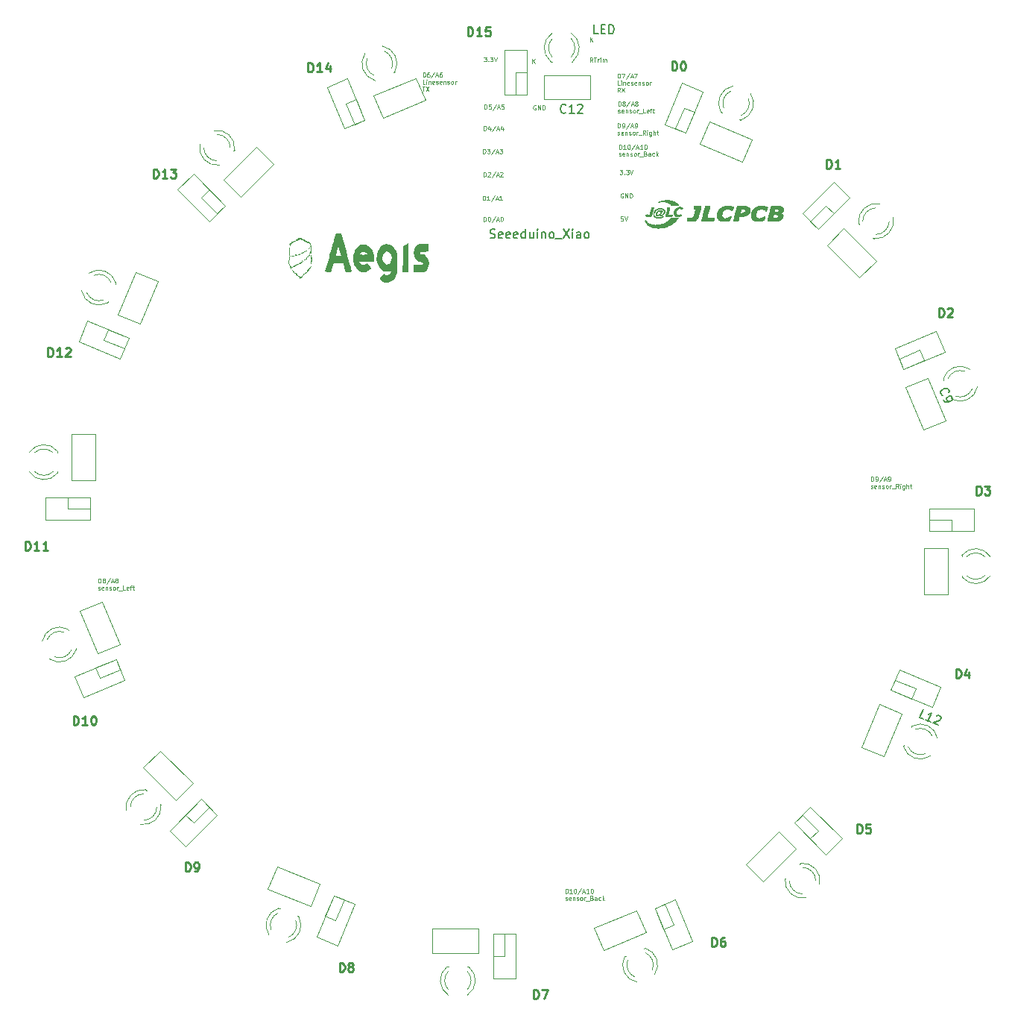
<source format=gbr>
%TF.GenerationSoftware,KiCad,Pcbnew,7.0.9*%
%TF.CreationDate,2024-07-27T15:49:36+09:00*%
%TF.ProjectId,Lne_sensor_main,4c6e655f-7365-46e7-936f-725f6d61696e,rev?*%
%TF.SameCoordinates,Original*%
%TF.FileFunction,Legend,Top*%
%TF.FilePolarity,Positive*%
%FSLAX46Y46*%
G04 Gerber Fmt 4.6, Leading zero omitted, Abs format (unit mm)*
G04 Created by KiCad (PCBNEW 7.0.9) date 2024-07-27 15:49:36*
%MOMM*%
%LPD*%
G01*
G04 APERTURE LIST*
%ADD10C,0.250000*%
%ADD11C,0.125000*%
%ADD12C,0.100000*%
%ADD13C,0.150000*%
%ADD14C,0.120000*%
%ADD15C,0.010000*%
G04 APERTURE END LIST*
D10*
X137927568Y-50789619D02*
X137927568Y-49789619D01*
X137927568Y-49789619D02*
X138165663Y-49789619D01*
X138165663Y-49789619D02*
X138308520Y-49837238D01*
X138308520Y-49837238D02*
X138403758Y-49932476D01*
X138403758Y-49932476D02*
X138451377Y-50027714D01*
X138451377Y-50027714D02*
X138498996Y-50218190D01*
X138498996Y-50218190D02*
X138498996Y-50361047D01*
X138498996Y-50361047D02*
X138451377Y-50551523D01*
X138451377Y-50551523D02*
X138403758Y-50646761D01*
X138403758Y-50646761D02*
X138308520Y-50742000D01*
X138308520Y-50742000D02*
X138165663Y-50789619D01*
X138165663Y-50789619D02*
X137927568Y-50789619D01*
X139118044Y-49789619D02*
X139213282Y-49789619D01*
X139213282Y-49789619D02*
X139308520Y-49837238D01*
X139308520Y-49837238D02*
X139356139Y-49884857D01*
X139356139Y-49884857D02*
X139403758Y-49980095D01*
X139403758Y-49980095D02*
X139451377Y-50170571D01*
X139451377Y-50170571D02*
X139451377Y-50408666D01*
X139451377Y-50408666D02*
X139403758Y-50599142D01*
X139403758Y-50599142D02*
X139356139Y-50694380D01*
X139356139Y-50694380D02*
X139308520Y-50742000D01*
X139308520Y-50742000D02*
X139213282Y-50789619D01*
X139213282Y-50789619D02*
X139118044Y-50789619D01*
X139118044Y-50789619D02*
X139022806Y-50742000D01*
X139022806Y-50742000D02*
X138975187Y-50694380D01*
X138975187Y-50694380D02*
X138927568Y-50599142D01*
X138927568Y-50599142D02*
X138879949Y-50408666D01*
X138879949Y-50408666D02*
X138879949Y-50170571D01*
X138879949Y-50170571D02*
X138927568Y-49980095D01*
X138927568Y-49980095D02*
X138975187Y-49884857D01*
X138975187Y-49884857D02*
X139022806Y-49837238D01*
X139022806Y-49837238D02*
X139118044Y-49789619D01*
X82652568Y-141714619D02*
X82652568Y-140714619D01*
X82652568Y-140714619D02*
X82890663Y-140714619D01*
X82890663Y-140714619D02*
X83033520Y-140762238D01*
X83033520Y-140762238D02*
X83128758Y-140857476D01*
X83128758Y-140857476D02*
X83176377Y-140952714D01*
X83176377Y-140952714D02*
X83223996Y-141143190D01*
X83223996Y-141143190D02*
X83223996Y-141286047D01*
X83223996Y-141286047D02*
X83176377Y-141476523D01*
X83176377Y-141476523D02*
X83128758Y-141571761D01*
X83128758Y-141571761D02*
X83033520Y-141667000D01*
X83033520Y-141667000D02*
X82890663Y-141714619D01*
X82890663Y-141714619D02*
X82652568Y-141714619D01*
X83700187Y-141714619D02*
X83890663Y-141714619D01*
X83890663Y-141714619D02*
X83985901Y-141667000D01*
X83985901Y-141667000D02*
X84033520Y-141619380D01*
X84033520Y-141619380D02*
X84128758Y-141476523D01*
X84128758Y-141476523D02*
X84176377Y-141286047D01*
X84176377Y-141286047D02*
X84176377Y-140905095D01*
X84176377Y-140905095D02*
X84128758Y-140809857D01*
X84128758Y-140809857D02*
X84081139Y-140762238D01*
X84081139Y-140762238D02*
X83985901Y-140714619D01*
X83985901Y-140714619D02*
X83795425Y-140714619D01*
X83795425Y-140714619D02*
X83700187Y-140762238D01*
X83700187Y-140762238D02*
X83652568Y-140809857D01*
X83652568Y-140809857D02*
X83604949Y-140905095D01*
X83604949Y-140905095D02*
X83604949Y-141143190D01*
X83604949Y-141143190D02*
X83652568Y-141238428D01*
X83652568Y-141238428D02*
X83700187Y-141286047D01*
X83700187Y-141286047D02*
X83795425Y-141333666D01*
X83795425Y-141333666D02*
X83985901Y-141333666D01*
X83985901Y-141333666D02*
X84081139Y-141286047D01*
X84081139Y-141286047D02*
X84128758Y-141238428D01*
X84128758Y-141238428D02*
X84176377Y-141143190D01*
D11*
X131993664Y-62102309D02*
X132303188Y-62102309D01*
X132303188Y-62102309D02*
X132136521Y-62292785D01*
X132136521Y-62292785D02*
X132207950Y-62292785D01*
X132207950Y-62292785D02*
X132255569Y-62316595D01*
X132255569Y-62316595D02*
X132279378Y-62340404D01*
X132279378Y-62340404D02*
X132303188Y-62388023D01*
X132303188Y-62388023D02*
X132303188Y-62507071D01*
X132303188Y-62507071D02*
X132279378Y-62554690D01*
X132279378Y-62554690D02*
X132255569Y-62578500D01*
X132255569Y-62578500D02*
X132207950Y-62602309D01*
X132207950Y-62602309D02*
X132065093Y-62602309D01*
X132065093Y-62602309D02*
X132017474Y-62578500D01*
X132017474Y-62578500D02*
X131993664Y-62554690D01*
X132517473Y-62554690D02*
X132541283Y-62578500D01*
X132541283Y-62578500D02*
X132517473Y-62602309D01*
X132517473Y-62602309D02*
X132493664Y-62578500D01*
X132493664Y-62578500D02*
X132517473Y-62554690D01*
X132517473Y-62554690D02*
X132517473Y-62602309D01*
X132707949Y-62102309D02*
X133017473Y-62102309D01*
X133017473Y-62102309D02*
X132850806Y-62292785D01*
X132850806Y-62292785D02*
X132922235Y-62292785D01*
X132922235Y-62292785D02*
X132969854Y-62316595D01*
X132969854Y-62316595D02*
X132993663Y-62340404D01*
X132993663Y-62340404D02*
X133017473Y-62388023D01*
X133017473Y-62388023D02*
X133017473Y-62507071D01*
X133017473Y-62507071D02*
X132993663Y-62554690D01*
X132993663Y-62554690D02*
X132969854Y-62578500D01*
X132969854Y-62578500D02*
X132922235Y-62602309D01*
X132922235Y-62602309D02*
X132779378Y-62602309D01*
X132779378Y-62602309D02*
X132731759Y-62578500D01*
X132731759Y-62578500D02*
X132707949Y-62554690D01*
X133160330Y-62102309D02*
X133326996Y-62602309D01*
X133326996Y-62602309D02*
X133493663Y-62102309D01*
D10*
X67027568Y-83289619D02*
X67027568Y-82289619D01*
X67027568Y-82289619D02*
X67265663Y-82289619D01*
X67265663Y-82289619D02*
X67408520Y-82337238D01*
X67408520Y-82337238D02*
X67503758Y-82432476D01*
X67503758Y-82432476D02*
X67551377Y-82527714D01*
X67551377Y-82527714D02*
X67598996Y-82718190D01*
X67598996Y-82718190D02*
X67598996Y-82861047D01*
X67598996Y-82861047D02*
X67551377Y-83051523D01*
X67551377Y-83051523D02*
X67503758Y-83146761D01*
X67503758Y-83146761D02*
X67408520Y-83242000D01*
X67408520Y-83242000D02*
X67265663Y-83289619D01*
X67265663Y-83289619D02*
X67027568Y-83289619D01*
X68598996Y-83289619D02*
X68027568Y-83289619D01*
X68313282Y-83289619D02*
X68313282Y-82289619D01*
X68313282Y-82289619D02*
X68218044Y-82432476D01*
X68218044Y-82432476D02*
X68122806Y-82527714D01*
X68122806Y-82527714D02*
X68027568Y-82575333D01*
X69027568Y-82384857D02*
X69075187Y-82337238D01*
X69075187Y-82337238D02*
X69170425Y-82289619D01*
X69170425Y-82289619D02*
X69408520Y-82289619D01*
X69408520Y-82289619D02*
X69503758Y-82337238D01*
X69503758Y-82337238D02*
X69551377Y-82384857D01*
X69551377Y-82384857D02*
X69598996Y-82480095D01*
X69598996Y-82480095D02*
X69598996Y-82575333D01*
X69598996Y-82575333D02*
X69551377Y-82718190D01*
X69551377Y-82718190D02*
X68979949Y-83289619D01*
X68979949Y-83289619D02*
X69598996Y-83289619D01*
X168277568Y-78789619D02*
X168277568Y-77789619D01*
X168277568Y-77789619D02*
X168515663Y-77789619D01*
X168515663Y-77789619D02*
X168658520Y-77837238D01*
X168658520Y-77837238D02*
X168753758Y-77932476D01*
X168753758Y-77932476D02*
X168801377Y-78027714D01*
X168801377Y-78027714D02*
X168848996Y-78218190D01*
X168848996Y-78218190D02*
X168848996Y-78361047D01*
X168848996Y-78361047D02*
X168801377Y-78551523D01*
X168801377Y-78551523D02*
X168753758Y-78646761D01*
X168753758Y-78646761D02*
X168658520Y-78742000D01*
X168658520Y-78742000D02*
X168515663Y-78789619D01*
X168515663Y-78789619D02*
X168277568Y-78789619D01*
X169229949Y-77884857D02*
X169277568Y-77837238D01*
X169277568Y-77837238D02*
X169372806Y-77789619D01*
X169372806Y-77789619D02*
X169610901Y-77789619D01*
X169610901Y-77789619D02*
X169706139Y-77837238D01*
X169706139Y-77837238D02*
X169753758Y-77884857D01*
X169753758Y-77884857D02*
X169801377Y-77980095D01*
X169801377Y-77980095D02*
X169801377Y-78075333D01*
X169801377Y-78075333D02*
X169753758Y-78218190D01*
X169753758Y-78218190D02*
X169182330Y-78789619D01*
X169182330Y-78789619D02*
X169801377Y-78789619D01*
D11*
X131776283Y-57302309D02*
X131776283Y-56802309D01*
X131776283Y-56802309D02*
X131895331Y-56802309D01*
X131895331Y-56802309D02*
X131966759Y-56826119D01*
X131966759Y-56826119D02*
X132014378Y-56873738D01*
X132014378Y-56873738D02*
X132038188Y-56921357D01*
X132038188Y-56921357D02*
X132061997Y-57016595D01*
X132061997Y-57016595D02*
X132061997Y-57088023D01*
X132061997Y-57088023D02*
X132038188Y-57183261D01*
X132038188Y-57183261D02*
X132014378Y-57230880D01*
X132014378Y-57230880D02*
X131966759Y-57278500D01*
X131966759Y-57278500D02*
X131895331Y-57302309D01*
X131895331Y-57302309D02*
X131776283Y-57302309D01*
X132300093Y-57302309D02*
X132395331Y-57302309D01*
X132395331Y-57302309D02*
X132442950Y-57278500D01*
X132442950Y-57278500D02*
X132466759Y-57254690D01*
X132466759Y-57254690D02*
X132514378Y-57183261D01*
X132514378Y-57183261D02*
X132538188Y-57088023D01*
X132538188Y-57088023D02*
X132538188Y-56897547D01*
X132538188Y-56897547D02*
X132514378Y-56849928D01*
X132514378Y-56849928D02*
X132490569Y-56826119D01*
X132490569Y-56826119D02*
X132442950Y-56802309D01*
X132442950Y-56802309D02*
X132347712Y-56802309D01*
X132347712Y-56802309D02*
X132300093Y-56826119D01*
X132300093Y-56826119D02*
X132276283Y-56849928D01*
X132276283Y-56849928D02*
X132252474Y-56897547D01*
X132252474Y-56897547D02*
X132252474Y-57016595D01*
X132252474Y-57016595D02*
X132276283Y-57064214D01*
X132276283Y-57064214D02*
X132300093Y-57088023D01*
X132300093Y-57088023D02*
X132347712Y-57111833D01*
X132347712Y-57111833D02*
X132442950Y-57111833D01*
X132442950Y-57111833D02*
X132490569Y-57088023D01*
X132490569Y-57088023D02*
X132514378Y-57064214D01*
X132514378Y-57064214D02*
X132538188Y-57016595D01*
X133109616Y-56778500D02*
X132681045Y-57421357D01*
X133252474Y-57159452D02*
X133490569Y-57159452D01*
X133204855Y-57302309D02*
X133371521Y-56802309D01*
X133371521Y-56802309D02*
X133538188Y-57302309D01*
X133728664Y-57302309D02*
X133823902Y-57302309D01*
X133823902Y-57302309D02*
X133871521Y-57278500D01*
X133871521Y-57278500D02*
X133895330Y-57254690D01*
X133895330Y-57254690D02*
X133942949Y-57183261D01*
X133942949Y-57183261D02*
X133966759Y-57088023D01*
X133966759Y-57088023D02*
X133966759Y-56897547D01*
X133966759Y-56897547D02*
X133942949Y-56849928D01*
X133942949Y-56849928D02*
X133919140Y-56826119D01*
X133919140Y-56826119D02*
X133871521Y-56802309D01*
X133871521Y-56802309D02*
X133776283Y-56802309D01*
X133776283Y-56802309D02*
X133728664Y-56826119D01*
X133728664Y-56826119D02*
X133704854Y-56849928D01*
X133704854Y-56849928D02*
X133681045Y-56897547D01*
X133681045Y-56897547D02*
X133681045Y-57016595D01*
X133681045Y-57016595D02*
X133704854Y-57064214D01*
X133704854Y-57064214D02*
X133728664Y-57088023D01*
X133728664Y-57088023D02*
X133776283Y-57111833D01*
X133776283Y-57111833D02*
X133871521Y-57111833D01*
X133871521Y-57111833D02*
X133919140Y-57088023D01*
X133919140Y-57088023D02*
X133942949Y-57064214D01*
X133942949Y-57064214D02*
X133966759Y-57016595D01*
X131752474Y-58083500D02*
X131800093Y-58107309D01*
X131800093Y-58107309D02*
X131895331Y-58107309D01*
X131895331Y-58107309D02*
X131942950Y-58083500D01*
X131942950Y-58083500D02*
X131966759Y-58035880D01*
X131966759Y-58035880D02*
X131966759Y-58012071D01*
X131966759Y-58012071D02*
X131942950Y-57964452D01*
X131942950Y-57964452D02*
X131895331Y-57940642D01*
X131895331Y-57940642D02*
X131823902Y-57940642D01*
X131823902Y-57940642D02*
X131776283Y-57916833D01*
X131776283Y-57916833D02*
X131752474Y-57869214D01*
X131752474Y-57869214D02*
X131752474Y-57845404D01*
X131752474Y-57845404D02*
X131776283Y-57797785D01*
X131776283Y-57797785D02*
X131823902Y-57773976D01*
X131823902Y-57773976D02*
X131895331Y-57773976D01*
X131895331Y-57773976D02*
X131942950Y-57797785D01*
X132371521Y-58083500D02*
X132323902Y-58107309D01*
X132323902Y-58107309D02*
X132228664Y-58107309D01*
X132228664Y-58107309D02*
X132181045Y-58083500D01*
X132181045Y-58083500D02*
X132157236Y-58035880D01*
X132157236Y-58035880D02*
X132157236Y-57845404D01*
X132157236Y-57845404D02*
X132181045Y-57797785D01*
X132181045Y-57797785D02*
X132228664Y-57773976D01*
X132228664Y-57773976D02*
X132323902Y-57773976D01*
X132323902Y-57773976D02*
X132371521Y-57797785D01*
X132371521Y-57797785D02*
X132395331Y-57845404D01*
X132395331Y-57845404D02*
X132395331Y-57893023D01*
X132395331Y-57893023D02*
X132157236Y-57940642D01*
X132609616Y-57773976D02*
X132609616Y-58107309D01*
X132609616Y-57821595D02*
X132633426Y-57797785D01*
X132633426Y-57797785D02*
X132681045Y-57773976D01*
X132681045Y-57773976D02*
X132752473Y-57773976D01*
X132752473Y-57773976D02*
X132800092Y-57797785D01*
X132800092Y-57797785D02*
X132823902Y-57845404D01*
X132823902Y-57845404D02*
X132823902Y-58107309D01*
X133038188Y-58083500D02*
X133085807Y-58107309D01*
X133085807Y-58107309D02*
X133181045Y-58107309D01*
X133181045Y-58107309D02*
X133228664Y-58083500D01*
X133228664Y-58083500D02*
X133252473Y-58035880D01*
X133252473Y-58035880D02*
X133252473Y-58012071D01*
X133252473Y-58012071D02*
X133228664Y-57964452D01*
X133228664Y-57964452D02*
X133181045Y-57940642D01*
X133181045Y-57940642D02*
X133109616Y-57940642D01*
X133109616Y-57940642D02*
X133061997Y-57916833D01*
X133061997Y-57916833D02*
X133038188Y-57869214D01*
X133038188Y-57869214D02*
X133038188Y-57845404D01*
X133038188Y-57845404D02*
X133061997Y-57797785D01*
X133061997Y-57797785D02*
X133109616Y-57773976D01*
X133109616Y-57773976D02*
X133181045Y-57773976D01*
X133181045Y-57773976D02*
X133228664Y-57797785D01*
X133538188Y-58107309D02*
X133490569Y-58083500D01*
X133490569Y-58083500D02*
X133466759Y-58059690D01*
X133466759Y-58059690D02*
X133442950Y-58012071D01*
X133442950Y-58012071D02*
X133442950Y-57869214D01*
X133442950Y-57869214D02*
X133466759Y-57821595D01*
X133466759Y-57821595D02*
X133490569Y-57797785D01*
X133490569Y-57797785D02*
X133538188Y-57773976D01*
X133538188Y-57773976D02*
X133609616Y-57773976D01*
X133609616Y-57773976D02*
X133657235Y-57797785D01*
X133657235Y-57797785D02*
X133681045Y-57821595D01*
X133681045Y-57821595D02*
X133704854Y-57869214D01*
X133704854Y-57869214D02*
X133704854Y-58012071D01*
X133704854Y-58012071D02*
X133681045Y-58059690D01*
X133681045Y-58059690D02*
X133657235Y-58083500D01*
X133657235Y-58083500D02*
X133609616Y-58107309D01*
X133609616Y-58107309D02*
X133538188Y-58107309D01*
X133919140Y-58107309D02*
X133919140Y-57773976D01*
X133919140Y-57869214D02*
X133942950Y-57821595D01*
X133942950Y-57821595D02*
X133966759Y-57797785D01*
X133966759Y-57797785D02*
X134014378Y-57773976D01*
X134014378Y-57773976D02*
X134061997Y-57773976D01*
X134109617Y-58154928D02*
X134490569Y-58154928D01*
X134895330Y-58107309D02*
X134728664Y-57869214D01*
X134609616Y-58107309D02*
X134609616Y-57607309D01*
X134609616Y-57607309D02*
X134800092Y-57607309D01*
X134800092Y-57607309D02*
X134847711Y-57631119D01*
X134847711Y-57631119D02*
X134871521Y-57654928D01*
X134871521Y-57654928D02*
X134895330Y-57702547D01*
X134895330Y-57702547D02*
X134895330Y-57773976D01*
X134895330Y-57773976D02*
X134871521Y-57821595D01*
X134871521Y-57821595D02*
X134847711Y-57845404D01*
X134847711Y-57845404D02*
X134800092Y-57869214D01*
X134800092Y-57869214D02*
X134609616Y-57869214D01*
X135109616Y-58107309D02*
X135109616Y-57773976D01*
X135109616Y-57607309D02*
X135085807Y-57631119D01*
X135085807Y-57631119D02*
X135109616Y-57654928D01*
X135109616Y-57654928D02*
X135133426Y-57631119D01*
X135133426Y-57631119D02*
X135109616Y-57607309D01*
X135109616Y-57607309D02*
X135109616Y-57654928D01*
X135561997Y-57773976D02*
X135561997Y-58178738D01*
X135561997Y-58178738D02*
X135538187Y-58226357D01*
X135538187Y-58226357D02*
X135514378Y-58250166D01*
X135514378Y-58250166D02*
X135466759Y-58273976D01*
X135466759Y-58273976D02*
X135395330Y-58273976D01*
X135395330Y-58273976D02*
X135347711Y-58250166D01*
X135561997Y-58083500D02*
X135514378Y-58107309D01*
X135514378Y-58107309D02*
X135419140Y-58107309D01*
X135419140Y-58107309D02*
X135371521Y-58083500D01*
X135371521Y-58083500D02*
X135347711Y-58059690D01*
X135347711Y-58059690D02*
X135323902Y-58012071D01*
X135323902Y-58012071D02*
X135323902Y-57869214D01*
X135323902Y-57869214D02*
X135347711Y-57821595D01*
X135347711Y-57821595D02*
X135371521Y-57797785D01*
X135371521Y-57797785D02*
X135419140Y-57773976D01*
X135419140Y-57773976D02*
X135514378Y-57773976D01*
X135514378Y-57773976D02*
X135561997Y-57797785D01*
X135800092Y-58107309D02*
X135800092Y-57607309D01*
X136014378Y-58107309D02*
X136014378Y-57845404D01*
X136014378Y-57845404D02*
X135990568Y-57797785D01*
X135990568Y-57797785D02*
X135942949Y-57773976D01*
X135942949Y-57773976D02*
X135871521Y-57773976D01*
X135871521Y-57773976D02*
X135823902Y-57797785D01*
X135823902Y-57797785D02*
X135800092Y-57821595D01*
X136181045Y-57773976D02*
X136371521Y-57773976D01*
X136252473Y-57607309D02*
X136252473Y-58035880D01*
X136252473Y-58035880D02*
X136276283Y-58083500D01*
X136276283Y-58083500D02*
X136323902Y-58107309D01*
X136323902Y-58107309D02*
X136371521Y-58107309D01*
X125826283Y-144202309D02*
X125826283Y-143702309D01*
X125826283Y-143702309D02*
X125945331Y-143702309D01*
X125945331Y-143702309D02*
X126016759Y-143726119D01*
X126016759Y-143726119D02*
X126064378Y-143773738D01*
X126064378Y-143773738D02*
X126088188Y-143821357D01*
X126088188Y-143821357D02*
X126111997Y-143916595D01*
X126111997Y-143916595D02*
X126111997Y-143988023D01*
X126111997Y-143988023D02*
X126088188Y-144083261D01*
X126088188Y-144083261D02*
X126064378Y-144130880D01*
X126064378Y-144130880D02*
X126016759Y-144178500D01*
X126016759Y-144178500D02*
X125945331Y-144202309D01*
X125945331Y-144202309D02*
X125826283Y-144202309D01*
X126588188Y-144202309D02*
X126302474Y-144202309D01*
X126445331Y-144202309D02*
X126445331Y-143702309D01*
X126445331Y-143702309D02*
X126397712Y-143773738D01*
X126397712Y-143773738D02*
X126350093Y-143821357D01*
X126350093Y-143821357D02*
X126302474Y-143845166D01*
X126897711Y-143702309D02*
X126945330Y-143702309D01*
X126945330Y-143702309D02*
X126992949Y-143726119D01*
X126992949Y-143726119D02*
X127016759Y-143749928D01*
X127016759Y-143749928D02*
X127040568Y-143797547D01*
X127040568Y-143797547D02*
X127064378Y-143892785D01*
X127064378Y-143892785D02*
X127064378Y-144011833D01*
X127064378Y-144011833D02*
X127040568Y-144107071D01*
X127040568Y-144107071D02*
X127016759Y-144154690D01*
X127016759Y-144154690D02*
X126992949Y-144178500D01*
X126992949Y-144178500D02*
X126945330Y-144202309D01*
X126945330Y-144202309D02*
X126897711Y-144202309D01*
X126897711Y-144202309D02*
X126850092Y-144178500D01*
X126850092Y-144178500D02*
X126826283Y-144154690D01*
X126826283Y-144154690D02*
X126802473Y-144107071D01*
X126802473Y-144107071D02*
X126778664Y-144011833D01*
X126778664Y-144011833D02*
X126778664Y-143892785D01*
X126778664Y-143892785D02*
X126802473Y-143797547D01*
X126802473Y-143797547D02*
X126826283Y-143749928D01*
X126826283Y-143749928D02*
X126850092Y-143726119D01*
X126850092Y-143726119D02*
X126897711Y-143702309D01*
X127635806Y-143678500D02*
X127207235Y-144321357D01*
X127778664Y-144059452D02*
X128016759Y-144059452D01*
X127731045Y-144202309D02*
X127897711Y-143702309D01*
X127897711Y-143702309D02*
X128064378Y-144202309D01*
X128492949Y-144202309D02*
X128207235Y-144202309D01*
X128350092Y-144202309D02*
X128350092Y-143702309D01*
X128350092Y-143702309D02*
X128302473Y-143773738D01*
X128302473Y-143773738D02*
X128254854Y-143821357D01*
X128254854Y-143821357D02*
X128207235Y-143845166D01*
X128802472Y-143702309D02*
X128850091Y-143702309D01*
X128850091Y-143702309D02*
X128897710Y-143726119D01*
X128897710Y-143726119D02*
X128921520Y-143749928D01*
X128921520Y-143749928D02*
X128945329Y-143797547D01*
X128945329Y-143797547D02*
X128969139Y-143892785D01*
X128969139Y-143892785D02*
X128969139Y-144011833D01*
X128969139Y-144011833D02*
X128945329Y-144107071D01*
X128945329Y-144107071D02*
X128921520Y-144154690D01*
X128921520Y-144154690D02*
X128897710Y-144178500D01*
X128897710Y-144178500D02*
X128850091Y-144202309D01*
X128850091Y-144202309D02*
X128802472Y-144202309D01*
X128802472Y-144202309D02*
X128754853Y-144178500D01*
X128754853Y-144178500D02*
X128731044Y-144154690D01*
X128731044Y-144154690D02*
X128707234Y-144107071D01*
X128707234Y-144107071D02*
X128683425Y-144011833D01*
X128683425Y-144011833D02*
X128683425Y-143892785D01*
X128683425Y-143892785D02*
X128707234Y-143797547D01*
X128707234Y-143797547D02*
X128731044Y-143749928D01*
X128731044Y-143749928D02*
X128754853Y-143726119D01*
X128754853Y-143726119D02*
X128802472Y-143702309D01*
X125802474Y-144983500D02*
X125850093Y-145007309D01*
X125850093Y-145007309D02*
X125945331Y-145007309D01*
X125945331Y-145007309D02*
X125992950Y-144983500D01*
X125992950Y-144983500D02*
X126016759Y-144935880D01*
X126016759Y-144935880D02*
X126016759Y-144912071D01*
X126016759Y-144912071D02*
X125992950Y-144864452D01*
X125992950Y-144864452D02*
X125945331Y-144840642D01*
X125945331Y-144840642D02*
X125873902Y-144840642D01*
X125873902Y-144840642D02*
X125826283Y-144816833D01*
X125826283Y-144816833D02*
X125802474Y-144769214D01*
X125802474Y-144769214D02*
X125802474Y-144745404D01*
X125802474Y-144745404D02*
X125826283Y-144697785D01*
X125826283Y-144697785D02*
X125873902Y-144673976D01*
X125873902Y-144673976D02*
X125945331Y-144673976D01*
X125945331Y-144673976D02*
X125992950Y-144697785D01*
X126421521Y-144983500D02*
X126373902Y-145007309D01*
X126373902Y-145007309D02*
X126278664Y-145007309D01*
X126278664Y-145007309D02*
X126231045Y-144983500D01*
X126231045Y-144983500D02*
X126207236Y-144935880D01*
X126207236Y-144935880D02*
X126207236Y-144745404D01*
X126207236Y-144745404D02*
X126231045Y-144697785D01*
X126231045Y-144697785D02*
X126278664Y-144673976D01*
X126278664Y-144673976D02*
X126373902Y-144673976D01*
X126373902Y-144673976D02*
X126421521Y-144697785D01*
X126421521Y-144697785D02*
X126445331Y-144745404D01*
X126445331Y-144745404D02*
X126445331Y-144793023D01*
X126445331Y-144793023D02*
X126207236Y-144840642D01*
X126659616Y-144673976D02*
X126659616Y-145007309D01*
X126659616Y-144721595D02*
X126683426Y-144697785D01*
X126683426Y-144697785D02*
X126731045Y-144673976D01*
X126731045Y-144673976D02*
X126802473Y-144673976D01*
X126802473Y-144673976D02*
X126850092Y-144697785D01*
X126850092Y-144697785D02*
X126873902Y-144745404D01*
X126873902Y-144745404D02*
X126873902Y-145007309D01*
X127088188Y-144983500D02*
X127135807Y-145007309D01*
X127135807Y-145007309D02*
X127231045Y-145007309D01*
X127231045Y-145007309D02*
X127278664Y-144983500D01*
X127278664Y-144983500D02*
X127302473Y-144935880D01*
X127302473Y-144935880D02*
X127302473Y-144912071D01*
X127302473Y-144912071D02*
X127278664Y-144864452D01*
X127278664Y-144864452D02*
X127231045Y-144840642D01*
X127231045Y-144840642D02*
X127159616Y-144840642D01*
X127159616Y-144840642D02*
X127111997Y-144816833D01*
X127111997Y-144816833D02*
X127088188Y-144769214D01*
X127088188Y-144769214D02*
X127088188Y-144745404D01*
X127088188Y-144745404D02*
X127111997Y-144697785D01*
X127111997Y-144697785D02*
X127159616Y-144673976D01*
X127159616Y-144673976D02*
X127231045Y-144673976D01*
X127231045Y-144673976D02*
X127278664Y-144697785D01*
X127588188Y-145007309D02*
X127540569Y-144983500D01*
X127540569Y-144983500D02*
X127516759Y-144959690D01*
X127516759Y-144959690D02*
X127492950Y-144912071D01*
X127492950Y-144912071D02*
X127492950Y-144769214D01*
X127492950Y-144769214D02*
X127516759Y-144721595D01*
X127516759Y-144721595D02*
X127540569Y-144697785D01*
X127540569Y-144697785D02*
X127588188Y-144673976D01*
X127588188Y-144673976D02*
X127659616Y-144673976D01*
X127659616Y-144673976D02*
X127707235Y-144697785D01*
X127707235Y-144697785D02*
X127731045Y-144721595D01*
X127731045Y-144721595D02*
X127754854Y-144769214D01*
X127754854Y-144769214D02*
X127754854Y-144912071D01*
X127754854Y-144912071D02*
X127731045Y-144959690D01*
X127731045Y-144959690D02*
X127707235Y-144983500D01*
X127707235Y-144983500D02*
X127659616Y-145007309D01*
X127659616Y-145007309D02*
X127588188Y-145007309D01*
X127969140Y-145007309D02*
X127969140Y-144673976D01*
X127969140Y-144769214D02*
X127992950Y-144721595D01*
X127992950Y-144721595D02*
X128016759Y-144697785D01*
X128016759Y-144697785D02*
X128064378Y-144673976D01*
X128064378Y-144673976D02*
X128111997Y-144673976D01*
X128159617Y-145054928D02*
X128540569Y-145054928D01*
X128826283Y-144745404D02*
X128897711Y-144769214D01*
X128897711Y-144769214D02*
X128921521Y-144793023D01*
X128921521Y-144793023D02*
X128945330Y-144840642D01*
X128945330Y-144840642D02*
X128945330Y-144912071D01*
X128945330Y-144912071D02*
X128921521Y-144959690D01*
X128921521Y-144959690D02*
X128897711Y-144983500D01*
X128897711Y-144983500D02*
X128850092Y-145007309D01*
X128850092Y-145007309D02*
X128659616Y-145007309D01*
X128659616Y-145007309D02*
X128659616Y-144507309D01*
X128659616Y-144507309D02*
X128826283Y-144507309D01*
X128826283Y-144507309D02*
X128873902Y-144531119D01*
X128873902Y-144531119D02*
X128897711Y-144554928D01*
X128897711Y-144554928D02*
X128921521Y-144602547D01*
X128921521Y-144602547D02*
X128921521Y-144650166D01*
X128921521Y-144650166D02*
X128897711Y-144697785D01*
X128897711Y-144697785D02*
X128873902Y-144721595D01*
X128873902Y-144721595D02*
X128826283Y-144745404D01*
X128826283Y-144745404D02*
X128659616Y-144745404D01*
X129373902Y-145007309D02*
X129373902Y-144745404D01*
X129373902Y-144745404D02*
X129350092Y-144697785D01*
X129350092Y-144697785D02*
X129302473Y-144673976D01*
X129302473Y-144673976D02*
X129207235Y-144673976D01*
X129207235Y-144673976D02*
X129159616Y-144697785D01*
X129373902Y-144983500D02*
X129326283Y-145007309D01*
X129326283Y-145007309D02*
X129207235Y-145007309D01*
X129207235Y-145007309D02*
X129159616Y-144983500D01*
X129159616Y-144983500D02*
X129135807Y-144935880D01*
X129135807Y-144935880D02*
X129135807Y-144888261D01*
X129135807Y-144888261D02*
X129159616Y-144840642D01*
X129159616Y-144840642D02*
X129207235Y-144816833D01*
X129207235Y-144816833D02*
X129326283Y-144816833D01*
X129326283Y-144816833D02*
X129373902Y-144793023D01*
X129826283Y-144983500D02*
X129778664Y-145007309D01*
X129778664Y-145007309D02*
X129683426Y-145007309D01*
X129683426Y-145007309D02*
X129635807Y-144983500D01*
X129635807Y-144983500D02*
X129611997Y-144959690D01*
X129611997Y-144959690D02*
X129588188Y-144912071D01*
X129588188Y-144912071D02*
X129588188Y-144769214D01*
X129588188Y-144769214D02*
X129611997Y-144721595D01*
X129611997Y-144721595D02*
X129635807Y-144697785D01*
X129635807Y-144697785D02*
X129683426Y-144673976D01*
X129683426Y-144673976D02*
X129778664Y-144673976D01*
X129778664Y-144673976D02*
X129826283Y-144697785D01*
X130040568Y-145007309D02*
X130040568Y-144507309D01*
X130088187Y-144816833D02*
X130231044Y-145007309D01*
X130231044Y-144673976D02*
X130040568Y-144864452D01*
D10*
X122227568Y-156164619D02*
X122227568Y-155164619D01*
X122227568Y-155164619D02*
X122465663Y-155164619D01*
X122465663Y-155164619D02*
X122608520Y-155212238D01*
X122608520Y-155212238D02*
X122703758Y-155307476D01*
X122703758Y-155307476D02*
X122751377Y-155402714D01*
X122751377Y-155402714D02*
X122798996Y-155593190D01*
X122798996Y-155593190D02*
X122798996Y-155736047D01*
X122798996Y-155736047D02*
X122751377Y-155926523D01*
X122751377Y-155926523D02*
X122703758Y-156021761D01*
X122703758Y-156021761D02*
X122608520Y-156117000D01*
X122608520Y-156117000D02*
X122465663Y-156164619D01*
X122465663Y-156164619D02*
X122227568Y-156164619D01*
X123132330Y-155164619D02*
X123798996Y-155164619D01*
X123798996Y-155164619D02*
X123370425Y-156164619D01*
X69927568Y-125089619D02*
X69927568Y-124089619D01*
X69927568Y-124089619D02*
X70165663Y-124089619D01*
X70165663Y-124089619D02*
X70308520Y-124137238D01*
X70308520Y-124137238D02*
X70403758Y-124232476D01*
X70403758Y-124232476D02*
X70451377Y-124327714D01*
X70451377Y-124327714D02*
X70498996Y-124518190D01*
X70498996Y-124518190D02*
X70498996Y-124661047D01*
X70498996Y-124661047D02*
X70451377Y-124851523D01*
X70451377Y-124851523D02*
X70403758Y-124946761D01*
X70403758Y-124946761D02*
X70308520Y-125042000D01*
X70308520Y-125042000D02*
X70165663Y-125089619D01*
X70165663Y-125089619D02*
X69927568Y-125089619D01*
X71498996Y-125089619D02*
X70927568Y-125089619D01*
X71213282Y-125089619D02*
X71213282Y-124089619D01*
X71213282Y-124089619D02*
X71118044Y-124232476D01*
X71118044Y-124232476D02*
X71022806Y-124327714D01*
X71022806Y-124327714D02*
X70927568Y-124375333D01*
X72165663Y-124089619D02*
X72260901Y-124089619D01*
X72260901Y-124089619D02*
X72356139Y-124137238D01*
X72356139Y-124137238D02*
X72403758Y-124184857D01*
X72403758Y-124184857D02*
X72451377Y-124280095D01*
X72451377Y-124280095D02*
X72498996Y-124470571D01*
X72498996Y-124470571D02*
X72498996Y-124708666D01*
X72498996Y-124708666D02*
X72451377Y-124899142D01*
X72451377Y-124899142D02*
X72403758Y-124994380D01*
X72403758Y-124994380D02*
X72356139Y-125042000D01*
X72356139Y-125042000D02*
X72260901Y-125089619D01*
X72260901Y-125089619D02*
X72165663Y-125089619D01*
X72165663Y-125089619D02*
X72070425Y-125042000D01*
X72070425Y-125042000D02*
X72022806Y-124994380D01*
X72022806Y-124994380D02*
X71975187Y-124899142D01*
X71975187Y-124899142D02*
X71927568Y-124708666D01*
X71927568Y-124708666D02*
X71927568Y-124470571D01*
X71927568Y-124470571D02*
X71975187Y-124280095D01*
X71975187Y-124280095D02*
X72022806Y-124184857D01*
X72022806Y-124184857D02*
X72070425Y-124137238D01*
X72070425Y-124137238D02*
X72165663Y-124089619D01*
X170202568Y-119764619D02*
X170202568Y-118764619D01*
X170202568Y-118764619D02*
X170440663Y-118764619D01*
X170440663Y-118764619D02*
X170583520Y-118812238D01*
X170583520Y-118812238D02*
X170678758Y-118907476D01*
X170678758Y-118907476D02*
X170726377Y-119002714D01*
X170726377Y-119002714D02*
X170773996Y-119193190D01*
X170773996Y-119193190D02*
X170773996Y-119336047D01*
X170773996Y-119336047D02*
X170726377Y-119526523D01*
X170726377Y-119526523D02*
X170678758Y-119621761D01*
X170678758Y-119621761D02*
X170583520Y-119717000D01*
X170583520Y-119717000D02*
X170440663Y-119764619D01*
X170440663Y-119764619D02*
X170202568Y-119764619D01*
X171631139Y-119097952D02*
X171631139Y-119764619D01*
X171393044Y-118717000D02*
X171154949Y-119431285D01*
X171154949Y-119431285D02*
X171773996Y-119431285D01*
X155502568Y-61914619D02*
X155502568Y-60914619D01*
X155502568Y-60914619D02*
X155740663Y-60914619D01*
X155740663Y-60914619D02*
X155883520Y-60962238D01*
X155883520Y-60962238D02*
X155978758Y-61057476D01*
X155978758Y-61057476D02*
X156026377Y-61152714D01*
X156026377Y-61152714D02*
X156073996Y-61343190D01*
X156073996Y-61343190D02*
X156073996Y-61486047D01*
X156073996Y-61486047D02*
X156026377Y-61676523D01*
X156026377Y-61676523D02*
X155978758Y-61771761D01*
X155978758Y-61771761D02*
X155883520Y-61867000D01*
X155883520Y-61867000D02*
X155740663Y-61914619D01*
X155740663Y-61914619D02*
X155502568Y-61914619D01*
X157026377Y-61914619D02*
X156454949Y-61914619D01*
X156740663Y-61914619D02*
X156740663Y-60914619D01*
X156740663Y-60914619D02*
X156645425Y-61057476D01*
X156645425Y-61057476D02*
X156550187Y-61152714D01*
X156550187Y-61152714D02*
X156454949Y-61200333D01*
D11*
X131926283Y-59727309D02*
X131926283Y-59227309D01*
X131926283Y-59227309D02*
X132045331Y-59227309D01*
X132045331Y-59227309D02*
X132116759Y-59251119D01*
X132116759Y-59251119D02*
X132164378Y-59298738D01*
X132164378Y-59298738D02*
X132188188Y-59346357D01*
X132188188Y-59346357D02*
X132211997Y-59441595D01*
X132211997Y-59441595D02*
X132211997Y-59513023D01*
X132211997Y-59513023D02*
X132188188Y-59608261D01*
X132188188Y-59608261D02*
X132164378Y-59655880D01*
X132164378Y-59655880D02*
X132116759Y-59703500D01*
X132116759Y-59703500D02*
X132045331Y-59727309D01*
X132045331Y-59727309D02*
X131926283Y-59727309D01*
X132688188Y-59727309D02*
X132402474Y-59727309D01*
X132545331Y-59727309D02*
X132545331Y-59227309D01*
X132545331Y-59227309D02*
X132497712Y-59298738D01*
X132497712Y-59298738D02*
X132450093Y-59346357D01*
X132450093Y-59346357D02*
X132402474Y-59370166D01*
X132997711Y-59227309D02*
X133045330Y-59227309D01*
X133045330Y-59227309D02*
X133092949Y-59251119D01*
X133092949Y-59251119D02*
X133116759Y-59274928D01*
X133116759Y-59274928D02*
X133140568Y-59322547D01*
X133140568Y-59322547D02*
X133164378Y-59417785D01*
X133164378Y-59417785D02*
X133164378Y-59536833D01*
X133164378Y-59536833D02*
X133140568Y-59632071D01*
X133140568Y-59632071D02*
X133116759Y-59679690D01*
X133116759Y-59679690D02*
X133092949Y-59703500D01*
X133092949Y-59703500D02*
X133045330Y-59727309D01*
X133045330Y-59727309D02*
X132997711Y-59727309D01*
X132997711Y-59727309D02*
X132950092Y-59703500D01*
X132950092Y-59703500D02*
X132926283Y-59679690D01*
X132926283Y-59679690D02*
X132902473Y-59632071D01*
X132902473Y-59632071D02*
X132878664Y-59536833D01*
X132878664Y-59536833D02*
X132878664Y-59417785D01*
X132878664Y-59417785D02*
X132902473Y-59322547D01*
X132902473Y-59322547D02*
X132926283Y-59274928D01*
X132926283Y-59274928D02*
X132950092Y-59251119D01*
X132950092Y-59251119D02*
X132997711Y-59227309D01*
X133735806Y-59203500D02*
X133307235Y-59846357D01*
X133878664Y-59584452D02*
X134116759Y-59584452D01*
X133831045Y-59727309D02*
X133997711Y-59227309D01*
X133997711Y-59227309D02*
X134164378Y-59727309D01*
X134592949Y-59727309D02*
X134307235Y-59727309D01*
X134450092Y-59727309D02*
X134450092Y-59227309D01*
X134450092Y-59227309D02*
X134402473Y-59298738D01*
X134402473Y-59298738D02*
X134354854Y-59346357D01*
X134354854Y-59346357D02*
X134307235Y-59370166D01*
X134902472Y-59227309D02*
X134950091Y-59227309D01*
X134950091Y-59227309D02*
X134997710Y-59251119D01*
X134997710Y-59251119D02*
X135021520Y-59274928D01*
X135021520Y-59274928D02*
X135045329Y-59322547D01*
X135045329Y-59322547D02*
X135069139Y-59417785D01*
X135069139Y-59417785D02*
X135069139Y-59536833D01*
X135069139Y-59536833D02*
X135045329Y-59632071D01*
X135045329Y-59632071D02*
X135021520Y-59679690D01*
X135021520Y-59679690D02*
X134997710Y-59703500D01*
X134997710Y-59703500D02*
X134950091Y-59727309D01*
X134950091Y-59727309D02*
X134902472Y-59727309D01*
X134902472Y-59727309D02*
X134854853Y-59703500D01*
X134854853Y-59703500D02*
X134831044Y-59679690D01*
X134831044Y-59679690D02*
X134807234Y-59632071D01*
X134807234Y-59632071D02*
X134783425Y-59536833D01*
X134783425Y-59536833D02*
X134783425Y-59417785D01*
X134783425Y-59417785D02*
X134807234Y-59322547D01*
X134807234Y-59322547D02*
X134831044Y-59274928D01*
X134831044Y-59274928D02*
X134854853Y-59251119D01*
X134854853Y-59251119D02*
X134902472Y-59227309D01*
X131902474Y-60508500D02*
X131950093Y-60532309D01*
X131950093Y-60532309D02*
X132045331Y-60532309D01*
X132045331Y-60532309D02*
X132092950Y-60508500D01*
X132092950Y-60508500D02*
X132116759Y-60460880D01*
X132116759Y-60460880D02*
X132116759Y-60437071D01*
X132116759Y-60437071D02*
X132092950Y-60389452D01*
X132092950Y-60389452D02*
X132045331Y-60365642D01*
X132045331Y-60365642D02*
X131973902Y-60365642D01*
X131973902Y-60365642D02*
X131926283Y-60341833D01*
X131926283Y-60341833D02*
X131902474Y-60294214D01*
X131902474Y-60294214D02*
X131902474Y-60270404D01*
X131902474Y-60270404D02*
X131926283Y-60222785D01*
X131926283Y-60222785D02*
X131973902Y-60198976D01*
X131973902Y-60198976D02*
X132045331Y-60198976D01*
X132045331Y-60198976D02*
X132092950Y-60222785D01*
X132521521Y-60508500D02*
X132473902Y-60532309D01*
X132473902Y-60532309D02*
X132378664Y-60532309D01*
X132378664Y-60532309D02*
X132331045Y-60508500D01*
X132331045Y-60508500D02*
X132307236Y-60460880D01*
X132307236Y-60460880D02*
X132307236Y-60270404D01*
X132307236Y-60270404D02*
X132331045Y-60222785D01*
X132331045Y-60222785D02*
X132378664Y-60198976D01*
X132378664Y-60198976D02*
X132473902Y-60198976D01*
X132473902Y-60198976D02*
X132521521Y-60222785D01*
X132521521Y-60222785D02*
X132545331Y-60270404D01*
X132545331Y-60270404D02*
X132545331Y-60318023D01*
X132545331Y-60318023D02*
X132307236Y-60365642D01*
X132759616Y-60198976D02*
X132759616Y-60532309D01*
X132759616Y-60246595D02*
X132783426Y-60222785D01*
X132783426Y-60222785D02*
X132831045Y-60198976D01*
X132831045Y-60198976D02*
X132902473Y-60198976D01*
X132902473Y-60198976D02*
X132950092Y-60222785D01*
X132950092Y-60222785D02*
X132973902Y-60270404D01*
X132973902Y-60270404D02*
X132973902Y-60532309D01*
X133188188Y-60508500D02*
X133235807Y-60532309D01*
X133235807Y-60532309D02*
X133331045Y-60532309D01*
X133331045Y-60532309D02*
X133378664Y-60508500D01*
X133378664Y-60508500D02*
X133402473Y-60460880D01*
X133402473Y-60460880D02*
X133402473Y-60437071D01*
X133402473Y-60437071D02*
X133378664Y-60389452D01*
X133378664Y-60389452D02*
X133331045Y-60365642D01*
X133331045Y-60365642D02*
X133259616Y-60365642D01*
X133259616Y-60365642D02*
X133211997Y-60341833D01*
X133211997Y-60341833D02*
X133188188Y-60294214D01*
X133188188Y-60294214D02*
X133188188Y-60270404D01*
X133188188Y-60270404D02*
X133211997Y-60222785D01*
X133211997Y-60222785D02*
X133259616Y-60198976D01*
X133259616Y-60198976D02*
X133331045Y-60198976D01*
X133331045Y-60198976D02*
X133378664Y-60222785D01*
X133688188Y-60532309D02*
X133640569Y-60508500D01*
X133640569Y-60508500D02*
X133616759Y-60484690D01*
X133616759Y-60484690D02*
X133592950Y-60437071D01*
X133592950Y-60437071D02*
X133592950Y-60294214D01*
X133592950Y-60294214D02*
X133616759Y-60246595D01*
X133616759Y-60246595D02*
X133640569Y-60222785D01*
X133640569Y-60222785D02*
X133688188Y-60198976D01*
X133688188Y-60198976D02*
X133759616Y-60198976D01*
X133759616Y-60198976D02*
X133807235Y-60222785D01*
X133807235Y-60222785D02*
X133831045Y-60246595D01*
X133831045Y-60246595D02*
X133854854Y-60294214D01*
X133854854Y-60294214D02*
X133854854Y-60437071D01*
X133854854Y-60437071D02*
X133831045Y-60484690D01*
X133831045Y-60484690D02*
X133807235Y-60508500D01*
X133807235Y-60508500D02*
X133759616Y-60532309D01*
X133759616Y-60532309D02*
X133688188Y-60532309D01*
X134069140Y-60532309D02*
X134069140Y-60198976D01*
X134069140Y-60294214D02*
X134092950Y-60246595D01*
X134092950Y-60246595D02*
X134116759Y-60222785D01*
X134116759Y-60222785D02*
X134164378Y-60198976D01*
X134164378Y-60198976D02*
X134211997Y-60198976D01*
X134259617Y-60579928D02*
X134640569Y-60579928D01*
X134926283Y-60270404D02*
X134997711Y-60294214D01*
X134997711Y-60294214D02*
X135021521Y-60318023D01*
X135021521Y-60318023D02*
X135045330Y-60365642D01*
X135045330Y-60365642D02*
X135045330Y-60437071D01*
X135045330Y-60437071D02*
X135021521Y-60484690D01*
X135021521Y-60484690D02*
X134997711Y-60508500D01*
X134997711Y-60508500D02*
X134950092Y-60532309D01*
X134950092Y-60532309D02*
X134759616Y-60532309D01*
X134759616Y-60532309D02*
X134759616Y-60032309D01*
X134759616Y-60032309D02*
X134926283Y-60032309D01*
X134926283Y-60032309D02*
X134973902Y-60056119D01*
X134973902Y-60056119D02*
X134997711Y-60079928D01*
X134997711Y-60079928D02*
X135021521Y-60127547D01*
X135021521Y-60127547D02*
X135021521Y-60175166D01*
X135021521Y-60175166D02*
X134997711Y-60222785D01*
X134997711Y-60222785D02*
X134973902Y-60246595D01*
X134973902Y-60246595D02*
X134926283Y-60270404D01*
X134926283Y-60270404D02*
X134759616Y-60270404D01*
X135473902Y-60532309D02*
X135473902Y-60270404D01*
X135473902Y-60270404D02*
X135450092Y-60222785D01*
X135450092Y-60222785D02*
X135402473Y-60198976D01*
X135402473Y-60198976D02*
X135307235Y-60198976D01*
X135307235Y-60198976D02*
X135259616Y-60222785D01*
X135473902Y-60508500D02*
X135426283Y-60532309D01*
X135426283Y-60532309D02*
X135307235Y-60532309D01*
X135307235Y-60532309D02*
X135259616Y-60508500D01*
X135259616Y-60508500D02*
X135235807Y-60460880D01*
X135235807Y-60460880D02*
X135235807Y-60413261D01*
X135235807Y-60413261D02*
X135259616Y-60365642D01*
X135259616Y-60365642D02*
X135307235Y-60341833D01*
X135307235Y-60341833D02*
X135426283Y-60341833D01*
X135426283Y-60341833D02*
X135473902Y-60318023D01*
X135926283Y-60508500D02*
X135878664Y-60532309D01*
X135878664Y-60532309D02*
X135783426Y-60532309D01*
X135783426Y-60532309D02*
X135735807Y-60508500D01*
X135735807Y-60508500D02*
X135711997Y-60484690D01*
X135711997Y-60484690D02*
X135688188Y-60437071D01*
X135688188Y-60437071D02*
X135688188Y-60294214D01*
X135688188Y-60294214D02*
X135711997Y-60246595D01*
X135711997Y-60246595D02*
X135735807Y-60222785D01*
X135735807Y-60222785D02*
X135783426Y-60198976D01*
X135783426Y-60198976D02*
X135878664Y-60198976D01*
X135878664Y-60198976D02*
X135926283Y-60222785D01*
X136140568Y-60532309D02*
X136140568Y-60032309D01*
X136188187Y-60341833D02*
X136331044Y-60532309D01*
X136331044Y-60198976D02*
X136140568Y-60389452D01*
X116531283Y-67922309D02*
X116531283Y-67422309D01*
X116531283Y-67422309D02*
X116650331Y-67422309D01*
X116650331Y-67422309D02*
X116721759Y-67446119D01*
X116721759Y-67446119D02*
X116769378Y-67493738D01*
X116769378Y-67493738D02*
X116793188Y-67541357D01*
X116793188Y-67541357D02*
X116816997Y-67636595D01*
X116816997Y-67636595D02*
X116816997Y-67708023D01*
X116816997Y-67708023D02*
X116793188Y-67803261D01*
X116793188Y-67803261D02*
X116769378Y-67850880D01*
X116769378Y-67850880D02*
X116721759Y-67898500D01*
X116721759Y-67898500D02*
X116650331Y-67922309D01*
X116650331Y-67922309D02*
X116531283Y-67922309D01*
X117126521Y-67422309D02*
X117174140Y-67422309D01*
X117174140Y-67422309D02*
X117221759Y-67446119D01*
X117221759Y-67446119D02*
X117245569Y-67469928D01*
X117245569Y-67469928D02*
X117269378Y-67517547D01*
X117269378Y-67517547D02*
X117293188Y-67612785D01*
X117293188Y-67612785D02*
X117293188Y-67731833D01*
X117293188Y-67731833D02*
X117269378Y-67827071D01*
X117269378Y-67827071D02*
X117245569Y-67874690D01*
X117245569Y-67874690D02*
X117221759Y-67898500D01*
X117221759Y-67898500D02*
X117174140Y-67922309D01*
X117174140Y-67922309D02*
X117126521Y-67922309D01*
X117126521Y-67922309D02*
X117078902Y-67898500D01*
X117078902Y-67898500D02*
X117055093Y-67874690D01*
X117055093Y-67874690D02*
X117031283Y-67827071D01*
X117031283Y-67827071D02*
X117007474Y-67731833D01*
X117007474Y-67731833D02*
X117007474Y-67612785D01*
X117007474Y-67612785D02*
X117031283Y-67517547D01*
X117031283Y-67517547D02*
X117055093Y-67469928D01*
X117055093Y-67469928D02*
X117078902Y-67446119D01*
X117078902Y-67446119D02*
X117126521Y-67422309D01*
X117864616Y-67398500D02*
X117436045Y-68041357D01*
X118007474Y-67779452D02*
X118245569Y-67779452D01*
X117959855Y-67922309D02*
X118126521Y-67422309D01*
X118126521Y-67422309D02*
X118293188Y-67922309D01*
X118555092Y-67422309D02*
X118602711Y-67422309D01*
X118602711Y-67422309D02*
X118650330Y-67446119D01*
X118650330Y-67446119D02*
X118674140Y-67469928D01*
X118674140Y-67469928D02*
X118697949Y-67517547D01*
X118697949Y-67517547D02*
X118721759Y-67612785D01*
X118721759Y-67612785D02*
X118721759Y-67731833D01*
X118721759Y-67731833D02*
X118697949Y-67827071D01*
X118697949Y-67827071D02*
X118674140Y-67874690D01*
X118674140Y-67874690D02*
X118650330Y-67898500D01*
X118650330Y-67898500D02*
X118602711Y-67922309D01*
X118602711Y-67922309D02*
X118555092Y-67922309D01*
X118555092Y-67922309D02*
X118507473Y-67898500D01*
X118507473Y-67898500D02*
X118483664Y-67874690D01*
X118483664Y-67874690D02*
X118459854Y-67827071D01*
X118459854Y-67827071D02*
X118436045Y-67731833D01*
X118436045Y-67731833D02*
X118436045Y-67612785D01*
X118436045Y-67612785D02*
X118459854Y-67517547D01*
X118459854Y-67517547D02*
X118483664Y-67469928D01*
X118483664Y-67469928D02*
X118507473Y-67446119D01*
X118507473Y-67446119D02*
X118555092Y-67422309D01*
X116431283Y-65542309D02*
X116431283Y-65042309D01*
X116431283Y-65042309D02*
X116550331Y-65042309D01*
X116550331Y-65042309D02*
X116621759Y-65066119D01*
X116621759Y-65066119D02*
X116669378Y-65113738D01*
X116669378Y-65113738D02*
X116693188Y-65161357D01*
X116693188Y-65161357D02*
X116716997Y-65256595D01*
X116716997Y-65256595D02*
X116716997Y-65328023D01*
X116716997Y-65328023D02*
X116693188Y-65423261D01*
X116693188Y-65423261D02*
X116669378Y-65470880D01*
X116669378Y-65470880D02*
X116621759Y-65518500D01*
X116621759Y-65518500D02*
X116550331Y-65542309D01*
X116550331Y-65542309D02*
X116431283Y-65542309D01*
X117193188Y-65542309D02*
X116907474Y-65542309D01*
X117050331Y-65542309D02*
X117050331Y-65042309D01*
X117050331Y-65042309D02*
X117002712Y-65113738D01*
X117002712Y-65113738D02*
X116955093Y-65161357D01*
X116955093Y-65161357D02*
X116907474Y-65185166D01*
X117764616Y-65018500D02*
X117336045Y-65661357D01*
X117907474Y-65399452D02*
X118145569Y-65399452D01*
X117859855Y-65542309D02*
X118026521Y-65042309D01*
X118026521Y-65042309D02*
X118193188Y-65542309D01*
X118621759Y-65542309D02*
X118336045Y-65542309D01*
X118478902Y-65542309D02*
X118478902Y-65042309D01*
X118478902Y-65042309D02*
X118431283Y-65113738D01*
X118431283Y-65113738D02*
X118383664Y-65161357D01*
X118383664Y-65161357D02*
X118336045Y-65185166D01*
D10*
X100177568Y-153114619D02*
X100177568Y-152114619D01*
X100177568Y-152114619D02*
X100415663Y-152114619D01*
X100415663Y-152114619D02*
X100558520Y-152162238D01*
X100558520Y-152162238D02*
X100653758Y-152257476D01*
X100653758Y-152257476D02*
X100701377Y-152352714D01*
X100701377Y-152352714D02*
X100748996Y-152543190D01*
X100748996Y-152543190D02*
X100748996Y-152686047D01*
X100748996Y-152686047D02*
X100701377Y-152876523D01*
X100701377Y-152876523D02*
X100653758Y-152971761D01*
X100653758Y-152971761D02*
X100558520Y-153067000D01*
X100558520Y-153067000D02*
X100415663Y-153114619D01*
X100415663Y-153114619D02*
X100177568Y-153114619D01*
X101320425Y-152543190D02*
X101225187Y-152495571D01*
X101225187Y-152495571D02*
X101177568Y-152447952D01*
X101177568Y-152447952D02*
X101129949Y-152352714D01*
X101129949Y-152352714D02*
X101129949Y-152305095D01*
X101129949Y-152305095D02*
X101177568Y-152209857D01*
X101177568Y-152209857D02*
X101225187Y-152162238D01*
X101225187Y-152162238D02*
X101320425Y-152114619D01*
X101320425Y-152114619D02*
X101510901Y-152114619D01*
X101510901Y-152114619D02*
X101606139Y-152162238D01*
X101606139Y-152162238D02*
X101653758Y-152209857D01*
X101653758Y-152209857D02*
X101701377Y-152305095D01*
X101701377Y-152305095D02*
X101701377Y-152352714D01*
X101701377Y-152352714D02*
X101653758Y-152447952D01*
X101653758Y-152447952D02*
X101606139Y-152495571D01*
X101606139Y-152495571D02*
X101510901Y-152543190D01*
X101510901Y-152543190D02*
X101320425Y-152543190D01*
X101320425Y-152543190D02*
X101225187Y-152590809D01*
X101225187Y-152590809D02*
X101177568Y-152638428D01*
X101177568Y-152638428D02*
X101129949Y-152733666D01*
X101129949Y-152733666D02*
X101129949Y-152924142D01*
X101129949Y-152924142D02*
X101177568Y-153019380D01*
X101177568Y-153019380D02*
X101225187Y-153067000D01*
X101225187Y-153067000D02*
X101320425Y-153114619D01*
X101320425Y-153114619D02*
X101510901Y-153114619D01*
X101510901Y-153114619D02*
X101606139Y-153067000D01*
X101606139Y-153067000D02*
X101653758Y-153019380D01*
X101653758Y-153019380D02*
X101701377Y-152924142D01*
X101701377Y-152924142D02*
X101701377Y-152733666D01*
X101701377Y-152733666D02*
X101653758Y-152638428D01*
X101653758Y-152638428D02*
X101606139Y-152590809D01*
X101606139Y-152590809D02*
X101510901Y-152543190D01*
X114727568Y-46889619D02*
X114727568Y-45889619D01*
X114727568Y-45889619D02*
X114965663Y-45889619D01*
X114965663Y-45889619D02*
X115108520Y-45937238D01*
X115108520Y-45937238D02*
X115203758Y-46032476D01*
X115203758Y-46032476D02*
X115251377Y-46127714D01*
X115251377Y-46127714D02*
X115298996Y-46318190D01*
X115298996Y-46318190D02*
X115298996Y-46461047D01*
X115298996Y-46461047D02*
X115251377Y-46651523D01*
X115251377Y-46651523D02*
X115203758Y-46746761D01*
X115203758Y-46746761D02*
X115108520Y-46842000D01*
X115108520Y-46842000D02*
X114965663Y-46889619D01*
X114965663Y-46889619D02*
X114727568Y-46889619D01*
X116298996Y-46889619D02*
X115727568Y-46889619D01*
X116013282Y-46889619D02*
X116013282Y-45889619D01*
X116013282Y-45889619D02*
X115918044Y-46032476D01*
X115918044Y-46032476D02*
X115822806Y-46127714D01*
X115822806Y-46127714D02*
X115727568Y-46175333D01*
X117251377Y-45889619D02*
X116775187Y-45889619D01*
X116775187Y-45889619D02*
X116727568Y-46365809D01*
X116727568Y-46365809D02*
X116775187Y-46318190D01*
X116775187Y-46318190D02*
X116870425Y-46270571D01*
X116870425Y-46270571D02*
X117108520Y-46270571D01*
X117108520Y-46270571D02*
X117203758Y-46318190D01*
X117203758Y-46318190D02*
X117251377Y-46365809D01*
X117251377Y-46365809D02*
X117298996Y-46461047D01*
X117298996Y-46461047D02*
X117298996Y-46699142D01*
X117298996Y-46699142D02*
X117251377Y-46794380D01*
X117251377Y-46794380D02*
X117203758Y-46842000D01*
X117203758Y-46842000D02*
X117108520Y-46889619D01*
X117108520Y-46889619D02*
X116870425Y-46889619D01*
X116870425Y-46889619D02*
X116775187Y-46842000D01*
X116775187Y-46842000D02*
X116727568Y-46794380D01*
X172527568Y-98989619D02*
X172527568Y-97989619D01*
X172527568Y-97989619D02*
X172765663Y-97989619D01*
X172765663Y-97989619D02*
X172908520Y-98037238D01*
X172908520Y-98037238D02*
X173003758Y-98132476D01*
X173003758Y-98132476D02*
X173051377Y-98227714D01*
X173051377Y-98227714D02*
X173098996Y-98418190D01*
X173098996Y-98418190D02*
X173098996Y-98561047D01*
X173098996Y-98561047D02*
X173051377Y-98751523D01*
X173051377Y-98751523D02*
X173003758Y-98846761D01*
X173003758Y-98846761D02*
X172908520Y-98942000D01*
X172908520Y-98942000D02*
X172765663Y-98989619D01*
X172765663Y-98989619D02*
X172527568Y-98989619D01*
X173432330Y-97989619D02*
X174051377Y-97989619D01*
X174051377Y-97989619D02*
X173718044Y-98370571D01*
X173718044Y-98370571D02*
X173860901Y-98370571D01*
X173860901Y-98370571D02*
X173956139Y-98418190D01*
X173956139Y-98418190D02*
X174003758Y-98465809D01*
X174003758Y-98465809D02*
X174051377Y-98561047D01*
X174051377Y-98561047D02*
X174051377Y-98799142D01*
X174051377Y-98799142D02*
X174003758Y-98894380D01*
X174003758Y-98894380D02*
X173956139Y-98942000D01*
X173956139Y-98942000D02*
X173860901Y-98989619D01*
X173860901Y-98989619D02*
X173575187Y-98989619D01*
X173575187Y-98989619D02*
X173479949Y-98942000D01*
X173479949Y-98942000D02*
X173432330Y-98894380D01*
X64452568Y-105264619D02*
X64452568Y-104264619D01*
X64452568Y-104264619D02*
X64690663Y-104264619D01*
X64690663Y-104264619D02*
X64833520Y-104312238D01*
X64833520Y-104312238D02*
X64928758Y-104407476D01*
X64928758Y-104407476D02*
X64976377Y-104502714D01*
X64976377Y-104502714D02*
X65023996Y-104693190D01*
X65023996Y-104693190D02*
X65023996Y-104836047D01*
X65023996Y-104836047D02*
X64976377Y-105026523D01*
X64976377Y-105026523D02*
X64928758Y-105121761D01*
X64928758Y-105121761D02*
X64833520Y-105217000D01*
X64833520Y-105217000D02*
X64690663Y-105264619D01*
X64690663Y-105264619D02*
X64452568Y-105264619D01*
X66023996Y-105264619D02*
X65452568Y-105264619D01*
X65738282Y-105264619D02*
X65738282Y-104264619D01*
X65738282Y-104264619D02*
X65643044Y-104407476D01*
X65643044Y-104407476D02*
X65547806Y-104502714D01*
X65547806Y-104502714D02*
X65452568Y-104550333D01*
X67023996Y-105264619D02*
X66452568Y-105264619D01*
X66738282Y-105264619D02*
X66738282Y-104264619D01*
X66738282Y-104264619D02*
X66643044Y-104407476D01*
X66643044Y-104407476D02*
X66547806Y-104502714D01*
X66547806Y-104502714D02*
X66452568Y-104550333D01*
D11*
X122051283Y-49982309D02*
X122051283Y-49482309D01*
X122336997Y-49982309D02*
X122122712Y-49696595D01*
X122336997Y-49482309D02*
X122051283Y-49768023D01*
D10*
X158977568Y-137389619D02*
X158977568Y-136389619D01*
X158977568Y-136389619D02*
X159215663Y-136389619D01*
X159215663Y-136389619D02*
X159358520Y-136437238D01*
X159358520Y-136437238D02*
X159453758Y-136532476D01*
X159453758Y-136532476D02*
X159501377Y-136627714D01*
X159501377Y-136627714D02*
X159548996Y-136818190D01*
X159548996Y-136818190D02*
X159548996Y-136961047D01*
X159548996Y-136961047D02*
X159501377Y-137151523D01*
X159501377Y-137151523D02*
X159453758Y-137246761D01*
X159453758Y-137246761D02*
X159358520Y-137342000D01*
X159358520Y-137342000D02*
X159215663Y-137389619D01*
X159215663Y-137389619D02*
X158977568Y-137389619D01*
X160453758Y-136389619D02*
X159977568Y-136389619D01*
X159977568Y-136389619D02*
X159929949Y-136865809D01*
X159929949Y-136865809D02*
X159977568Y-136818190D01*
X159977568Y-136818190D02*
X160072806Y-136770571D01*
X160072806Y-136770571D02*
X160310901Y-136770571D01*
X160310901Y-136770571D02*
X160406139Y-136818190D01*
X160406139Y-136818190D02*
X160453758Y-136865809D01*
X160453758Y-136865809D02*
X160501377Y-136961047D01*
X160501377Y-136961047D02*
X160501377Y-137199142D01*
X160501377Y-137199142D02*
X160453758Y-137294380D01*
X160453758Y-137294380D02*
X160406139Y-137342000D01*
X160406139Y-137342000D02*
X160310901Y-137389619D01*
X160310901Y-137389619D02*
X160072806Y-137389619D01*
X160072806Y-137389619D02*
X159977568Y-137342000D01*
X159977568Y-137342000D02*
X159929949Y-137294380D01*
D11*
X128896997Y-49862309D02*
X128730331Y-49624214D01*
X128611283Y-49862309D02*
X128611283Y-49362309D01*
X128611283Y-49362309D02*
X128801759Y-49362309D01*
X128801759Y-49362309D02*
X128849378Y-49386119D01*
X128849378Y-49386119D02*
X128873188Y-49409928D01*
X128873188Y-49409928D02*
X128896997Y-49457547D01*
X128896997Y-49457547D02*
X128896997Y-49528976D01*
X128896997Y-49528976D02*
X128873188Y-49576595D01*
X128873188Y-49576595D02*
X128849378Y-49600404D01*
X128849378Y-49600404D02*
X128801759Y-49624214D01*
X128801759Y-49624214D02*
X128611283Y-49624214D01*
X129039855Y-49362309D02*
X129325569Y-49362309D01*
X129182712Y-49862309D02*
X129182712Y-49362309D01*
X129492235Y-49862309D02*
X129492235Y-49528976D01*
X129492235Y-49624214D02*
X129516045Y-49576595D01*
X129516045Y-49576595D02*
X129539854Y-49552785D01*
X129539854Y-49552785D02*
X129587473Y-49528976D01*
X129587473Y-49528976D02*
X129635092Y-49528976D01*
X129801759Y-49862309D02*
X129801759Y-49528976D01*
X129801759Y-49362309D02*
X129777950Y-49386119D01*
X129777950Y-49386119D02*
X129801759Y-49409928D01*
X129801759Y-49409928D02*
X129825569Y-49386119D01*
X129825569Y-49386119D02*
X129801759Y-49362309D01*
X129801759Y-49362309D02*
X129801759Y-49409928D01*
X130039854Y-49862309D02*
X130039854Y-49528976D01*
X130039854Y-49576595D02*
X130063664Y-49552785D01*
X130063664Y-49552785D02*
X130111283Y-49528976D01*
X130111283Y-49528976D02*
X130182711Y-49528976D01*
X130182711Y-49528976D02*
X130230330Y-49552785D01*
X130230330Y-49552785D02*
X130254140Y-49600404D01*
X130254140Y-49600404D02*
X130254140Y-49862309D01*
X130254140Y-49600404D02*
X130277949Y-49552785D01*
X130277949Y-49552785D02*
X130325568Y-49528976D01*
X130325568Y-49528976D02*
X130396997Y-49528976D01*
X130396997Y-49528976D02*
X130444616Y-49552785D01*
X130444616Y-49552785D02*
X130468426Y-49600404D01*
X130468426Y-49600404D02*
X130468426Y-49862309D01*
X132349378Y-67392309D02*
X132111283Y-67392309D01*
X132111283Y-67392309D02*
X132087474Y-67630404D01*
X132087474Y-67630404D02*
X132111283Y-67606595D01*
X132111283Y-67606595D02*
X132158902Y-67582785D01*
X132158902Y-67582785D02*
X132277950Y-67582785D01*
X132277950Y-67582785D02*
X132325569Y-67606595D01*
X132325569Y-67606595D02*
X132349378Y-67630404D01*
X132349378Y-67630404D02*
X132373188Y-67678023D01*
X132373188Y-67678023D02*
X132373188Y-67797071D01*
X132373188Y-67797071D02*
X132349378Y-67844690D01*
X132349378Y-67844690D02*
X132325569Y-67868500D01*
X132325569Y-67868500D02*
X132277950Y-67892309D01*
X132277950Y-67892309D02*
X132158902Y-67892309D01*
X132158902Y-67892309D02*
X132111283Y-67868500D01*
X132111283Y-67868500D02*
X132087474Y-67844690D01*
X132516045Y-67392309D02*
X132682711Y-67892309D01*
X132682711Y-67892309D02*
X132849378Y-67392309D01*
D12*
X131754836Y-51653609D02*
X131754836Y-51153609D01*
X131754836Y-51153609D02*
X131873884Y-51153609D01*
X131873884Y-51153609D02*
X131945312Y-51177419D01*
X131945312Y-51177419D02*
X131992931Y-51225038D01*
X131992931Y-51225038D02*
X132016741Y-51272657D01*
X132016741Y-51272657D02*
X132040550Y-51367895D01*
X132040550Y-51367895D02*
X132040550Y-51439323D01*
X132040550Y-51439323D02*
X132016741Y-51534561D01*
X132016741Y-51534561D02*
X131992931Y-51582180D01*
X131992931Y-51582180D02*
X131945312Y-51629800D01*
X131945312Y-51629800D02*
X131873884Y-51653609D01*
X131873884Y-51653609D02*
X131754836Y-51653609D01*
X132207217Y-51153609D02*
X132540550Y-51153609D01*
X132540550Y-51153609D02*
X132326265Y-51653609D01*
X133088169Y-51129800D02*
X132659598Y-51772657D01*
X133231027Y-51510752D02*
X133469122Y-51510752D01*
X133183408Y-51653609D02*
X133350074Y-51153609D01*
X133350074Y-51153609D02*
X133516741Y-51653609D01*
X133635788Y-51153609D02*
X133969121Y-51153609D01*
X133969121Y-51153609D02*
X133754836Y-51653609D01*
X131992931Y-52458609D02*
X131754836Y-52458609D01*
X131754836Y-52458609D02*
X131754836Y-51958609D01*
X132159598Y-52458609D02*
X132159598Y-52125276D01*
X132159598Y-51958609D02*
X132135789Y-51982419D01*
X132135789Y-51982419D02*
X132159598Y-52006228D01*
X132159598Y-52006228D02*
X132183408Y-51982419D01*
X132183408Y-51982419D02*
X132159598Y-51958609D01*
X132159598Y-51958609D02*
X132159598Y-52006228D01*
X132397693Y-52125276D02*
X132397693Y-52458609D01*
X132397693Y-52172895D02*
X132421503Y-52149085D01*
X132421503Y-52149085D02*
X132469122Y-52125276D01*
X132469122Y-52125276D02*
X132540550Y-52125276D01*
X132540550Y-52125276D02*
X132588169Y-52149085D01*
X132588169Y-52149085D02*
X132611979Y-52196704D01*
X132611979Y-52196704D02*
X132611979Y-52458609D01*
X133040550Y-52434800D02*
X132992931Y-52458609D01*
X132992931Y-52458609D02*
X132897693Y-52458609D01*
X132897693Y-52458609D02*
X132850074Y-52434800D01*
X132850074Y-52434800D02*
X132826265Y-52387180D01*
X132826265Y-52387180D02*
X132826265Y-52196704D01*
X132826265Y-52196704D02*
X132850074Y-52149085D01*
X132850074Y-52149085D02*
X132897693Y-52125276D01*
X132897693Y-52125276D02*
X132992931Y-52125276D01*
X132992931Y-52125276D02*
X133040550Y-52149085D01*
X133040550Y-52149085D02*
X133064360Y-52196704D01*
X133064360Y-52196704D02*
X133064360Y-52244323D01*
X133064360Y-52244323D02*
X132826265Y-52291942D01*
X133254836Y-52434800D02*
X133302455Y-52458609D01*
X133302455Y-52458609D02*
X133397693Y-52458609D01*
X133397693Y-52458609D02*
X133445312Y-52434800D01*
X133445312Y-52434800D02*
X133469121Y-52387180D01*
X133469121Y-52387180D02*
X133469121Y-52363371D01*
X133469121Y-52363371D02*
X133445312Y-52315752D01*
X133445312Y-52315752D02*
X133397693Y-52291942D01*
X133397693Y-52291942D02*
X133326264Y-52291942D01*
X133326264Y-52291942D02*
X133278645Y-52268133D01*
X133278645Y-52268133D02*
X133254836Y-52220514D01*
X133254836Y-52220514D02*
X133254836Y-52196704D01*
X133254836Y-52196704D02*
X133278645Y-52149085D01*
X133278645Y-52149085D02*
X133326264Y-52125276D01*
X133326264Y-52125276D02*
X133397693Y-52125276D01*
X133397693Y-52125276D02*
X133445312Y-52149085D01*
X133873883Y-52434800D02*
X133826264Y-52458609D01*
X133826264Y-52458609D02*
X133731026Y-52458609D01*
X133731026Y-52458609D02*
X133683407Y-52434800D01*
X133683407Y-52434800D02*
X133659598Y-52387180D01*
X133659598Y-52387180D02*
X133659598Y-52196704D01*
X133659598Y-52196704D02*
X133683407Y-52149085D01*
X133683407Y-52149085D02*
X133731026Y-52125276D01*
X133731026Y-52125276D02*
X133826264Y-52125276D01*
X133826264Y-52125276D02*
X133873883Y-52149085D01*
X133873883Y-52149085D02*
X133897693Y-52196704D01*
X133897693Y-52196704D02*
X133897693Y-52244323D01*
X133897693Y-52244323D02*
X133659598Y-52291942D01*
X134111978Y-52125276D02*
X134111978Y-52458609D01*
X134111978Y-52172895D02*
X134135788Y-52149085D01*
X134135788Y-52149085D02*
X134183407Y-52125276D01*
X134183407Y-52125276D02*
X134254835Y-52125276D01*
X134254835Y-52125276D02*
X134302454Y-52149085D01*
X134302454Y-52149085D02*
X134326264Y-52196704D01*
X134326264Y-52196704D02*
X134326264Y-52458609D01*
X134540550Y-52434800D02*
X134588169Y-52458609D01*
X134588169Y-52458609D02*
X134683407Y-52458609D01*
X134683407Y-52458609D02*
X134731026Y-52434800D01*
X134731026Y-52434800D02*
X134754835Y-52387180D01*
X134754835Y-52387180D02*
X134754835Y-52363371D01*
X134754835Y-52363371D02*
X134731026Y-52315752D01*
X134731026Y-52315752D02*
X134683407Y-52291942D01*
X134683407Y-52291942D02*
X134611978Y-52291942D01*
X134611978Y-52291942D02*
X134564359Y-52268133D01*
X134564359Y-52268133D02*
X134540550Y-52220514D01*
X134540550Y-52220514D02*
X134540550Y-52196704D01*
X134540550Y-52196704D02*
X134564359Y-52149085D01*
X134564359Y-52149085D02*
X134611978Y-52125276D01*
X134611978Y-52125276D02*
X134683407Y-52125276D01*
X134683407Y-52125276D02*
X134731026Y-52149085D01*
X135040550Y-52458609D02*
X134992931Y-52434800D01*
X134992931Y-52434800D02*
X134969121Y-52410990D01*
X134969121Y-52410990D02*
X134945312Y-52363371D01*
X134945312Y-52363371D02*
X134945312Y-52220514D01*
X134945312Y-52220514D02*
X134969121Y-52172895D01*
X134969121Y-52172895D02*
X134992931Y-52149085D01*
X134992931Y-52149085D02*
X135040550Y-52125276D01*
X135040550Y-52125276D02*
X135111978Y-52125276D01*
X135111978Y-52125276D02*
X135159597Y-52149085D01*
X135159597Y-52149085D02*
X135183407Y-52172895D01*
X135183407Y-52172895D02*
X135207216Y-52220514D01*
X135207216Y-52220514D02*
X135207216Y-52363371D01*
X135207216Y-52363371D02*
X135183407Y-52410990D01*
X135183407Y-52410990D02*
X135159597Y-52434800D01*
X135159597Y-52434800D02*
X135111978Y-52458609D01*
X135111978Y-52458609D02*
X135040550Y-52458609D01*
X135421502Y-52458609D02*
X135421502Y-52125276D01*
X135421502Y-52220514D02*
X135445312Y-52172895D01*
X135445312Y-52172895D02*
X135469121Y-52149085D01*
X135469121Y-52149085D02*
X135516740Y-52125276D01*
X135516740Y-52125276D02*
X135564359Y-52125276D01*
X132040550Y-53263609D02*
X131873884Y-53025514D01*
X131754836Y-53263609D02*
X131754836Y-52763609D01*
X131754836Y-52763609D02*
X131945312Y-52763609D01*
X131945312Y-52763609D02*
X131992931Y-52787419D01*
X131992931Y-52787419D02*
X132016741Y-52811228D01*
X132016741Y-52811228D02*
X132040550Y-52858847D01*
X132040550Y-52858847D02*
X132040550Y-52930276D01*
X132040550Y-52930276D02*
X132016741Y-52977895D01*
X132016741Y-52977895D02*
X131992931Y-53001704D01*
X131992931Y-53001704D02*
X131945312Y-53025514D01*
X131945312Y-53025514D02*
X131754836Y-53025514D01*
X132207217Y-52763609D02*
X132540550Y-53263609D01*
X132540550Y-52763609D02*
X132207217Y-53263609D01*
D10*
X96577568Y-50964619D02*
X96577568Y-49964619D01*
X96577568Y-49964619D02*
X96815663Y-49964619D01*
X96815663Y-49964619D02*
X96958520Y-50012238D01*
X96958520Y-50012238D02*
X97053758Y-50107476D01*
X97053758Y-50107476D02*
X97101377Y-50202714D01*
X97101377Y-50202714D02*
X97148996Y-50393190D01*
X97148996Y-50393190D02*
X97148996Y-50536047D01*
X97148996Y-50536047D02*
X97101377Y-50726523D01*
X97101377Y-50726523D02*
X97053758Y-50821761D01*
X97053758Y-50821761D02*
X96958520Y-50917000D01*
X96958520Y-50917000D02*
X96815663Y-50964619D01*
X96815663Y-50964619D02*
X96577568Y-50964619D01*
X98148996Y-50964619D02*
X97577568Y-50964619D01*
X97863282Y-50964619D02*
X97863282Y-49964619D01*
X97863282Y-49964619D02*
X97768044Y-50107476D01*
X97768044Y-50107476D02*
X97672806Y-50202714D01*
X97672806Y-50202714D02*
X97577568Y-50250333D01*
X99053758Y-50297952D02*
X99053758Y-50964619D01*
X98815663Y-49917000D02*
X98577568Y-50631285D01*
X98577568Y-50631285D02*
X99196615Y-50631285D01*
D11*
X116553664Y-49292309D02*
X116863188Y-49292309D01*
X116863188Y-49292309D02*
X116696521Y-49482785D01*
X116696521Y-49482785D02*
X116767950Y-49482785D01*
X116767950Y-49482785D02*
X116815569Y-49506595D01*
X116815569Y-49506595D02*
X116839378Y-49530404D01*
X116839378Y-49530404D02*
X116863188Y-49578023D01*
X116863188Y-49578023D02*
X116863188Y-49697071D01*
X116863188Y-49697071D02*
X116839378Y-49744690D01*
X116839378Y-49744690D02*
X116815569Y-49768500D01*
X116815569Y-49768500D02*
X116767950Y-49792309D01*
X116767950Y-49792309D02*
X116625093Y-49792309D01*
X116625093Y-49792309D02*
X116577474Y-49768500D01*
X116577474Y-49768500D02*
X116553664Y-49744690D01*
X117077473Y-49744690D02*
X117101283Y-49768500D01*
X117101283Y-49768500D02*
X117077473Y-49792309D01*
X117077473Y-49792309D02*
X117053664Y-49768500D01*
X117053664Y-49768500D02*
X117077473Y-49744690D01*
X117077473Y-49744690D02*
X117077473Y-49792309D01*
X117267949Y-49292309D02*
X117577473Y-49292309D01*
X117577473Y-49292309D02*
X117410806Y-49482785D01*
X117410806Y-49482785D02*
X117482235Y-49482785D01*
X117482235Y-49482785D02*
X117529854Y-49506595D01*
X117529854Y-49506595D02*
X117553663Y-49530404D01*
X117553663Y-49530404D02*
X117577473Y-49578023D01*
X117577473Y-49578023D02*
X117577473Y-49697071D01*
X117577473Y-49697071D02*
X117553663Y-49744690D01*
X117553663Y-49744690D02*
X117529854Y-49768500D01*
X117529854Y-49768500D02*
X117482235Y-49792309D01*
X117482235Y-49792309D02*
X117339378Y-49792309D01*
X117339378Y-49792309D02*
X117291759Y-49768500D01*
X117291759Y-49768500D02*
X117267949Y-49744690D01*
X117720330Y-49292309D02*
X117886996Y-49792309D01*
X117886996Y-49792309D02*
X118053663Y-49292309D01*
X116521283Y-62842309D02*
X116521283Y-62342309D01*
X116521283Y-62342309D02*
X116640331Y-62342309D01*
X116640331Y-62342309D02*
X116711759Y-62366119D01*
X116711759Y-62366119D02*
X116759378Y-62413738D01*
X116759378Y-62413738D02*
X116783188Y-62461357D01*
X116783188Y-62461357D02*
X116806997Y-62556595D01*
X116806997Y-62556595D02*
X116806997Y-62628023D01*
X116806997Y-62628023D02*
X116783188Y-62723261D01*
X116783188Y-62723261D02*
X116759378Y-62770880D01*
X116759378Y-62770880D02*
X116711759Y-62818500D01*
X116711759Y-62818500D02*
X116640331Y-62842309D01*
X116640331Y-62842309D02*
X116521283Y-62842309D01*
X116997474Y-62389928D02*
X117021283Y-62366119D01*
X117021283Y-62366119D02*
X117068902Y-62342309D01*
X117068902Y-62342309D02*
X117187950Y-62342309D01*
X117187950Y-62342309D02*
X117235569Y-62366119D01*
X117235569Y-62366119D02*
X117259378Y-62389928D01*
X117259378Y-62389928D02*
X117283188Y-62437547D01*
X117283188Y-62437547D02*
X117283188Y-62485166D01*
X117283188Y-62485166D02*
X117259378Y-62556595D01*
X117259378Y-62556595D02*
X116973664Y-62842309D01*
X116973664Y-62842309D02*
X117283188Y-62842309D01*
X117854616Y-62318500D02*
X117426045Y-62961357D01*
X117997474Y-62699452D02*
X118235569Y-62699452D01*
X117949855Y-62842309D02*
X118116521Y-62342309D01*
X118116521Y-62342309D02*
X118283188Y-62842309D01*
X118426045Y-62389928D02*
X118449854Y-62366119D01*
X118449854Y-62366119D02*
X118497473Y-62342309D01*
X118497473Y-62342309D02*
X118616521Y-62342309D01*
X118616521Y-62342309D02*
X118664140Y-62366119D01*
X118664140Y-62366119D02*
X118687949Y-62389928D01*
X118687949Y-62389928D02*
X118711759Y-62437547D01*
X118711759Y-62437547D02*
X118711759Y-62485166D01*
X118711759Y-62485166D02*
X118687949Y-62556595D01*
X118687949Y-62556595D02*
X118402235Y-62842309D01*
X118402235Y-62842309D02*
X118711759Y-62842309D01*
X116621283Y-55182309D02*
X116621283Y-54682309D01*
X116621283Y-54682309D02*
X116740331Y-54682309D01*
X116740331Y-54682309D02*
X116811759Y-54706119D01*
X116811759Y-54706119D02*
X116859378Y-54753738D01*
X116859378Y-54753738D02*
X116883188Y-54801357D01*
X116883188Y-54801357D02*
X116906997Y-54896595D01*
X116906997Y-54896595D02*
X116906997Y-54968023D01*
X116906997Y-54968023D02*
X116883188Y-55063261D01*
X116883188Y-55063261D02*
X116859378Y-55110880D01*
X116859378Y-55110880D02*
X116811759Y-55158500D01*
X116811759Y-55158500D02*
X116740331Y-55182309D01*
X116740331Y-55182309D02*
X116621283Y-55182309D01*
X117359378Y-54682309D02*
X117121283Y-54682309D01*
X117121283Y-54682309D02*
X117097474Y-54920404D01*
X117097474Y-54920404D02*
X117121283Y-54896595D01*
X117121283Y-54896595D02*
X117168902Y-54872785D01*
X117168902Y-54872785D02*
X117287950Y-54872785D01*
X117287950Y-54872785D02*
X117335569Y-54896595D01*
X117335569Y-54896595D02*
X117359378Y-54920404D01*
X117359378Y-54920404D02*
X117383188Y-54968023D01*
X117383188Y-54968023D02*
X117383188Y-55087071D01*
X117383188Y-55087071D02*
X117359378Y-55134690D01*
X117359378Y-55134690D02*
X117335569Y-55158500D01*
X117335569Y-55158500D02*
X117287950Y-55182309D01*
X117287950Y-55182309D02*
X117168902Y-55182309D01*
X117168902Y-55182309D02*
X117121283Y-55158500D01*
X117121283Y-55158500D02*
X117097474Y-55134690D01*
X117954616Y-54658500D02*
X117526045Y-55301357D01*
X118097474Y-55039452D02*
X118335569Y-55039452D01*
X118049855Y-55182309D02*
X118216521Y-54682309D01*
X118216521Y-54682309D02*
X118383188Y-55182309D01*
X118787949Y-54682309D02*
X118549854Y-54682309D01*
X118549854Y-54682309D02*
X118526045Y-54920404D01*
X118526045Y-54920404D02*
X118549854Y-54896595D01*
X118549854Y-54896595D02*
X118597473Y-54872785D01*
X118597473Y-54872785D02*
X118716521Y-54872785D01*
X118716521Y-54872785D02*
X118764140Y-54896595D01*
X118764140Y-54896595D02*
X118787949Y-54920404D01*
X118787949Y-54920404D02*
X118811759Y-54968023D01*
X118811759Y-54968023D02*
X118811759Y-55087071D01*
X118811759Y-55087071D02*
X118787949Y-55134690D01*
X118787949Y-55134690D02*
X118764140Y-55158500D01*
X118764140Y-55158500D02*
X118716521Y-55182309D01*
X118716521Y-55182309D02*
X118597473Y-55182309D01*
X118597473Y-55182309D02*
X118549854Y-55158500D01*
X118549854Y-55158500D02*
X118526045Y-55134690D01*
X116471283Y-60232309D02*
X116471283Y-59732309D01*
X116471283Y-59732309D02*
X116590331Y-59732309D01*
X116590331Y-59732309D02*
X116661759Y-59756119D01*
X116661759Y-59756119D02*
X116709378Y-59803738D01*
X116709378Y-59803738D02*
X116733188Y-59851357D01*
X116733188Y-59851357D02*
X116756997Y-59946595D01*
X116756997Y-59946595D02*
X116756997Y-60018023D01*
X116756997Y-60018023D02*
X116733188Y-60113261D01*
X116733188Y-60113261D02*
X116709378Y-60160880D01*
X116709378Y-60160880D02*
X116661759Y-60208500D01*
X116661759Y-60208500D02*
X116590331Y-60232309D01*
X116590331Y-60232309D02*
X116471283Y-60232309D01*
X116923664Y-59732309D02*
X117233188Y-59732309D01*
X117233188Y-59732309D02*
X117066521Y-59922785D01*
X117066521Y-59922785D02*
X117137950Y-59922785D01*
X117137950Y-59922785D02*
X117185569Y-59946595D01*
X117185569Y-59946595D02*
X117209378Y-59970404D01*
X117209378Y-59970404D02*
X117233188Y-60018023D01*
X117233188Y-60018023D02*
X117233188Y-60137071D01*
X117233188Y-60137071D02*
X117209378Y-60184690D01*
X117209378Y-60184690D02*
X117185569Y-60208500D01*
X117185569Y-60208500D02*
X117137950Y-60232309D01*
X117137950Y-60232309D02*
X116995093Y-60232309D01*
X116995093Y-60232309D02*
X116947474Y-60208500D01*
X116947474Y-60208500D02*
X116923664Y-60184690D01*
X117804616Y-59708500D02*
X117376045Y-60351357D01*
X117947474Y-60089452D02*
X118185569Y-60089452D01*
X117899855Y-60232309D02*
X118066521Y-59732309D01*
X118066521Y-59732309D02*
X118233188Y-60232309D01*
X118352235Y-59732309D02*
X118661759Y-59732309D01*
X118661759Y-59732309D02*
X118495092Y-59922785D01*
X118495092Y-59922785D02*
X118566521Y-59922785D01*
X118566521Y-59922785D02*
X118614140Y-59946595D01*
X118614140Y-59946595D02*
X118637949Y-59970404D01*
X118637949Y-59970404D02*
X118661759Y-60018023D01*
X118661759Y-60018023D02*
X118661759Y-60137071D01*
X118661759Y-60137071D02*
X118637949Y-60184690D01*
X118637949Y-60184690D02*
X118614140Y-60208500D01*
X118614140Y-60208500D02*
X118566521Y-60232309D01*
X118566521Y-60232309D02*
X118423664Y-60232309D01*
X118423664Y-60232309D02*
X118376045Y-60208500D01*
X118376045Y-60208500D02*
X118352235Y-60184690D01*
X160551283Y-97427309D02*
X160551283Y-96927309D01*
X160551283Y-96927309D02*
X160670331Y-96927309D01*
X160670331Y-96927309D02*
X160741759Y-96951119D01*
X160741759Y-96951119D02*
X160789378Y-96998738D01*
X160789378Y-96998738D02*
X160813188Y-97046357D01*
X160813188Y-97046357D02*
X160836997Y-97141595D01*
X160836997Y-97141595D02*
X160836997Y-97213023D01*
X160836997Y-97213023D02*
X160813188Y-97308261D01*
X160813188Y-97308261D02*
X160789378Y-97355880D01*
X160789378Y-97355880D02*
X160741759Y-97403500D01*
X160741759Y-97403500D02*
X160670331Y-97427309D01*
X160670331Y-97427309D02*
X160551283Y-97427309D01*
X161075093Y-97427309D02*
X161170331Y-97427309D01*
X161170331Y-97427309D02*
X161217950Y-97403500D01*
X161217950Y-97403500D02*
X161241759Y-97379690D01*
X161241759Y-97379690D02*
X161289378Y-97308261D01*
X161289378Y-97308261D02*
X161313188Y-97213023D01*
X161313188Y-97213023D02*
X161313188Y-97022547D01*
X161313188Y-97022547D02*
X161289378Y-96974928D01*
X161289378Y-96974928D02*
X161265569Y-96951119D01*
X161265569Y-96951119D02*
X161217950Y-96927309D01*
X161217950Y-96927309D02*
X161122712Y-96927309D01*
X161122712Y-96927309D02*
X161075093Y-96951119D01*
X161075093Y-96951119D02*
X161051283Y-96974928D01*
X161051283Y-96974928D02*
X161027474Y-97022547D01*
X161027474Y-97022547D02*
X161027474Y-97141595D01*
X161027474Y-97141595D02*
X161051283Y-97189214D01*
X161051283Y-97189214D02*
X161075093Y-97213023D01*
X161075093Y-97213023D02*
X161122712Y-97236833D01*
X161122712Y-97236833D02*
X161217950Y-97236833D01*
X161217950Y-97236833D02*
X161265569Y-97213023D01*
X161265569Y-97213023D02*
X161289378Y-97189214D01*
X161289378Y-97189214D02*
X161313188Y-97141595D01*
X161884616Y-96903500D02*
X161456045Y-97546357D01*
X162027474Y-97284452D02*
X162265569Y-97284452D01*
X161979855Y-97427309D02*
X162146521Y-96927309D01*
X162146521Y-96927309D02*
X162313188Y-97427309D01*
X162503664Y-97427309D02*
X162598902Y-97427309D01*
X162598902Y-97427309D02*
X162646521Y-97403500D01*
X162646521Y-97403500D02*
X162670330Y-97379690D01*
X162670330Y-97379690D02*
X162717949Y-97308261D01*
X162717949Y-97308261D02*
X162741759Y-97213023D01*
X162741759Y-97213023D02*
X162741759Y-97022547D01*
X162741759Y-97022547D02*
X162717949Y-96974928D01*
X162717949Y-96974928D02*
X162694140Y-96951119D01*
X162694140Y-96951119D02*
X162646521Y-96927309D01*
X162646521Y-96927309D02*
X162551283Y-96927309D01*
X162551283Y-96927309D02*
X162503664Y-96951119D01*
X162503664Y-96951119D02*
X162479854Y-96974928D01*
X162479854Y-96974928D02*
X162456045Y-97022547D01*
X162456045Y-97022547D02*
X162456045Y-97141595D01*
X162456045Y-97141595D02*
X162479854Y-97189214D01*
X162479854Y-97189214D02*
X162503664Y-97213023D01*
X162503664Y-97213023D02*
X162551283Y-97236833D01*
X162551283Y-97236833D02*
X162646521Y-97236833D01*
X162646521Y-97236833D02*
X162694140Y-97213023D01*
X162694140Y-97213023D02*
X162717949Y-97189214D01*
X162717949Y-97189214D02*
X162741759Y-97141595D01*
X160527474Y-98208500D02*
X160575093Y-98232309D01*
X160575093Y-98232309D02*
X160670331Y-98232309D01*
X160670331Y-98232309D02*
X160717950Y-98208500D01*
X160717950Y-98208500D02*
X160741759Y-98160880D01*
X160741759Y-98160880D02*
X160741759Y-98137071D01*
X160741759Y-98137071D02*
X160717950Y-98089452D01*
X160717950Y-98089452D02*
X160670331Y-98065642D01*
X160670331Y-98065642D02*
X160598902Y-98065642D01*
X160598902Y-98065642D02*
X160551283Y-98041833D01*
X160551283Y-98041833D02*
X160527474Y-97994214D01*
X160527474Y-97994214D02*
X160527474Y-97970404D01*
X160527474Y-97970404D02*
X160551283Y-97922785D01*
X160551283Y-97922785D02*
X160598902Y-97898976D01*
X160598902Y-97898976D02*
X160670331Y-97898976D01*
X160670331Y-97898976D02*
X160717950Y-97922785D01*
X161146521Y-98208500D02*
X161098902Y-98232309D01*
X161098902Y-98232309D02*
X161003664Y-98232309D01*
X161003664Y-98232309D02*
X160956045Y-98208500D01*
X160956045Y-98208500D02*
X160932236Y-98160880D01*
X160932236Y-98160880D02*
X160932236Y-97970404D01*
X160932236Y-97970404D02*
X160956045Y-97922785D01*
X160956045Y-97922785D02*
X161003664Y-97898976D01*
X161003664Y-97898976D02*
X161098902Y-97898976D01*
X161098902Y-97898976D02*
X161146521Y-97922785D01*
X161146521Y-97922785D02*
X161170331Y-97970404D01*
X161170331Y-97970404D02*
X161170331Y-98018023D01*
X161170331Y-98018023D02*
X160932236Y-98065642D01*
X161384616Y-97898976D02*
X161384616Y-98232309D01*
X161384616Y-97946595D02*
X161408426Y-97922785D01*
X161408426Y-97922785D02*
X161456045Y-97898976D01*
X161456045Y-97898976D02*
X161527473Y-97898976D01*
X161527473Y-97898976D02*
X161575092Y-97922785D01*
X161575092Y-97922785D02*
X161598902Y-97970404D01*
X161598902Y-97970404D02*
X161598902Y-98232309D01*
X161813188Y-98208500D02*
X161860807Y-98232309D01*
X161860807Y-98232309D02*
X161956045Y-98232309D01*
X161956045Y-98232309D02*
X162003664Y-98208500D01*
X162003664Y-98208500D02*
X162027473Y-98160880D01*
X162027473Y-98160880D02*
X162027473Y-98137071D01*
X162027473Y-98137071D02*
X162003664Y-98089452D01*
X162003664Y-98089452D02*
X161956045Y-98065642D01*
X161956045Y-98065642D02*
X161884616Y-98065642D01*
X161884616Y-98065642D02*
X161836997Y-98041833D01*
X161836997Y-98041833D02*
X161813188Y-97994214D01*
X161813188Y-97994214D02*
X161813188Y-97970404D01*
X161813188Y-97970404D02*
X161836997Y-97922785D01*
X161836997Y-97922785D02*
X161884616Y-97898976D01*
X161884616Y-97898976D02*
X161956045Y-97898976D01*
X161956045Y-97898976D02*
X162003664Y-97922785D01*
X162313188Y-98232309D02*
X162265569Y-98208500D01*
X162265569Y-98208500D02*
X162241759Y-98184690D01*
X162241759Y-98184690D02*
X162217950Y-98137071D01*
X162217950Y-98137071D02*
X162217950Y-97994214D01*
X162217950Y-97994214D02*
X162241759Y-97946595D01*
X162241759Y-97946595D02*
X162265569Y-97922785D01*
X162265569Y-97922785D02*
X162313188Y-97898976D01*
X162313188Y-97898976D02*
X162384616Y-97898976D01*
X162384616Y-97898976D02*
X162432235Y-97922785D01*
X162432235Y-97922785D02*
X162456045Y-97946595D01*
X162456045Y-97946595D02*
X162479854Y-97994214D01*
X162479854Y-97994214D02*
X162479854Y-98137071D01*
X162479854Y-98137071D02*
X162456045Y-98184690D01*
X162456045Y-98184690D02*
X162432235Y-98208500D01*
X162432235Y-98208500D02*
X162384616Y-98232309D01*
X162384616Y-98232309D02*
X162313188Y-98232309D01*
X162694140Y-98232309D02*
X162694140Y-97898976D01*
X162694140Y-97994214D02*
X162717950Y-97946595D01*
X162717950Y-97946595D02*
X162741759Y-97922785D01*
X162741759Y-97922785D02*
X162789378Y-97898976D01*
X162789378Y-97898976D02*
X162836997Y-97898976D01*
X162884617Y-98279928D02*
X163265569Y-98279928D01*
X163670330Y-98232309D02*
X163503664Y-97994214D01*
X163384616Y-98232309D02*
X163384616Y-97732309D01*
X163384616Y-97732309D02*
X163575092Y-97732309D01*
X163575092Y-97732309D02*
X163622711Y-97756119D01*
X163622711Y-97756119D02*
X163646521Y-97779928D01*
X163646521Y-97779928D02*
X163670330Y-97827547D01*
X163670330Y-97827547D02*
X163670330Y-97898976D01*
X163670330Y-97898976D02*
X163646521Y-97946595D01*
X163646521Y-97946595D02*
X163622711Y-97970404D01*
X163622711Y-97970404D02*
X163575092Y-97994214D01*
X163575092Y-97994214D02*
X163384616Y-97994214D01*
X163884616Y-98232309D02*
X163884616Y-97898976D01*
X163884616Y-97732309D02*
X163860807Y-97756119D01*
X163860807Y-97756119D02*
X163884616Y-97779928D01*
X163884616Y-97779928D02*
X163908426Y-97756119D01*
X163908426Y-97756119D02*
X163884616Y-97732309D01*
X163884616Y-97732309D02*
X163884616Y-97779928D01*
X164336997Y-97898976D02*
X164336997Y-98303738D01*
X164336997Y-98303738D02*
X164313187Y-98351357D01*
X164313187Y-98351357D02*
X164289378Y-98375166D01*
X164289378Y-98375166D02*
X164241759Y-98398976D01*
X164241759Y-98398976D02*
X164170330Y-98398976D01*
X164170330Y-98398976D02*
X164122711Y-98375166D01*
X164336997Y-98208500D02*
X164289378Y-98232309D01*
X164289378Y-98232309D02*
X164194140Y-98232309D01*
X164194140Y-98232309D02*
X164146521Y-98208500D01*
X164146521Y-98208500D02*
X164122711Y-98184690D01*
X164122711Y-98184690D02*
X164098902Y-98137071D01*
X164098902Y-98137071D02*
X164098902Y-97994214D01*
X164098902Y-97994214D02*
X164122711Y-97946595D01*
X164122711Y-97946595D02*
X164146521Y-97922785D01*
X164146521Y-97922785D02*
X164194140Y-97898976D01*
X164194140Y-97898976D02*
X164289378Y-97898976D01*
X164289378Y-97898976D02*
X164336997Y-97922785D01*
X164575092Y-98232309D02*
X164575092Y-97732309D01*
X164789378Y-98232309D02*
X164789378Y-97970404D01*
X164789378Y-97970404D02*
X164765568Y-97922785D01*
X164765568Y-97922785D02*
X164717949Y-97898976D01*
X164717949Y-97898976D02*
X164646521Y-97898976D01*
X164646521Y-97898976D02*
X164598902Y-97922785D01*
X164598902Y-97922785D02*
X164575092Y-97946595D01*
X164956045Y-97898976D02*
X165146521Y-97898976D01*
X165027473Y-97732309D02*
X165027473Y-98160880D01*
X165027473Y-98160880D02*
X165051283Y-98208500D01*
X165051283Y-98208500D02*
X165098902Y-98232309D01*
X165098902Y-98232309D02*
X165146521Y-98232309D01*
X116561283Y-57602309D02*
X116561283Y-57102309D01*
X116561283Y-57102309D02*
X116680331Y-57102309D01*
X116680331Y-57102309D02*
X116751759Y-57126119D01*
X116751759Y-57126119D02*
X116799378Y-57173738D01*
X116799378Y-57173738D02*
X116823188Y-57221357D01*
X116823188Y-57221357D02*
X116846997Y-57316595D01*
X116846997Y-57316595D02*
X116846997Y-57388023D01*
X116846997Y-57388023D02*
X116823188Y-57483261D01*
X116823188Y-57483261D02*
X116799378Y-57530880D01*
X116799378Y-57530880D02*
X116751759Y-57578500D01*
X116751759Y-57578500D02*
X116680331Y-57602309D01*
X116680331Y-57602309D02*
X116561283Y-57602309D01*
X117275569Y-57268976D02*
X117275569Y-57602309D01*
X117156521Y-57078500D02*
X117037474Y-57435642D01*
X117037474Y-57435642D02*
X117346997Y-57435642D01*
X117894616Y-57078500D02*
X117466045Y-57721357D01*
X118037474Y-57459452D02*
X118275569Y-57459452D01*
X117989855Y-57602309D02*
X118156521Y-57102309D01*
X118156521Y-57102309D02*
X118323188Y-57602309D01*
X118704140Y-57268976D02*
X118704140Y-57602309D01*
X118585092Y-57078500D02*
X118466045Y-57435642D01*
X118466045Y-57435642D02*
X118775568Y-57435642D01*
X122443188Y-54786119D02*
X122395569Y-54762309D01*
X122395569Y-54762309D02*
X122324140Y-54762309D01*
X122324140Y-54762309D02*
X122252712Y-54786119D01*
X122252712Y-54786119D02*
X122205093Y-54833738D01*
X122205093Y-54833738D02*
X122181283Y-54881357D01*
X122181283Y-54881357D02*
X122157474Y-54976595D01*
X122157474Y-54976595D02*
X122157474Y-55048023D01*
X122157474Y-55048023D02*
X122181283Y-55143261D01*
X122181283Y-55143261D02*
X122205093Y-55190880D01*
X122205093Y-55190880D02*
X122252712Y-55238500D01*
X122252712Y-55238500D02*
X122324140Y-55262309D01*
X122324140Y-55262309D02*
X122371759Y-55262309D01*
X122371759Y-55262309D02*
X122443188Y-55238500D01*
X122443188Y-55238500D02*
X122466997Y-55214690D01*
X122466997Y-55214690D02*
X122466997Y-55048023D01*
X122466997Y-55048023D02*
X122371759Y-55048023D01*
X122681283Y-55262309D02*
X122681283Y-54762309D01*
X122681283Y-54762309D02*
X122966997Y-55262309D01*
X122966997Y-55262309D02*
X122966997Y-54762309D01*
X123205093Y-55262309D02*
X123205093Y-54762309D01*
X123205093Y-54762309D02*
X123324141Y-54762309D01*
X123324141Y-54762309D02*
X123395569Y-54786119D01*
X123395569Y-54786119D02*
X123443188Y-54833738D01*
X123443188Y-54833738D02*
X123466998Y-54881357D01*
X123466998Y-54881357D02*
X123490807Y-54976595D01*
X123490807Y-54976595D02*
X123490807Y-55048023D01*
X123490807Y-55048023D02*
X123466998Y-55143261D01*
X123466998Y-55143261D02*
X123443188Y-55190880D01*
X123443188Y-55190880D02*
X123395569Y-55238500D01*
X123395569Y-55238500D02*
X123324141Y-55262309D01*
X123324141Y-55262309D02*
X123205093Y-55262309D01*
X132373188Y-64796119D02*
X132325569Y-64772309D01*
X132325569Y-64772309D02*
X132254140Y-64772309D01*
X132254140Y-64772309D02*
X132182712Y-64796119D01*
X132182712Y-64796119D02*
X132135093Y-64843738D01*
X132135093Y-64843738D02*
X132111283Y-64891357D01*
X132111283Y-64891357D02*
X132087474Y-64986595D01*
X132087474Y-64986595D02*
X132087474Y-65058023D01*
X132087474Y-65058023D02*
X132111283Y-65153261D01*
X132111283Y-65153261D02*
X132135093Y-65200880D01*
X132135093Y-65200880D02*
X132182712Y-65248500D01*
X132182712Y-65248500D02*
X132254140Y-65272309D01*
X132254140Y-65272309D02*
X132301759Y-65272309D01*
X132301759Y-65272309D02*
X132373188Y-65248500D01*
X132373188Y-65248500D02*
X132396997Y-65224690D01*
X132396997Y-65224690D02*
X132396997Y-65058023D01*
X132396997Y-65058023D02*
X132301759Y-65058023D01*
X132611283Y-65272309D02*
X132611283Y-64772309D01*
X132611283Y-64772309D02*
X132896997Y-65272309D01*
X132896997Y-65272309D02*
X132896997Y-64772309D01*
X133135093Y-65272309D02*
X133135093Y-64772309D01*
X133135093Y-64772309D02*
X133254141Y-64772309D01*
X133254141Y-64772309D02*
X133325569Y-64796119D01*
X133325569Y-64796119D02*
X133373188Y-64843738D01*
X133373188Y-64843738D02*
X133396998Y-64891357D01*
X133396998Y-64891357D02*
X133420807Y-64986595D01*
X133420807Y-64986595D02*
X133420807Y-65058023D01*
X133420807Y-65058023D02*
X133396998Y-65153261D01*
X133396998Y-65153261D02*
X133373188Y-65200880D01*
X133373188Y-65200880D02*
X133325569Y-65248500D01*
X133325569Y-65248500D02*
X133254141Y-65272309D01*
X133254141Y-65272309D02*
X133135093Y-65272309D01*
D10*
X79002568Y-63014619D02*
X79002568Y-62014619D01*
X79002568Y-62014619D02*
X79240663Y-62014619D01*
X79240663Y-62014619D02*
X79383520Y-62062238D01*
X79383520Y-62062238D02*
X79478758Y-62157476D01*
X79478758Y-62157476D02*
X79526377Y-62252714D01*
X79526377Y-62252714D02*
X79573996Y-62443190D01*
X79573996Y-62443190D02*
X79573996Y-62586047D01*
X79573996Y-62586047D02*
X79526377Y-62776523D01*
X79526377Y-62776523D02*
X79478758Y-62871761D01*
X79478758Y-62871761D02*
X79383520Y-62967000D01*
X79383520Y-62967000D02*
X79240663Y-63014619D01*
X79240663Y-63014619D02*
X79002568Y-63014619D01*
X80573996Y-63014619D02*
X80002568Y-63014619D01*
X80288282Y-63014619D02*
X80288282Y-62014619D01*
X80288282Y-62014619D02*
X80193044Y-62157476D01*
X80193044Y-62157476D02*
X80097806Y-62252714D01*
X80097806Y-62252714D02*
X80002568Y-62300333D01*
X80954949Y-62014619D02*
X81573996Y-62014619D01*
X81573996Y-62014619D02*
X81240663Y-62395571D01*
X81240663Y-62395571D02*
X81383520Y-62395571D01*
X81383520Y-62395571D02*
X81478758Y-62443190D01*
X81478758Y-62443190D02*
X81526377Y-62490809D01*
X81526377Y-62490809D02*
X81573996Y-62586047D01*
X81573996Y-62586047D02*
X81573996Y-62824142D01*
X81573996Y-62824142D02*
X81526377Y-62919380D01*
X81526377Y-62919380D02*
X81478758Y-62967000D01*
X81478758Y-62967000D02*
X81383520Y-63014619D01*
X81383520Y-63014619D02*
X81097806Y-63014619D01*
X81097806Y-63014619D02*
X81002568Y-62967000D01*
X81002568Y-62967000D02*
X80954949Y-62919380D01*
D11*
X131831283Y-54827309D02*
X131831283Y-54327309D01*
X131831283Y-54327309D02*
X131950331Y-54327309D01*
X131950331Y-54327309D02*
X132021759Y-54351119D01*
X132021759Y-54351119D02*
X132069378Y-54398738D01*
X132069378Y-54398738D02*
X132093188Y-54446357D01*
X132093188Y-54446357D02*
X132116997Y-54541595D01*
X132116997Y-54541595D02*
X132116997Y-54613023D01*
X132116997Y-54613023D02*
X132093188Y-54708261D01*
X132093188Y-54708261D02*
X132069378Y-54755880D01*
X132069378Y-54755880D02*
X132021759Y-54803500D01*
X132021759Y-54803500D02*
X131950331Y-54827309D01*
X131950331Y-54827309D02*
X131831283Y-54827309D01*
X132402712Y-54541595D02*
X132355093Y-54517785D01*
X132355093Y-54517785D02*
X132331283Y-54493976D01*
X132331283Y-54493976D02*
X132307474Y-54446357D01*
X132307474Y-54446357D02*
X132307474Y-54422547D01*
X132307474Y-54422547D02*
X132331283Y-54374928D01*
X132331283Y-54374928D02*
X132355093Y-54351119D01*
X132355093Y-54351119D02*
X132402712Y-54327309D01*
X132402712Y-54327309D02*
X132497950Y-54327309D01*
X132497950Y-54327309D02*
X132545569Y-54351119D01*
X132545569Y-54351119D02*
X132569378Y-54374928D01*
X132569378Y-54374928D02*
X132593188Y-54422547D01*
X132593188Y-54422547D02*
X132593188Y-54446357D01*
X132593188Y-54446357D02*
X132569378Y-54493976D01*
X132569378Y-54493976D02*
X132545569Y-54517785D01*
X132545569Y-54517785D02*
X132497950Y-54541595D01*
X132497950Y-54541595D02*
X132402712Y-54541595D01*
X132402712Y-54541595D02*
X132355093Y-54565404D01*
X132355093Y-54565404D02*
X132331283Y-54589214D01*
X132331283Y-54589214D02*
X132307474Y-54636833D01*
X132307474Y-54636833D02*
X132307474Y-54732071D01*
X132307474Y-54732071D02*
X132331283Y-54779690D01*
X132331283Y-54779690D02*
X132355093Y-54803500D01*
X132355093Y-54803500D02*
X132402712Y-54827309D01*
X132402712Y-54827309D02*
X132497950Y-54827309D01*
X132497950Y-54827309D02*
X132545569Y-54803500D01*
X132545569Y-54803500D02*
X132569378Y-54779690D01*
X132569378Y-54779690D02*
X132593188Y-54732071D01*
X132593188Y-54732071D02*
X132593188Y-54636833D01*
X132593188Y-54636833D02*
X132569378Y-54589214D01*
X132569378Y-54589214D02*
X132545569Y-54565404D01*
X132545569Y-54565404D02*
X132497950Y-54541595D01*
X133164616Y-54303500D02*
X132736045Y-54946357D01*
X133307474Y-54684452D02*
X133545569Y-54684452D01*
X133259855Y-54827309D02*
X133426521Y-54327309D01*
X133426521Y-54327309D02*
X133593188Y-54827309D01*
X133831283Y-54541595D02*
X133783664Y-54517785D01*
X133783664Y-54517785D02*
X133759854Y-54493976D01*
X133759854Y-54493976D02*
X133736045Y-54446357D01*
X133736045Y-54446357D02*
X133736045Y-54422547D01*
X133736045Y-54422547D02*
X133759854Y-54374928D01*
X133759854Y-54374928D02*
X133783664Y-54351119D01*
X133783664Y-54351119D02*
X133831283Y-54327309D01*
X133831283Y-54327309D02*
X133926521Y-54327309D01*
X133926521Y-54327309D02*
X133974140Y-54351119D01*
X133974140Y-54351119D02*
X133997949Y-54374928D01*
X133997949Y-54374928D02*
X134021759Y-54422547D01*
X134021759Y-54422547D02*
X134021759Y-54446357D01*
X134021759Y-54446357D02*
X133997949Y-54493976D01*
X133997949Y-54493976D02*
X133974140Y-54517785D01*
X133974140Y-54517785D02*
X133926521Y-54541595D01*
X133926521Y-54541595D02*
X133831283Y-54541595D01*
X133831283Y-54541595D02*
X133783664Y-54565404D01*
X133783664Y-54565404D02*
X133759854Y-54589214D01*
X133759854Y-54589214D02*
X133736045Y-54636833D01*
X133736045Y-54636833D02*
X133736045Y-54732071D01*
X133736045Y-54732071D02*
X133759854Y-54779690D01*
X133759854Y-54779690D02*
X133783664Y-54803500D01*
X133783664Y-54803500D02*
X133831283Y-54827309D01*
X133831283Y-54827309D02*
X133926521Y-54827309D01*
X133926521Y-54827309D02*
X133974140Y-54803500D01*
X133974140Y-54803500D02*
X133997949Y-54779690D01*
X133997949Y-54779690D02*
X134021759Y-54732071D01*
X134021759Y-54732071D02*
X134021759Y-54636833D01*
X134021759Y-54636833D02*
X133997949Y-54589214D01*
X133997949Y-54589214D02*
X133974140Y-54565404D01*
X133974140Y-54565404D02*
X133926521Y-54541595D01*
X131807474Y-55608500D02*
X131855093Y-55632309D01*
X131855093Y-55632309D02*
X131950331Y-55632309D01*
X131950331Y-55632309D02*
X131997950Y-55608500D01*
X131997950Y-55608500D02*
X132021759Y-55560880D01*
X132021759Y-55560880D02*
X132021759Y-55537071D01*
X132021759Y-55537071D02*
X131997950Y-55489452D01*
X131997950Y-55489452D02*
X131950331Y-55465642D01*
X131950331Y-55465642D02*
X131878902Y-55465642D01*
X131878902Y-55465642D02*
X131831283Y-55441833D01*
X131831283Y-55441833D02*
X131807474Y-55394214D01*
X131807474Y-55394214D02*
X131807474Y-55370404D01*
X131807474Y-55370404D02*
X131831283Y-55322785D01*
X131831283Y-55322785D02*
X131878902Y-55298976D01*
X131878902Y-55298976D02*
X131950331Y-55298976D01*
X131950331Y-55298976D02*
X131997950Y-55322785D01*
X132426521Y-55608500D02*
X132378902Y-55632309D01*
X132378902Y-55632309D02*
X132283664Y-55632309D01*
X132283664Y-55632309D02*
X132236045Y-55608500D01*
X132236045Y-55608500D02*
X132212236Y-55560880D01*
X132212236Y-55560880D02*
X132212236Y-55370404D01*
X132212236Y-55370404D02*
X132236045Y-55322785D01*
X132236045Y-55322785D02*
X132283664Y-55298976D01*
X132283664Y-55298976D02*
X132378902Y-55298976D01*
X132378902Y-55298976D02*
X132426521Y-55322785D01*
X132426521Y-55322785D02*
X132450331Y-55370404D01*
X132450331Y-55370404D02*
X132450331Y-55418023D01*
X132450331Y-55418023D02*
X132212236Y-55465642D01*
X132664616Y-55298976D02*
X132664616Y-55632309D01*
X132664616Y-55346595D02*
X132688426Y-55322785D01*
X132688426Y-55322785D02*
X132736045Y-55298976D01*
X132736045Y-55298976D02*
X132807473Y-55298976D01*
X132807473Y-55298976D02*
X132855092Y-55322785D01*
X132855092Y-55322785D02*
X132878902Y-55370404D01*
X132878902Y-55370404D02*
X132878902Y-55632309D01*
X133093188Y-55608500D02*
X133140807Y-55632309D01*
X133140807Y-55632309D02*
X133236045Y-55632309D01*
X133236045Y-55632309D02*
X133283664Y-55608500D01*
X133283664Y-55608500D02*
X133307473Y-55560880D01*
X133307473Y-55560880D02*
X133307473Y-55537071D01*
X133307473Y-55537071D02*
X133283664Y-55489452D01*
X133283664Y-55489452D02*
X133236045Y-55465642D01*
X133236045Y-55465642D02*
X133164616Y-55465642D01*
X133164616Y-55465642D02*
X133116997Y-55441833D01*
X133116997Y-55441833D02*
X133093188Y-55394214D01*
X133093188Y-55394214D02*
X133093188Y-55370404D01*
X133093188Y-55370404D02*
X133116997Y-55322785D01*
X133116997Y-55322785D02*
X133164616Y-55298976D01*
X133164616Y-55298976D02*
X133236045Y-55298976D01*
X133236045Y-55298976D02*
X133283664Y-55322785D01*
X133593188Y-55632309D02*
X133545569Y-55608500D01*
X133545569Y-55608500D02*
X133521759Y-55584690D01*
X133521759Y-55584690D02*
X133497950Y-55537071D01*
X133497950Y-55537071D02*
X133497950Y-55394214D01*
X133497950Y-55394214D02*
X133521759Y-55346595D01*
X133521759Y-55346595D02*
X133545569Y-55322785D01*
X133545569Y-55322785D02*
X133593188Y-55298976D01*
X133593188Y-55298976D02*
X133664616Y-55298976D01*
X133664616Y-55298976D02*
X133712235Y-55322785D01*
X133712235Y-55322785D02*
X133736045Y-55346595D01*
X133736045Y-55346595D02*
X133759854Y-55394214D01*
X133759854Y-55394214D02*
X133759854Y-55537071D01*
X133759854Y-55537071D02*
X133736045Y-55584690D01*
X133736045Y-55584690D02*
X133712235Y-55608500D01*
X133712235Y-55608500D02*
X133664616Y-55632309D01*
X133664616Y-55632309D02*
X133593188Y-55632309D01*
X133974140Y-55632309D02*
X133974140Y-55298976D01*
X133974140Y-55394214D02*
X133997950Y-55346595D01*
X133997950Y-55346595D02*
X134021759Y-55322785D01*
X134021759Y-55322785D02*
X134069378Y-55298976D01*
X134069378Y-55298976D02*
X134116997Y-55298976D01*
X134164617Y-55679928D02*
X134545569Y-55679928D01*
X134902711Y-55632309D02*
X134664616Y-55632309D01*
X134664616Y-55632309D02*
X134664616Y-55132309D01*
X135259854Y-55608500D02*
X135212235Y-55632309D01*
X135212235Y-55632309D02*
X135116997Y-55632309D01*
X135116997Y-55632309D02*
X135069378Y-55608500D01*
X135069378Y-55608500D02*
X135045569Y-55560880D01*
X135045569Y-55560880D02*
X135045569Y-55370404D01*
X135045569Y-55370404D02*
X135069378Y-55322785D01*
X135069378Y-55322785D02*
X135116997Y-55298976D01*
X135116997Y-55298976D02*
X135212235Y-55298976D01*
X135212235Y-55298976D02*
X135259854Y-55322785D01*
X135259854Y-55322785D02*
X135283664Y-55370404D01*
X135283664Y-55370404D02*
X135283664Y-55418023D01*
X135283664Y-55418023D02*
X135045569Y-55465642D01*
X135426521Y-55298976D02*
X135616997Y-55298976D01*
X135497949Y-55632309D02*
X135497949Y-55203738D01*
X135497949Y-55203738D02*
X135521759Y-55156119D01*
X135521759Y-55156119D02*
X135569378Y-55132309D01*
X135569378Y-55132309D02*
X135616997Y-55132309D01*
X135712235Y-55298976D02*
X135902711Y-55298976D01*
X135783663Y-55132309D02*
X135783663Y-55560880D01*
X135783663Y-55560880D02*
X135807473Y-55608500D01*
X135807473Y-55608500D02*
X135855092Y-55632309D01*
X135855092Y-55632309D02*
X135902711Y-55632309D01*
D12*
X109634836Y-51538609D02*
X109634836Y-51038609D01*
X109634836Y-51038609D02*
X109753884Y-51038609D01*
X109753884Y-51038609D02*
X109825312Y-51062419D01*
X109825312Y-51062419D02*
X109872931Y-51110038D01*
X109872931Y-51110038D02*
X109896741Y-51157657D01*
X109896741Y-51157657D02*
X109920550Y-51252895D01*
X109920550Y-51252895D02*
X109920550Y-51324323D01*
X109920550Y-51324323D02*
X109896741Y-51419561D01*
X109896741Y-51419561D02*
X109872931Y-51467180D01*
X109872931Y-51467180D02*
X109825312Y-51514800D01*
X109825312Y-51514800D02*
X109753884Y-51538609D01*
X109753884Y-51538609D02*
X109634836Y-51538609D01*
X110349122Y-51038609D02*
X110253884Y-51038609D01*
X110253884Y-51038609D02*
X110206265Y-51062419D01*
X110206265Y-51062419D02*
X110182455Y-51086228D01*
X110182455Y-51086228D02*
X110134836Y-51157657D01*
X110134836Y-51157657D02*
X110111027Y-51252895D01*
X110111027Y-51252895D02*
X110111027Y-51443371D01*
X110111027Y-51443371D02*
X110134836Y-51490990D01*
X110134836Y-51490990D02*
X110158646Y-51514800D01*
X110158646Y-51514800D02*
X110206265Y-51538609D01*
X110206265Y-51538609D02*
X110301503Y-51538609D01*
X110301503Y-51538609D02*
X110349122Y-51514800D01*
X110349122Y-51514800D02*
X110372931Y-51490990D01*
X110372931Y-51490990D02*
X110396741Y-51443371D01*
X110396741Y-51443371D02*
X110396741Y-51324323D01*
X110396741Y-51324323D02*
X110372931Y-51276704D01*
X110372931Y-51276704D02*
X110349122Y-51252895D01*
X110349122Y-51252895D02*
X110301503Y-51229085D01*
X110301503Y-51229085D02*
X110206265Y-51229085D01*
X110206265Y-51229085D02*
X110158646Y-51252895D01*
X110158646Y-51252895D02*
X110134836Y-51276704D01*
X110134836Y-51276704D02*
X110111027Y-51324323D01*
X110968169Y-51014800D02*
X110539598Y-51657657D01*
X111111027Y-51395752D02*
X111349122Y-51395752D01*
X111063408Y-51538609D02*
X111230074Y-51038609D01*
X111230074Y-51038609D02*
X111396741Y-51538609D01*
X111777693Y-51038609D02*
X111682455Y-51038609D01*
X111682455Y-51038609D02*
X111634836Y-51062419D01*
X111634836Y-51062419D02*
X111611026Y-51086228D01*
X111611026Y-51086228D02*
X111563407Y-51157657D01*
X111563407Y-51157657D02*
X111539598Y-51252895D01*
X111539598Y-51252895D02*
X111539598Y-51443371D01*
X111539598Y-51443371D02*
X111563407Y-51490990D01*
X111563407Y-51490990D02*
X111587217Y-51514800D01*
X111587217Y-51514800D02*
X111634836Y-51538609D01*
X111634836Y-51538609D02*
X111730074Y-51538609D01*
X111730074Y-51538609D02*
X111777693Y-51514800D01*
X111777693Y-51514800D02*
X111801502Y-51490990D01*
X111801502Y-51490990D02*
X111825312Y-51443371D01*
X111825312Y-51443371D02*
X111825312Y-51324323D01*
X111825312Y-51324323D02*
X111801502Y-51276704D01*
X111801502Y-51276704D02*
X111777693Y-51252895D01*
X111777693Y-51252895D02*
X111730074Y-51229085D01*
X111730074Y-51229085D02*
X111634836Y-51229085D01*
X111634836Y-51229085D02*
X111587217Y-51252895D01*
X111587217Y-51252895D02*
X111563407Y-51276704D01*
X111563407Y-51276704D02*
X111539598Y-51324323D01*
X109872931Y-52343609D02*
X109634836Y-52343609D01*
X109634836Y-52343609D02*
X109634836Y-51843609D01*
X110039598Y-52343609D02*
X110039598Y-52010276D01*
X110039598Y-51843609D02*
X110015789Y-51867419D01*
X110015789Y-51867419D02*
X110039598Y-51891228D01*
X110039598Y-51891228D02*
X110063408Y-51867419D01*
X110063408Y-51867419D02*
X110039598Y-51843609D01*
X110039598Y-51843609D02*
X110039598Y-51891228D01*
X110277693Y-52010276D02*
X110277693Y-52343609D01*
X110277693Y-52057895D02*
X110301503Y-52034085D01*
X110301503Y-52034085D02*
X110349122Y-52010276D01*
X110349122Y-52010276D02*
X110420550Y-52010276D01*
X110420550Y-52010276D02*
X110468169Y-52034085D01*
X110468169Y-52034085D02*
X110491979Y-52081704D01*
X110491979Y-52081704D02*
X110491979Y-52343609D01*
X110920550Y-52319800D02*
X110872931Y-52343609D01*
X110872931Y-52343609D02*
X110777693Y-52343609D01*
X110777693Y-52343609D02*
X110730074Y-52319800D01*
X110730074Y-52319800D02*
X110706265Y-52272180D01*
X110706265Y-52272180D02*
X110706265Y-52081704D01*
X110706265Y-52081704D02*
X110730074Y-52034085D01*
X110730074Y-52034085D02*
X110777693Y-52010276D01*
X110777693Y-52010276D02*
X110872931Y-52010276D01*
X110872931Y-52010276D02*
X110920550Y-52034085D01*
X110920550Y-52034085D02*
X110944360Y-52081704D01*
X110944360Y-52081704D02*
X110944360Y-52129323D01*
X110944360Y-52129323D02*
X110706265Y-52176942D01*
X111134836Y-52319800D02*
X111182455Y-52343609D01*
X111182455Y-52343609D02*
X111277693Y-52343609D01*
X111277693Y-52343609D02*
X111325312Y-52319800D01*
X111325312Y-52319800D02*
X111349121Y-52272180D01*
X111349121Y-52272180D02*
X111349121Y-52248371D01*
X111349121Y-52248371D02*
X111325312Y-52200752D01*
X111325312Y-52200752D02*
X111277693Y-52176942D01*
X111277693Y-52176942D02*
X111206264Y-52176942D01*
X111206264Y-52176942D02*
X111158645Y-52153133D01*
X111158645Y-52153133D02*
X111134836Y-52105514D01*
X111134836Y-52105514D02*
X111134836Y-52081704D01*
X111134836Y-52081704D02*
X111158645Y-52034085D01*
X111158645Y-52034085D02*
X111206264Y-52010276D01*
X111206264Y-52010276D02*
X111277693Y-52010276D01*
X111277693Y-52010276D02*
X111325312Y-52034085D01*
X111753883Y-52319800D02*
X111706264Y-52343609D01*
X111706264Y-52343609D02*
X111611026Y-52343609D01*
X111611026Y-52343609D02*
X111563407Y-52319800D01*
X111563407Y-52319800D02*
X111539598Y-52272180D01*
X111539598Y-52272180D02*
X111539598Y-52081704D01*
X111539598Y-52081704D02*
X111563407Y-52034085D01*
X111563407Y-52034085D02*
X111611026Y-52010276D01*
X111611026Y-52010276D02*
X111706264Y-52010276D01*
X111706264Y-52010276D02*
X111753883Y-52034085D01*
X111753883Y-52034085D02*
X111777693Y-52081704D01*
X111777693Y-52081704D02*
X111777693Y-52129323D01*
X111777693Y-52129323D02*
X111539598Y-52176942D01*
X111991978Y-52010276D02*
X111991978Y-52343609D01*
X111991978Y-52057895D02*
X112015788Y-52034085D01*
X112015788Y-52034085D02*
X112063407Y-52010276D01*
X112063407Y-52010276D02*
X112134835Y-52010276D01*
X112134835Y-52010276D02*
X112182454Y-52034085D01*
X112182454Y-52034085D02*
X112206264Y-52081704D01*
X112206264Y-52081704D02*
X112206264Y-52343609D01*
X112420550Y-52319800D02*
X112468169Y-52343609D01*
X112468169Y-52343609D02*
X112563407Y-52343609D01*
X112563407Y-52343609D02*
X112611026Y-52319800D01*
X112611026Y-52319800D02*
X112634835Y-52272180D01*
X112634835Y-52272180D02*
X112634835Y-52248371D01*
X112634835Y-52248371D02*
X112611026Y-52200752D01*
X112611026Y-52200752D02*
X112563407Y-52176942D01*
X112563407Y-52176942D02*
X112491978Y-52176942D01*
X112491978Y-52176942D02*
X112444359Y-52153133D01*
X112444359Y-52153133D02*
X112420550Y-52105514D01*
X112420550Y-52105514D02*
X112420550Y-52081704D01*
X112420550Y-52081704D02*
X112444359Y-52034085D01*
X112444359Y-52034085D02*
X112491978Y-52010276D01*
X112491978Y-52010276D02*
X112563407Y-52010276D01*
X112563407Y-52010276D02*
X112611026Y-52034085D01*
X112920550Y-52343609D02*
X112872931Y-52319800D01*
X112872931Y-52319800D02*
X112849121Y-52295990D01*
X112849121Y-52295990D02*
X112825312Y-52248371D01*
X112825312Y-52248371D02*
X112825312Y-52105514D01*
X112825312Y-52105514D02*
X112849121Y-52057895D01*
X112849121Y-52057895D02*
X112872931Y-52034085D01*
X112872931Y-52034085D02*
X112920550Y-52010276D01*
X112920550Y-52010276D02*
X112991978Y-52010276D01*
X112991978Y-52010276D02*
X113039597Y-52034085D01*
X113039597Y-52034085D02*
X113063407Y-52057895D01*
X113063407Y-52057895D02*
X113087216Y-52105514D01*
X113087216Y-52105514D02*
X113087216Y-52248371D01*
X113087216Y-52248371D02*
X113063407Y-52295990D01*
X113063407Y-52295990D02*
X113039597Y-52319800D01*
X113039597Y-52319800D02*
X112991978Y-52343609D01*
X112991978Y-52343609D02*
X112920550Y-52343609D01*
X113301502Y-52343609D02*
X113301502Y-52010276D01*
X113301502Y-52105514D02*
X113325312Y-52057895D01*
X113325312Y-52057895D02*
X113349121Y-52034085D01*
X113349121Y-52034085D02*
X113396740Y-52010276D01*
X113396740Y-52010276D02*
X113444359Y-52010276D01*
X109563408Y-52648609D02*
X109849122Y-52648609D01*
X109706265Y-53148609D02*
X109706265Y-52648609D01*
X109968169Y-52648609D02*
X110301502Y-53148609D01*
X110301502Y-52648609D02*
X109968169Y-53148609D01*
D10*
X142477568Y-150239619D02*
X142477568Y-149239619D01*
X142477568Y-149239619D02*
X142715663Y-149239619D01*
X142715663Y-149239619D02*
X142858520Y-149287238D01*
X142858520Y-149287238D02*
X142953758Y-149382476D01*
X142953758Y-149382476D02*
X143001377Y-149477714D01*
X143001377Y-149477714D02*
X143048996Y-149668190D01*
X143048996Y-149668190D02*
X143048996Y-149811047D01*
X143048996Y-149811047D02*
X143001377Y-150001523D01*
X143001377Y-150001523D02*
X142953758Y-150096761D01*
X142953758Y-150096761D02*
X142858520Y-150192000D01*
X142858520Y-150192000D02*
X142715663Y-150239619D01*
X142715663Y-150239619D02*
X142477568Y-150239619D01*
X143906139Y-149239619D02*
X143715663Y-149239619D01*
X143715663Y-149239619D02*
X143620425Y-149287238D01*
X143620425Y-149287238D02*
X143572806Y-149334857D01*
X143572806Y-149334857D02*
X143477568Y-149477714D01*
X143477568Y-149477714D02*
X143429949Y-149668190D01*
X143429949Y-149668190D02*
X143429949Y-150049142D01*
X143429949Y-150049142D02*
X143477568Y-150144380D01*
X143477568Y-150144380D02*
X143525187Y-150192000D01*
X143525187Y-150192000D02*
X143620425Y-150239619D01*
X143620425Y-150239619D02*
X143810901Y-150239619D01*
X143810901Y-150239619D02*
X143906139Y-150192000D01*
X143906139Y-150192000D02*
X143953758Y-150144380D01*
X143953758Y-150144380D02*
X144001377Y-150049142D01*
X144001377Y-150049142D02*
X144001377Y-149811047D01*
X144001377Y-149811047D02*
X143953758Y-149715809D01*
X143953758Y-149715809D02*
X143906139Y-149668190D01*
X143906139Y-149668190D02*
X143810901Y-149620571D01*
X143810901Y-149620571D02*
X143620425Y-149620571D01*
X143620425Y-149620571D02*
X143525187Y-149668190D01*
X143525187Y-149668190D02*
X143477568Y-149715809D01*
X143477568Y-149715809D02*
X143429949Y-149811047D01*
D11*
X128611283Y-47522309D02*
X128611283Y-47022309D01*
X128896997Y-47522309D02*
X128682712Y-47236595D01*
X128896997Y-47022309D02*
X128611283Y-47308023D01*
X72751283Y-108977309D02*
X72751283Y-108477309D01*
X72751283Y-108477309D02*
X72870331Y-108477309D01*
X72870331Y-108477309D02*
X72941759Y-108501119D01*
X72941759Y-108501119D02*
X72989378Y-108548738D01*
X72989378Y-108548738D02*
X73013188Y-108596357D01*
X73013188Y-108596357D02*
X73036997Y-108691595D01*
X73036997Y-108691595D02*
X73036997Y-108763023D01*
X73036997Y-108763023D02*
X73013188Y-108858261D01*
X73013188Y-108858261D02*
X72989378Y-108905880D01*
X72989378Y-108905880D02*
X72941759Y-108953500D01*
X72941759Y-108953500D02*
X72870331Y-108977309D01*
X72870331Y-108977309D02*
X72751283Y-108977309D01*
X73322712Y-108691595D02*
X73275093Y-108667785D01*
X73275093Y-108667785D02*
X73251283Y-108643976D01*
X73251283Y-108643976D02*
X73227474Y-108596357D01*
X73227474Y-108596357D02*
X73227474Y-108572547D01*
X73227474Y-108572547D02*
X73251283Y-108524928D01*
X73251283Y-108524928D02*
X73275093Y-108501119D01*
X73275093Y-108501119D02*
X73322712Y-108477309D01*
X73322712Y-108477309D02*
X73417950Y-108477309D01*
X73417950Y-108477309D02*
X73465569Y-108501119D01*
X73465569Y-108501119D02*
X73489378Y-108524928D01*
X73489378Y-108524928D02*
X73513188Y-108572547D01*
X73513188Y-108572547D02*
X73513188Y-108596357D01*
X73513188Y-108596357D02*
X73489378Y-108643976D01*
X73489378Y-108643976D02*
X73465569Y-108667785D01*
X73465569Y-108667785D02*
X73417950Y-108691595D01*
X73417950Y-108691595D02*
X73322712Y-108691595D01*
X73322712Y-108691595D02*
X73275093Y-108715404D01*
X73275093Y-108715404D02*
X73251283Y-108739214D01*
X73251283Y-108739214D02*
X73227474Y-108786833D01*
X73227474Y-108786833D02*
X73227474Y-108882071D01*
X73227474Y-108882071D02*
X73251283Y-108929690D01*
X73251283Y-108929690D02*
X73275093Y-108953500D01*
X73275093Y-108953500D02*
X73322712Y-108977309D01*
X73322712Y-108977309D02*
X73417950Y-108977309D01*
X73417950Y-108977309D02*
X73465569Y-108953500D01*
X73465569Y-108953500D02*
X73489378Y-108929690D01*
X73489378Y-108929690D02*
X73513188Y-108882071D01*
X73513188Y-108882071D02*
X73513188Y-108786833D01*
X73513188Y-108786833D02*
X73489378Y-108739214D01*
X73489378Y-108739214D02*
X73465569Y-108715404D01*
X73465569Y-108715404D02*
X73417950Y-108691595D01*
X74084616Y-108453500D02*
X73656045Y-109096357D01*
X74227474Y-108834452D02*
X74465569Y-108834452D01*
X74179855Y-108977309D02*
X74346521Y-108477309D01*
X74346521Y-108477309D02*
X74513188Y-108977309D01*
X74751283Y-108691595D02*
X74703664Y-108667785D01*
X74703664Y-108667785D02*
X74679854Y-108643976D01*
X74679854Y-108643976D02*
X74656045Y-108596357D01*
X74656045Y-108596357D02*
X74656045Y-108572547D01*
X74656045Y-108572547D02*
X74679854Y-108524928D01*
X74679854Y-108524928D02*
X74703664Y-108501119D01*
X74703664Y-108501119D02*
X74751283Y-108477309D01*
X74751283Y-108477309D02*
X74846521Y-108477309D01*
X74846521Y-108477309D02*
X74894140Y-108501119D01*
X74894140Y-108501119D02*
X74917949Y-108524928D01*
X74917949Y-108524928D02*
X74941759Y-108572547D01*
X74941759Y-108572547D02*
X74941759Y-108596357D01*
X74941759Y-108596357D02*
X74917949Y-108643976D01*
X74917949Y-108643976D02*
X74894140Y-108667785D01*
X74894140Y-108667785D02*
X74846521Y-108691595D01*
X74846521Y-108691595D02*
X74751283Y-108691595D01*
X74751283Y-108691595D02*
X74703664Y-108715404D01*
X74703664Y-108715404D02*
X74679854Y-108739214D01*
X74679854Y-108739214D02*
X74656045Y-108786833D01*
X74656045Y-108786833D02*
X74656045Y-108882071D01*
X74656045Y-108882071D02*
X74679854Y-108929690D01*
X74679854Y-108929690D02*
X74703664Y-108953500D01*
X74703664Y-108953500D02*
X74751283Y-108977309D01*
X74751283Y-108977309D02*
X74846521Y-108977309D01*
X74846521Y-108977309D02*
X74894140Y-108953500D01*
X74894140Y-108953500D02*
X74917949Y-108929690D01*
X74917949Y-108929690D02*
X74941759Y-108882071D01*
X74941759Y-108882071D02*
X74941759Y-108786833D01*
X74941759Y-108786833D02*
X74917949Y-108739214D01*
X74917949Y-108739214D02*
X74894140Y-108715404D01*
X74894140Y-108715404D02*
X74846521Y-108691595D01*
X72727474Y-109758500D02*
X72775093Y-109782309D01*
X72775093Y-109782309D02*
X72870331Y-109782309D01*
X72870331Y-109782309D02*
X72917950Y-109758500D01*
X72917950Y-109758500D02*
X72941759Y-109710880D01*
X72941759Y-109710880D02*
X72941759Y-109687071D01*
X72941759Y-109687071D02*
X72917950Y-109639452D01*
X72917950Y-109639452D02*
X72870331Y-109615642D01*
X72870331Y-109615642D02*
X72798902Y-109615642D01*
X72798902Y-109615642D02*
X72751283Y-109591833D01*
X72751283Y-109591833D02*
X72727474Y-109544214D01*
X72727474Y-109544214D02*
X72727474Y-109520404D01*
X72727474Y-109520404D02*
X72751283Y-109472785D01*
X72751283Y-109472785D02*
X72798902Y-109448976D01*
X72798902Y-109448976D02*
X72870331Y-109448976D01*
X72870331Y-109448976D02*
X72917950Y-109472785D01*
X73346521Y-109758500D02*
X73298902Y-109782309D01*
X73298902Y-109782309D02*
X73203664Y-109782309D01*
X73203664Y-109782309D02*
X73156045Y-109758500D01*
X73156045Y-109758500D02*
X73132236Y-109710880D01*
X73132236Y-109710880D02*
X73132236Y-109520404D01*
X73132236Y-109520404D02*
X73156045Y-109472785D01*
X73156045Y-109472785D02*
X73203664Y-109448976D01*
X73203664Y-109448976D02*
X73298902Y-109448976D01*
X73298902Y-109448976D02*
X73346521Y-109472785D01*
X73346521Y-109472785D02*
X73370331Y-109520404D01*
X73370331Y-109520404D02*
X73370331Y-109568023D01*
X73370331Y-109568023D02*
X73132236Y-109615642D01*
X73584616Y-109448976D02*
X73584616Y-109782309D01*
X73584616Y-109496595D02*
X73608426Y-109472785D01*
X73608426Y-109472785D02*
X73656045Y-109448976D01*
X73656045Y-109448976D02*
X73727473Y-109448976D01*
X73727473Y-109448976D02*
X73775092Y-109472785D01*
X73775092Y-109472785D02*
X73798902Y-109520404D01*
X73798902Y-109520404D02*
X73798902Y-109782309D01*
X74013188Y-109758500D02*
X74060807Y-109782309D01*
X74060807Y-109782309D02*
X74156045Y-109782309D01*
X74156045Y-109782309D02*
X74203664Y-109758500D01*
X74203664Y-109758500D02*
X74227473Y-109710880D01*
X74227473Y-109710880D02*
X74227473Y-109687071D01*
X74227473Y-109687071D02*
X74203664Y-109639452D01*
X74203664Y-109639452D02*
X74156045Y-109615642D01*
X74156045Y-109615642D02*
X74084616Y-109615642D01*
X74084616Y-109615642D02*
X74036997Y-109591833D01*
X74036997Y-109591833D02*
X74013188Y-109544214D01*
X74013188Y-109544214D02*
X74013188Y-109520404D01*
X74013188Y-109520404D02*
X74036997Y-109472785D01*
X74036997Y-109472785D02*
X74084616Y-109448976D01*
X74084616Y-109448976D02*
X74156045Y-109448976D01*
X74156045Y-109448976D02*
X74203664Y-109472785D01*
X74513188Y-109782309D02*
X74465569Y-109758500D01*
X74465569Y-109758500D02*
X74441759Y-109734690D01*
X74441759Y-109734690D02*
X74417950Y-109687071D01*
X74417950Y-109687071D02*
X74417950Y-109544214D01*
X74417950Y-109544214D02*
X74441759Y-109496595D01*
X74441759Y-109496595D02*
X74465569Y-109472785D01*
X74465569Y-109472785D02*
X74513188Y-109448976D01*
X74513188Y-109448976D02*
X74584616Y-109448976D01*
X74584616Y-109448976D02*
X74632235Y-109472785D01*
X74632235Y-109472785D02*
X74656045Y-109496595D01*
X74656045Y-109496595D02*
X74679854Y-109544214D01*
X74679854Y-109544214D02*
X74679854Y-109687071D01*
X74679854Y-109687071D02*
X74656045Y-109734690D01*
X74656045Y-109734690D02*
X74632235Y-109758500D01*
X74632235Y-109758500D02*
X74584616Y-109782309D01*
X74584616Y-109782309D02*
X74513188Y-109782309D01*
X74894140Y-109782309D02*
X74894140Y-109448976D01*
X74894140Y-109544214D02*
X74917950Y-109496595D01*
X74917950Y-109496595D02*
X74941759Y-109472785D01*
X74941759Y-109472785D02*
X74989378Y-109448976D01*
X74989378Y-109448976D02*
X75036997Y-109448976D01*
X75084617Y-109829928D02*
X75465569Y-109829928D01*
X75822711Y-109782309D02*
X75584616Y-109782309D01*
X75584616Y-109782309D02*
X75584616Y-109282309D01*
X76179854Y-109758500D02*
X76132235Y-109782309D01*
X76132235Y-109782309D02*
X76036997Y-109782309D01*
X76036997Y-109782309D02*
X75989378Y-109758500D01*
X75989378Y-109758500D02*
X75965569Y-109710880D01*
X75965569Y-109710880D02*
X75965569Y-109520404D01*
X75965569Y-109520404D02*
X75989378Y-109472785D01*
X75989378Y-109472785D02*
X76036997Y-109448976D01*
X76036997Y-109448976D02*
X76132235Y-109448976D01*
X76132235Y-109448976D02*
X76179854Y-109472785D01*
X76179854Y-109472785D02*
X76203664Y-109520404D01*
X76203664Y-109520404D02*
X76203664Y-109568023D01*
X76203664Y-109568023D02*
X75965569Y-109615642D01*
X76346521Y-109448976D02*
X76536997Y-109448976D01*
X76417949Y-109782309D02*
X76417949Y-109353738D01*
X76417949Y-109353738D02*
X76441759Y-109306119D01*
X76441759Y-109306119D02*
X76489378Y-109282309D01*
X76489378Y-109282309D02*
X76536997Y-109282309D01*
X76632235Y-109448976D02*
X76822711Y-109448976D01*
X76703663Y-109282309D02*
X76703663Y-109710880D01*
X76703663Y-109710880D02*
X76727473Y-109758500D01*
X76727473Y-109758500D02*
X76775092Y-109782309D01*
X76775092Y-109782309D02*
X76822711Y-109782309D01*
D13*
X125877142Y-55559580D02*
X125829523Y-55607200D01*
X125829523Y-55607200D02*
X125686666Y-55654819D01*
X125686666Y-55654819D02*
X125591428Y-55654819D01*
X125591428Y-55654819D02*
X125448571Y-55607200D01*
X125448571Y-55607200D02*
X125353333Y-55511961D01*
X125353333Y-55511961D02*
X125305714Y-55416723D01*
X125305714Y-55416723D02*
X125258095Y-55226247D01*
X125258095Y-55226247D02*
X125258095Y-55083390D01*
X125258095Y-55083390D02*
X125305714Y-54892914D01*
X125305714Y-54892914D02*
X125353333Y-54797676D01*
X125353333Y-54797676D02*
X125448571Y-54702438D01*
X125448571Y-54702438D02*
X125591428Y-54654819D01*
X125591428Y-54654819D02*
X125686666Y-54654819D01*
X125686666Y-54654819D02*
X125829523Y-54702438D01*
X125829523Y-54702438D02*
X125877142Y-54750057D01*
X126829523Y-55654819D02*
X126258095Y-55654819D01*
X126543809Y-55654819D02*
X126543809Y-54654819D01*
X126543809Y-54654819D02*
X126448571Y-54797676D01*
X126448571Y-54797676D02*
X126353333Y-54892914D01*
X126353333Y-54892914D02*
X126258095Y-54940533D01*
X127210476Y-54750057D02*
X127258095Y-54702438D01*
X127258095Y-54702438D02*
X127353333Y-54654819D01*
X127353333Y-54654819D02*
X127591428Y-54654819D01*
X127591428Y-54654819D02*
X127686666Y-54702438D01*
X127686666Y-54702438D02*
X127734285Y-54750057D01*
X127734285Y-54750057D02*
X127781904Y-54845295D01*
X127781904Y-54845295D02*
X127781904Y-54940533D01*
X127781904Y-54940533D02*
X127734285Y-55083390D01*
X127734285Y-55083390D02*
X127162857Y-55654819D01*
X127162857Y-55654819D02*
X127781904Y-55654819D01*
X168651792Y-87673874D02*
X168589574Y-87648102D01*
X168589574Y-87648102D02*
X168490911Y-87534343D01*
X168490911Y-87534343D02*
X168454465Y-87446354D01*
X168454465Y-87446354D02*
X168443790Y-87296148D01*
X168443790Y-87296148D02*
X168495333Y-87171714D01*
X168495333Y-87171714D02*
X168565098Y-87091273D01*
X168565098Y-87091273D02*
X168722852Y-86974387D01*
X168722852Y-86974387D02*
X168854835Y-86919718D01*
X168854835Y-86919718D02*
X169049035Y-86890820D01*
X169049035Y-86890820D02*
X169155247Y-86898368D01*
X169155247Y-86898368D02*
X169279681Y-86949911D01*
X169279681Y-86949911D02*
X169378345Y-87063671D01*
X169378345Y-87063671D02*
X169414791Y-87151659D01*
X169414791Y-87151659D02*
X169425465Y-87301865D01*
X169425465Y-87301865D02*
X169399694Y-87364082D01*
X168746033Y-88150262D02*
X168818925Y-88326239D01*
X168818925Y-88326239D02*
X168899366Y-88396005D01*
X168899366Y-88396005D02*
X168961583Y-88421776D01*
X168961583Y-88421776D02*
X169130012Y-88455096D01*
X169130012Y-88455096D02*
X169324212Y-88426198D01*
X169324212Y-88426198D02*
X169676166Y-88280414D01*
X169676166Y-88280414D02*
X169745931Y-88199973D01*
X169745931Y-88199973D02*
X169771703Y-88137756D01*
X169771703Y-88137756D02*
X169779251Y-88031545D01*
X169779251Y-88031545D02*
X169706359Y-87855567D01*
X169706359Y-87855567D02*
X169625919Y-87785802D01*
X169625919Y-87785802D02*
X169563701Y-87760031D01*
X169563701Y-87760031D02*
X169457490Y-87752482D01*
X169457490Y-87752482D02*
X169237518Y-87843598D01*
X169237518Y-87843598D02*
X169167753Y-87924038D01*
X169167753Y-87924038D02*
X169141982Y-87986255D01*
X169141982Y-87986255D02*
X169134433Y-88092467D01*
X169134433Y-88092467D02*
X169207326Y-88268444D01*
X169207326Y-88268444D02*
X169287766Y-88338209D01*
X169287766Y-88338209D02*
X169349983Y-88363981D01*
X169349983Y-88363981D02*
X169456195Y-88371529D01*
X129537142Y-46634819D02*
X129060952Y-46634819D01*
X129060952Y-46634819D02*
X129060952Y-45634819D01*
X129870476Y-46111009D02*
X130203809Y-46111009D01*
X130346666Y-46634819D02*
X129870476Y-46634819D01*
X129870476Y-46634819D02*
X129870476Y-45634819D01*
X129870476Y-45634819D02*
X130346666Y-45634819D01*
X130775238Y-46634819D02*
X130775238Y-45634819D01*
X130775238Y-45634819D02*
X131013333Y-45634819D01*
X131013333Y-45634819D02*
X131156190Y-45682438D01*
X131156190Y-45682438D02*
X131251428Y-45777676D01*
X131251428Y-45777676D02*
X131299047Y-45872914D01*
X131299047Y-45872914D02*
X131346666Y-46063390D01*
X131346666Y-46063390D02*
X131346666Y-46206247D01*
X131346666Y-46206247D02*
X131299047Y-46396723D01*
X131299047Y-46396723D02*
X131251428Y-46491961D01*
X131251428Y-46491961D02*
X131156190Y-46587200D01*
X131156190Y-46587200D02*
X131013333Y-46634819D01*
X131013333Y-46634819D02*
X130775238Y-46634819D01*
X166503105Y-124433450D02*
X166063162Y-124251219D01*
X166063162Y-124251219D02*
X166445846Y-123327340D01*
X167295002Y-124761464D02*
X166767071Y-124542788D01*
X167031036Y-124652126D02*
X167413720Y-123728246D01*
X167413720Y-123728246D02*
X167271062Y-123823783D01*
X167271062Y-123823783D02*
X167146628Y-123875326D01*
X167146628Y-123875326D02*
X167040416Y-123882874D01*
X167993194Y-124071357D02*
X168055411Y-124045586D01*
X168055411Y-124045586D02*
X168161622Y-124038038D01*
X168161622Y-124038038D02*
X168381594Y-124129153D01*
X168381594Y-124129153D02*
X168451359Y-124209593D01*
X168451359Y-124209593D02*
X168477130Y-124271811D01*
X168477130Y-124271811D02*
X168484679Y-124378022D01*
X168484679Y-124378022D02*
X168448233Y-124466011D01*
X168448233Y-124466011D02*
X168349569Y-124579770D01*
X168349569Y-124579770D02*
X167602962Y-124889025D01*
X167602962Y-124889025D02*
X168174887Y-125125925D01*
X117260952Y-69797200D02*
X117403809Y-69844819D01*
X117403809Y-69844819D02*
X117641904Y-69844819D01*
X117641904Y-69844819D02*
X117737142Y-69797200D01*
X117737142Y-69797200D02*
X117784761Y-69749580D01*
X117784761Y-69749580D02*
X117832380Y-69654342D01*
X117832380Y-69654342D02*
X117832380Y-69559104D01*
X117832380Y-69559104D02*
X117784761Y-69463866D01*
X117784761Y-69463866D02*
X117737142Y-69416247D01*
X117737142Y-69416247D02*
X117641904Y-69368628D01*
X117641904Y-69368628D02*
X117451428Y-69321009D01*
X117451428Y-69321009D02*
X117356190Y-69273390D01*
X117356190Y-69273390D02*
X117308571Y-69225771D01*
X117308571Y-69225771D02*
X117260952Y-69130533D01*
X117260952Y-69130533D02*
X117260952Y-69035295D01*
X117260952Y-69035295D02*
X117308571Y-68940057D01*
X117308571Y-68940057D02*
X117356190Y-68892438D01*
X117356190Y-68892438D02*
X117451428Y-68844819D01*
X117451428Y-68844819D02*
X117689523Y-68844819D01*
X117689523Y-68844819D02*
X117832380Y-68892438D01*
X118641904Y-69797200D02*
X118546666Y-69844819D01*
X118546666Y-69844819D02*
X118356190Y-69844819D01*
X118356190Y-69844819D02*
X118260952Y-69797200D01*
X118260952Y-69797200D02*
X118213333Y-69701961D01*
X118213333Y-69701961D02*
X118213333Y-69321009D01*
X118213333Y-69321009D02*
X118260952Y-69225771D01*
X118260952Y-69225771D02*
X118356190Y-69178152D01*
X118356190Y-69178152D02*
X118546666Y-69178152D01*
X118546666Y-69178152D02*
X118641904Y-69225771D01*
X118641904Y-69225771D02*
X118689523Y-69321009D01*
X118689523Y-69321009D02*
X118689523Y-69416247D01*
X118689523Y-69416247D02*
X118213333Y-69511485D01*
X119499047Y-69797200D02*
X119403809Y-69844819D01*
X119403809Y-69844819D02*
X119213333Y-69844819D01*
X119213333Y-69844819D02*
X119118095Y-69797200D01*
X119118095Y-69797200D02*
X119070476Y-69701961D01*
X119070476Y-69701961D02*
X119070476Y-69321009D01*
X119070476Y-69321009D02*
X119118095Y-69225771D01*
X119118095Y-69225771D02*
X119213333Y-69178152D01*
X119213333Y-69178152D02*
X119403809Y-69178152D01*
X119403809Y-69178152D02*
X119499047Y-69225771D01*
X119499047Y-69225771D02*
X119546666Y-69321009D01*
X119546666Y-69321009D02*
X119546666Y-69416247D01*
X119546666Y-69416247D02*
X119070476Y-69511485D01*
X120356190Y-69797200D02*
X120260952Y-69844819D01*
X120260952Y-69844819D02*
X120070476Y-69844819D01*
X120070476Y-69844819D02*
X119975238Y-69797200D01*
X119975238Y-69797200D02*
X119927619Y-69701961D01*
X119927619Y-69701961D02*
X119927619Y-69321009D01*
X119927619Y-69321009D02*
X119975238Y-69225771D01*
X119975238Y-69225771D02*
X120070476Y-69178152D01*
X120070476Y-69178152D02*
X120260952Y-69178152D01*
X120260952Y-69178152D02*
X120356190Y-69225771D01*
X120356190Y-69225771D02*
X120403809Y-69321009D01*
X120403809Y-69321009D02*
X120403809Y-69416247D01*
X120403809Y-69416247D02*
X119927619Y-69511485D01*
X121260952Y-69844819D02*
X121260952Y-68844819D01*
X121260952Y-69797200D02*
X121165714Y-69844819D01*
X121165714Y-69844819D02*
X120975238Y-69844819D01*
X120975238Y-69844819D02*
X120880000Y-69797200D01*
X120880000Y-69797200D02*
X120832381Y-69749580D01*
X120832381Y-69749580D02*
X120784762Y-69654342D01*
X120784762Y-69654342D02*
X120784762Y-69368628D01*
X120784762Y-69368628D02*
X120832381Y-69273390D01*
X120832381Y-69273390D02*
X120880000Y-69225771D01*
X120880000Y-69225771D02*
X120975238Y-69178152D01*
X120975238Y-69178152D02*
X121165714Y-69178152D01*
X121165714Y-69178152D02*
X121260952Y-69225771D01*
X122165714Y-69178152D02*
X122165714Y-69844819D01*
X121737143Y-69178152D02*
X121737143Y-69701961D01*
X121737143Y-69701961D02*
X121784762Y-69797200D01*
X121784762Y-69797200D02*
X121880000Y-69844819D01*
X121880000Y-69844819D02*
X122022857Y-69844819D01*
X122022857Y-69844819D02*
X122118095Y-69797200D01*
X122118095Y-69797200D02*
X122165714Y-69749580D01*
X122641905Y-69844819D02*
X122641905Y-69178152D01*
X122641905Y-68844819D02*
X122594286Y-68892438D01*
X122594286Y-68892438D02*
X122641905Y-68940057D01*
X122641905Y-68940057D02*
X122689524Y-68892438D01*
X122689524Y-68892438D02*
X122641905Y-68844819D01*
X122641905Y-68844819D02*
X122641905Y-68940057D01*
X123118095Y-69178152D02*
X123118095Y-69844819D01*
X123118095Y-69273390D02*
X123165714Y-69225771D01*
X123165714Y-69225771D02*
X123260952Y-69178152D01*
X123260952Y-69178152D02*
X123403809Y-69178152D01*
X123403809Y-69178152D02*
X123499047Y-69225771D01*
X123499047Y-69225771D02*
X123546666Y-69321009D01*
X123546666Y-69321009D02*
X123546666Y-69844819D01*
X124165714Y-69844819D02*
X124070476Y-69797200D01*
X124070476Y-69797200D02*
X124022857Y-69749580D01*
X124022857Y-69749580D02*
X123975238Y-69654342D01*
X123975238Y-69654342D02*
X123975238Y-69368628D01*
X123975238Y-69368628D02*
X124022857Y-69273390D01*
X124022857Y-69273390D02*
X124070476Y-69225771D01*
X124070476Y-69225771D02*
X124165714Y-69178152D01*
X124165714Y-69178152D02*
X124308571Y-69178152D01*
X124308571Y-69178152D02*
X124403809Y-69225771D01*
X124403809Y-69225771D02*
X124451428Y-69273390D01*
X124451428Y-69273390D02*
X124499047Y-69368628D01*
X124499047Y-69368628D02*
X124499047Y-69654342D01*
X124499047Y-69654342D02*
X124451428Y-69749580D01*
X124451428Y-69749580D02*
X124403809Y-69797200D01*
X124403809Y-69797200D02*
X124308571Y-69844819D01*
X124308571Y-69844819D02*
X124165714Y-69844819D01*
X124689524Y-69940057D02*
X125451428Y-69940057D01*
X125594286Y-68844819D02*
X126260952Y-69844819D01*
X126260952Y-68844819D02*
X125594286Y-69844819D01*
X126641905Y-69844819D02*
X126641905Y-69178152D01*
X126641905Y-68844819D02*
X126594286Y-68892438D01*
X126594286Y-68892438D02*
X126641905Y-68940057D01*
X126641905Y-68940057D02*
X126689524Y-68892438D01*
X126689524Y-68892438D02*
X126641905Y-68844819D01*
X126641905Y-68844819D02*
X126641905Y-68940057D01*
X127546666Y-69844819D02*
X127546666Y-69321009D01*
X127546666Y-69321009D02*
X127499047Y-69225771D01*
X127499047Y-69225771D02*
X127403809Y-69178152D01*
X127403809Y-69178152D02*
X127213333Y-69178152D01*
X127213333Y-69178152D02*
X127118095Y-69225771D01*
X127546666Y-69797200D02*
X127451428Y-69844819D01*
X127451428Y-69844819D02*
X127213333Y-69844819D01*
X127213333Y-69844819D02*
X127118095Y-69797200D01*
X127118095Y-69797200D02*
X127070476Y-69701961D01*
X127070476Y-69701961D02*
X127070476Y-69606723D01*
X127070476Y-69606723D02*
X127118095Y-69511485D01*
X127118095Y-69511485D02*
X127213333Y-69463866D01*
X127213333Y-69463866D02*
X127451428Y-69463866D01*
X127451428Y-69463866D02*
X127546666Y-69416247D01*
X128165714Y-69844819D02*
X128070476Y-69797200D01*
X128070476Y-69797200D02*
X128022857Y-69749580D01*
X128022857Y-69749580D02*
X127975238Y-69654342D01*
X127975238Y-69654342D02*
X127975238Y-69368628D01*
X127975238Y-69368628D02*
X128022857Y-69273390D01*
X128022857Y-69273390D02*
X128070476Y-69225771D01*
X128070476Y-69225771D02*
X128165714Y-69178152D01*
X128165714Y-69178152D02*
X128308571Y-69178152D01*
X128308571Y-69178152D02*
X128403809Y-69225771D01*
X128403809Y-69225771D02*
X128451428Y-69273390D01*
X128451428Y-69273390D02*
X128499047Y-69368628D01*
X128499047Y-69368628D02*
X128499047Y-69654342D01*
X128499047Y-69654342D02*
X128451428Y-69749580D01*
X128451428Y-69749580D02*
X128403809Y-69797200D01*
X128403809Y-69797200D02*
X128308571Y-69844819D01*
X128308571Y-69844819D02*
X128165714Y-69844819D01*
D14*
%TO.C,U3*%
X152732236Y-67038995D02*
X156324339Y-63446892D01*
X156324339Y-63446892D02*
X158120390Y-65242943D01*
X158120390Y-65242943D02*
X154528287Y-68835046D01*
X154528287Y-68835046D02*
X152732236Y-67038995D01*
X153630262Y-67937020D02*
X155426313Y-66140969D01*
X155426313Y-66140969D02*
X156324339Y-67038995D01*
X156324339Y-67038995D02*
X154528287Y-68835046D01*
X154528287Y-68835046D02*
X153630262Y-67937020D01*
%TO.C,C12*%
X123377820Y-51366455D02*
X123377820Y-54106455D01*
X123377820Y-51366455D02*
X128617820Y-51366455D01*
X123377820Y-54106455D02*
X128617820Y-54106455D01*
X128617820Y-51366455D02*
X128617820Y-54106455D01*
%TO.C,U9*%
X120134221Y-148819069D02*
X117594221Y-148819069D01*
X117594221Y-148819069D02*
X117594221Y-153899069D01*
X117594221Y-153899069D02*
X120134221Y-153899069D01*
X120134221Y-153899069D02*
X120134221Y-148819069D01*
X118864221Y-148819069D02*
X117594221Y-148819069D01*
X117594221Y-148819069D02*
X117594221Y-151359069D01*
X117594221Y-151359069D02*
X118864221Y-151359069D01*
X118864221Y-151359069D02*
X118864221Y-148819069D01*
%TO.C,L7*%
X79868266Y-134207078D02*
X79757957Y-134096769D01*
X78230607Y-132569419D02*
X78120298Y-132459110D01*
X77471367Y-136381392D02*
G75*
G03*
X79867923Y-134206736I419828J1945211D01*
G01*
X77918565Y-135935931D02*
G75*
G03*
X79390941Y-134463785I-27370J1499750D01*
G01*
X77863591Y-132936436D02*
G75*
G03*
X76391446Y-134408811I27604J-1499745D01*
G01*
X78120640Y-132459454D02*
G75*
G03*
X75945985Y-134856009I-229445J-1976727D01*
G01*
%TO.C,G\u002A\u002A\u002A*%
D15*
X136244417Y-66543763D02*
X136248000Y-66553500D01*
X136230855Y-66572279D01*
X136216250Y-66574667D01*
X136188082Y-66563237D01*
X136184500Y-66553500D01*
X136201644Y-66534722D01*
X136216250Y-66532334D01*
X136244417Y-66543763D01*
G36*
X136244417Y-66543763D02*
G01*
X136248000Y-66553500D01*
X136230855Y-66572279D01*
X136216250Y-66574667D01*
X136188082Y-66563237D01*
X136184500Y-66553500D01*
X136201644Y-66534722D01*
X136216250Y-66532334D01*
X136244417Y-66543763D01*
G37*
X136815812Y-67417110D02*
X136819500Y-67431917D01*
X136802556Y-67459979D01*
X136787750Y-67463667D01*
X136759687Y-67446724D01*
X136756000Y-67431917D01*
X136772943Y-67403855D01*
X136787750Y-67400167D01*
X136815812Y-67417110D01*
G36*
X136815812Y-67417110D02*
G01*
X136819500Y-67431917D01*
X136802556Y-67459979D01*
X136787750Y-67463667D01*
X136759687Y-67446724D01*
X136756000Y-67431917D01*
X136772943Y-67403855D01*
X136787750Y-67400167D01*
X136815812Y-67417110D01*
G37*
X136942812Y-67099610D02*
X136946500Y-67114417D01*
X136929556Y-67142479D01*
X136914750Y-67146167D01*
X136886687Y-67129224D01*
X136883000Y-67114417D01*
X136899943Y-67086355D01*
X136914750Y-67082667D01*
X136942812Y-67099610D01*
G36*
X136942812Y-67099610D02*
G01*
X136946500Y-67114417D01*
X136929556Y-67142479D01*
X136914750Y-67146167D01*
X136886687Y-67129224D01*
X136883000Y-67114417D01*
X136899943Y-67086355D01*
X136914750Y-67082667D01*
X136942812Y-67099610D01*
G37*
X136942812Y-67353610D02*
X136946500Y-67368417D01*
X136929556Y-67396479D01*
X136914750Y-67400167D01*
X136886687Y-67383224D01*
X136883000Y-67368417D01*
X136899943Y-67340355D01*
X136914750Y-67336667D01*
X136942812Y-67353610D01*
G36*
X136942812Y-67353610D02*
G01*
X136946500Y-67368417D01*
X136929556Y-67396479D01*
X136914750Y-67400167D01*
X136886687Y-67383224D01*
X136883000Y-67368417D01*
X136899943Y-67340355D01*
X136914750Y-67336667D01*
X136942812Y-67353610D01*
G37*
X136648177Y-66450732D02*
X136730469Y-66457506D01*
X136789214Y-66469983D01*
X136815077Y-66487316D01*
X136839614Y-66504426D01*
X136884763Y-66511167D01*
X136933876Y-66520859D01*
X136946500Y-66542917D01*
X136963443Y-66570979D01*
X136978250Y-66574667D01*
X137006312Y-66591610D01*
X137010000Y-66606417D01*
X137026943Y-66634479D01*
X137041750Y-66638167D01*
X137058497Y-66646483D01*
X137068327Y-66676534D01*
X137072772Y-66735976D01*
X137073500Y-66796917D01*
X137071836Y-66880653D01*
X137065826Y-66929806D01*
X137053938Y-66952030D01*
X137041750Y-66955667D01*
X137013687Y-66972610D01*
X137010000Y-66987417D01*
X136993056Y-67015479D01*
X136978250Y-67019167D01*
X136953043Y-67000235D01*
X136946500Y-66955667D01*
X136955966Y-66905254D01*
X136978250Y-66892167D01*
X136999176Y-66879701D01*
X137008709Y-66837316D01*
X137010000Y-66796917D01*
X137005844Y-66734136D01*
X136991716Y-66705540D01*
X136978250Y-66701667D01*
X136953043Y-66682735D01*
X136946500Y-66638167D01*
X136941255Y-66593190D01*
X136916515Y-66576612D01*
X136883000Y-66574667D01*
X136832586Y-66565201D01*
X136819500Y-66542917D01*
X136813131Y-66529228D01*
X136789708Y-66520019D01*
X136742755Y-66514480D01*
X136665795Y-66511801D01*
X136565500Y-66511167D01*
X136452072Y-66509109D01*
X136371475Y-66503484D01*
X136325472Y-66495115D01*
X136315825Y-66484824D01*
X136344296Y-66473433D01*
X136412647Y-66461766D01*
X136450201Y-66457349D01*
X136551651Y-66450424D01*
X136648177Y-66450732D01*
G36*
X136648177Y-66450732D02*
G01*
X136730469Y-66457506D01*
X136789214Y-66469983D01*
X136815077Y-66487316D01*
X136839614Y-66504426D01*
X136884763Y-66511167D01*
X136933876Y-66520859D01*
X136946500Y-66542917D01*
X136963443Y-66570979D01*
X136978250Y-66574667D01*
X137006312Y-66591610D01*
X137010000Y-66606417D01*
X137026943Y-66634479D01*
X137041750Y-66638167D01*
X137058497Y-66646483D01*
X137068327Y-66676534D01*
X137072772Y-66735976D01*
X137073500Y-66796917D01*
X137071836Y-66880653D01*
X137065826Y-66929806D01*
X137053938Y-66952030D01*
X137041750Y-66955667D01*
X137013687Y-66972610D01*
X137010000Y-66987417D01*
X136993056Y-67015479D01*
X136978250Y-67019167D01*
X136953043Y-67000235D01*
X136946500Y-66955667D01*
X136955966Y-66905254D01*
X136978250Y-66892167D01*
X136999176Y-66879701D01*
X137008709Y-66837316D01*
X137010000Y-66796917D01*
X137005844Y-66734136D01*
X136991716Y-66705540D01*
X136978250Y-66701667D01*
X136953043Y-66682735D01*
X136946500Y-66638167D01*
X136941255Y-66593190D01*
X136916515Y-66576612D01*
X136883000Y-66574667D01*
X136832586Y-66565201D01*
X136819500Y-66542917D01*
X136813131Y-66529228D01*
X136789708Y-66520019D01*
X136742755Y-66514480D01*
X136665795Y-66511801D01*
X136565500Y-66511167D01*
X136452072Y-66509109D01*
X136371475Y-66503484D01*
X136325472Y-66495115D01*
X136315825Y-66484824D01*
X136344296Y-66473433D01*
X136412647Y-66461766D01*
X136450201Y-66457349D01*
X136551651Y-66450424D01*
X136648177Y-66450732D01*
G37*
X137591743Y-66323105D02*
X137631335Y-66331749D01*
X137644749Y-66348591D01*
X137645000Y-66352417D01*
X137628056Y-66380479D01*
X137613250Y-66384167D01*
X137596502Y-66392483D01*
X137586672Y-66422534D01*
X137582227Y-66481976D01*
X137581500Y-66542917D01*
X137579836Y-66626653D01*
X137573826Y-66675806D01*
X137561938Y-66698030D01*
X137549750Y-66701667D01*
X137533002Y-66709983D01*
X137523172Y-66740034D01*
X137518727Y-66799476D01*
X137518000Y-66860417D01*
X137516336Y-66944153D01*
X137510326Y-66993306D01*
X137498438Y-67015530D01*
X137486250Y-67019167D01*
X137465323Y-67031632D01*
X137455790Y-67074018D01*
X137454500Y-67114417D01*
X137454500Y-67209667D01*
X137708500Y-67209667D01*
X137818010Y-67210463D01*
X137891683Y-67213391D01*
X137935997Y-67219260D01*
X137957426Y-67228880D01*
X137962500Y-67241417D01*
X137945556Y-67269479D01*
X137930750Y-67273167D01*
X137905543Y-67292099D01*
X137899000Y-67336667D01*
X137899000Y-67400167D01*
X137581500Y-67400167D01*
X137457236Y-67399591D01*
X137369411Y-67397471D01*
X137312140Y-67393218D01*
X137279539Y-67386245D01*
X137265724Y-67375962D01*
X137264000Y-67368417D01*
X137247056Y-67340355D01*
X137232250Y-67336667D01*
X137211323Y-67324201D01*
X137201790Y-67281816D01*
X137200500Y-67241417D01*
X137204655Y-67178636D01*
X137218783Y-67150040D01*
X137232250Y-67146167D01*
X137248997Y-67137851D01*
X137258827Y-67107800D01*
X137263272Y-67048357D01*
X137264000Y-66987417D01*
X137265663Y-66903681D01*
X137271673Y-66854528D01*
X137283561Y-66832304D01*
X137295750Y-66828667D01*
X137312497Y-66820351D01*
X137322327Y-66790300D01*
X137326772Y-66730857D01*
X137327500Y-66669917D01*
X137329163Y-66586181D01*
X137335173Y-66537028D01*
X137347061Y-66514804D01*
X137359250Y-66511167D01*
X137380176Y-66498701D01*
X137389709Y-66456316D01*
X137391000Y-66415917D01*
X137391000Y-66320667D01*
X137518000Y-66320667D01*
X137591743Y-66323105D01*
G36*
X137591743Y-66323105D02*
G01*
X137631335Y-66331749D01*
X137644749Y-66348591D01*
X137645000Y-66352417D01*
X137628056Y-66380479D01*
X137613250Y-66384167D01*
X137596502Y-66392483D01*
X137586672Y-66422534D01*
X137582227Y-66481976D01*
X137581500Y-66542917D01*
X137579836Y-66626653D01*
X137573826Y-66675806D01*
X137561938Y-66698030D01*
X137549750Y-66701667D01*
X137533002Y-66709983D01*
X137523172Y-66740034D01*
X137518727Y-66799476D01*
X137518000Y-66860417D01*
X137516336Y-66944153D01*
X137510326Y-66993306D01*
X137498438Y-67015530D01*
X137486250Y-67019167D01*
X137465323Y-67031632D01*
X137455790Y-67074018D01*
X137454500Y-67114417D01*
X137454500Y-67209667D01*
X137708500Y-67209667D01*
X137818010Y-67210463D01*
X137891683Y-67213391D01*
X137935997Y-67219260D01*
X137957426Y-67228880D01*
X137962500Y-67241417D01*
X137945556Y-67269479D01*
X137930750Y-67273167D01*
X137905543Y-67292099D01*
X137899000Y-67336667D01*
X137899000Y-67400167D01*
X137581500Y-67400167D01*
X137457236Y-67399591D01*
X137369411Y-67397471D01*
X137312140Y-67393218D01*
X137279539Y-67386245D01*
X137265724Y-67375962D01*
X137264000Y-67368417D01*
X137247056Y-67340355D01*
X137232250Y-67336667D01*
X137211323Y-67324201D01*
X137201790Y-67281816D01*
X137200500Y-67241417D01*
X137204655Y-67178636D01*
X137218783Y-67150040D01*
X137232250Y-67146167D01*
X137248997Y-67137851D01*
X137258827Y-67107800D01*
X137263272Y-67048357D01*
X137264000Y-66987417D01*
X137265663Y-66903681D01*
X137271673Y-66854528D01*
X137283561Y-66832304D01*
X137295750Y-66828667D01*
X137312497Y-66820351D01*
X137322327Y-66790300D01*
X137326772Y-66730857D01*
X137327500Y-66669917D01*
X137329163Y-66586181D01*
X137335173Y-66537028D01*
X137347061Y-66514804D01*
X137359250Y-66511167D01*
X137380176Y-66498701D01*
X137389709Y-66456316D01*
X137391000Y-66415917D01*
X137391000Y-66320667D01*
X137518000Y-66320667D01*
X137591743Y-66323105D01*
G37*
X135803500Y-66384167D02*
X135794033Y-66434580D01*
X135771750Y-66447667D01*
X135755002Y-66455983D01*
X135745172Y-66486034D01*
X135740727Y-66545476D01*
X135740000Y-66606417D01*
X135738336Y-66690153D01*
X135732326Y-66739306D01*
X135720438Y-66761530D01*
X135708250Y-66765167D01*
X135691502Y-66773483D01*
X135681672Y-66803534D01*
X135677227Y-66862976D01*
X135676500Y-66923917D01*
X135674836Y-67007653D01*
X135668826Y-67056806D01*
X135656938Y-67079030D01*
X135644750Y-67082667D01*
X135619543Y-67101599D01*
X135613000Y-67146167D01*
X135603533Y-67196580D01*
X135581250Y-67209667D01*
X135553187Y-67226610D01*
X135549500Y-67241417D01*
X135532556Y-67269479D01*
X135517750Y-67273167D01*
X135489687Y-67290110D01*
X135486000Y-67304917D01*
X135467067Y-67330123D01*
X135422500Y-67336667D01*
X135372086Y-67346133D01*
X135359000Y-67368417D01*
X135349246Y-67386853D01*
X135314671Y-67396751D01*
X135247302Y-67400104D01*
X135232000Y-67400167D01*
X135158256Y-67397728D01*
X135118664Y-67389085D01*
X135105250Y-67372242D01*
X135105000Y-67368417D01*
X135086067Y-67343210D01*
X135041500Y-67336667D01*
X134991086Y-67327201D01*
X134978000Y-67304917D01*
X134961056Y-67276855D01*
X134946250Y-67273167D01*
X134918906Y-67258281D01*
X134913148Y-67224118D01*
X134926776Y-67186424D01*
X134957593Y-67160940D01*
X134962125Y-67159508D01*
X135036135Y-67146882D01*
X135086211Y-67153141D01*
X135104993Y-67177335D01*
X135105000Y-67177917D01*
X135114753Y-67196353D01*
X135149328Y-67206251D01*
X135216697Y-67209604D01*
X135232000Y-67209667D01*
X135305743Y-67207228D01*
X135345335Y-67198585D01*
X135358749Y-67181742D01*
X135359000Y-67177917D01*
X135375943Y-67149855D01*
X135390750Y-67146167D01*
X135409185Y-67136413D01*
X135419083Y-67101838D01*
X135422437Y-67034469D01*
X135422500Y-67019167D01*
X135424938Y-66945424D01*
X135433582Y-66905831D01*
X135450424Y-66892417D01*
X135454250Y-66892167D01*
X135470997Y-66883851D01*
X135480827Y-66853800D01*
X135485272Y-66794357D01*
X135486000Y-66733417D01*
X135487663Y-66649681D01*
X135493673Y-66600528D01*
X135505561Y-66578304D01*
X135517750Y-66574667D01*
X135536185Y-66564913D01*
X135546083Y-66530338D01*
X135549437Y-66462969D01*
X135549500Y-66447667D01*
X135549500Y-66320667D01*
X135803500Y-66320667D01*
X135803500Y-66384167D01*
G36*
X135803500Y-66384167D02*
G01*
X135794033Y-66434580D01*
X135771750Y-66447667D01*
X135755002Y-66455983D01*
X135745172Y-66486034D01*
X135740727Y-66545476D01*
X135740000Y-66606417D01*
X135738336Y-66690153D01*
X135732326Y-66739306D01*
X135720438Y-66761530D01*
X135708250Y-66765167D01*
X135691502Y-66773483D01*
X135681672Y-66803534D01*
X135677227Y-66862976D01*
X135676500Y-66923917D01*
X135674836Y-67007653D01*
X135668826Y-67056806D01*
X135656938Y-67079030D01*
X135644750Y-67082667D01*
X135619543Y-67101599D01*
X135613000Y-67146167D01*
X135603533Y-67196580D01*
X135581250Y-67209667D01*
X135553187Y-67226610D01*
X135549500Y-67241417D01*
X135532556Y-67269479D01*
X135517750Y-67273167D01*
X135489687Y-67290110D01*
X135486000Y-67304917D01*
X135467067Y-67330123D01*
X135422500Y-67336667D01*
X135372086Y-67346133D01*
X135359000Y-67368417D01*
X135349246Y-67386853D01*
X135314671Y-67396751D01*
X135247302Y-67400104D01*
X135232000Y-67400167D01*
X135158256Y-67397728D01*
X135118664Y-67389085D01*
X135105250Y-67372242D01*
X135105000Y-67368417D01*
X135086067Y-67343210D01*
X135041500Y-67336667D01*
X134991086Y-67327201D01*
X134978000Y-67304917D01*
X134961056Y-67276855D01*
X134946250Y-67273167D01*
X134918906Y-67258281D01*
X134913148Y-67224118D01*
X134926776Y-67186424D01*
X134957593Y-67160940D01*
X134962125Y-67159508D01*
X135036135Y-67146882D01*
X135086211Y-67153141D01*
X135104993Y-67177335D01*
X135105000Y-67177917D01*
X135114753Y-67196353D01*
X135149328Y-67206251D01*
X135216697Y-67209604D01*
X135232000Y-67209667D01*
X135305743Y-67207228D01*
X135345335Y-67198585D01*
X135358749Y-67181742D01*
X135359000Y-67177917D01*
X135375943Y-67149855D01*
X135390750Y-67146167D01*
X135409185Y-67136413D01*
X135419083Y-67101838D01*
X135422437Y-67034469D01*
X135422500Y-67019167D01*
X135424938Y-66945424D01*
X135433582Y-66905831D01*
X135450424Y-66892417D01*
X135454250Y-66892167D01*
X135470997Y-66883851D01*
X135480827Y-66853800D01*
X135485272Y-66794357D01*
X135486000Y-66733417D01*
X135487663Y-66649681D01*
X135493673Y-66600528D01*
X135505561Y-66578304D01*
X135517750Y-66574667D01*
X135536185Y-66564913D01*
X135546083Y-66530338D01*
X135549437Y-66462969D01*
X135549500Y-66447667D01*
X135549500Y-66320667D01*
X135803500Y-66320667D01*
X135803500Y-66384167D01*
G37*
X136117417Y-66607263D02*
X136121000Y-66617000D01*
X136103855Y-66635779D01*
X136089250Y-66638167D01*
X136061187Y-66655110D01*
X136057500Y-66669917D01*
X136040556Y-66697979D01*
X136025750Y-66701667D01*
X136000543Y-66720599D01*
X135994000Y-66765167D01*
X135984533Y-66815580D01*
X135962250Y-66828667D01*
X135937043Y-66847599D01*
X135930500Y-66892167D01*
X135921033Y-66942580D01*
X135898750Y-66955667D01*
X135882002Y-66963983D01*
X135872172Y-66994034D01*
X135867727Y-67053476D01*
X135867000Y-67114417D01*
X135868663Y-67198153D01*
X135874673Y-67247306D01*
X135886561Y-67269530D01*
X135898750Y-67273167D01*
X135926812Y-67290110D01*
X135930500Y-67304917D01*
X135947443Y-67332979D01*
X135962250Y-67336667D01*
X135990312Y-67353610D01*
X135994000Y-67368417D01*
X136010943Y-67396479D01*
X136025750Y-67400167D01*
X136053831Y-67416246D01*
X136057500Y-67430232D01*
X136077494Y-67449929D01*
X136133011Y-67465823D01*
X136217350Y-67477173D01*
X136323812Y-67483240D01*
X136445696Y-67483283D01*
X136513764Y-67480637D01*
X136604743Y-67477369D01*
X136660333Y-67479667D01*
X136687196Y-67488223D01*
X136692500Y-67499211D01*
X136683598Y-67510426D01*
X136653436Y-67518372D01*
X136596826Y-67523506D01*
X136508582Y-67526284D01*
X136383517Y-67527164D01*
X136375000Y-67527167D01*
X136250736Y-67526591D01*
X136162911Y-67524471D01*
X136105640Y-67520218D01*
X136073039Y-67513245D01*
X136059224Y-67502962D01*
X136057500Y-67495417D01*
X136038567Y-67470210D01*
X135994000Y-67463667D01*
X135943586Y-67454201D01*
X135930500Y-67431917D01*
X135913556Y-67403855D01*
X135898750Y-67400167D01*
X135873543Y-67381235D01*
X135867000Y-67336667D01*
X135857533Y-67286254D01*
X135835250Y-67273167D01*
X135818502Y-67264851D01*
X135808672Y-67234800D01*
X135804227Y-67175357D01*
X135803500Y-67114417D01*
X135805163Y-67030681D01*
X135811173Y-66981528D01*
X135823061Y-66959304D01*
X135835250Y-66955667D01*
X135860456Y-66936735D01*
X135867000Y-66892167D01*
X135876466Y-66841754D01*
X135898750Y-66828667D01*
X135923956Y-66809735D01*
X135930500Y-66765167D01*
X135939966Y-66714754D01*
X135962250Y-66701667D01*
X135990312Y-66684724D01*
X135994000Y-66669917D01*
X136010943Y-66641855D01*
X136025750Y-66638167D01*
X136053917Y-66626737D01*
X136057500Y-66617000D01*
X136074644Y-66598222D01*
X136089250Y-66595834D01*
X136117417Y-66607263D01*
G36*
X136117417Y-66607263D02*
G01*
X136121000Y-66617000D01*
X136103855Y-66635779D01*
X136089250Y-66638167D01*
X136061187Y-66655110D01*
X136057500Y-66669917D01*
X136040556Y-66697979D01*
X136025750Y-66701667D01*
X136000543Y-66720599D01*
X135994000Y-66765167D01*
X135984533Y-66815580D01*
X135962250Y-66828667D01*
X135937043Y-66847599D01*
X135930500Y-66892167D01*
X135921033Y-66942580D01*
X135898750Y-66955667D01*
X135882002Y-66963983D01*
X135872172Y-66994034D01*
X135867727Y-67053476D01*
X135867000Y-67114417D01*
X135868663Y-67198153D01*
X135874673Y-67247306D01*
X135886561Y-67269530D01*
X135898750Y-67273167D01*
X135926812Y-67290110D01*
X135930500Y-67304917D01*
X135947443Y-67332979D01*
X135962250Y-67336667D01*
X135990312Y-67353610D01*
X135994000Y-67368417D01*
X136010943Y-67396479D01*
X136025750Y-67400167D01*
X136053831Y-67416246D01*
X136057500Y-67430232D01*
X136077494Y-67449929D01*
X136133011Y-67465823D01*
X136217350Y-67477173D01*
X136323812Y-67483240D01*
X136445696Y-67483283D01*
X136513764Y-67480637D01*
X136604743Y-67477369D01*
X136660333Y-67479667D01*
X136687196Y-67488223D01*
X136692500Y-67499211D01*
X136683598Y-67510426D01*
X136653436Y-67518372D01*
X136596826Y-67523506D01*
X136508582Y-67526284D01*
X136383517Y-67527164D01*
X136375000Y-67527167D01*
X136250736Y-67526591D01*
X136162911Y-67524471D01*
X136105640Y-67520218D01*
X136073039Y-67513245D01*
X136059224Y-67502962D01*
X136057500Y-67495417D01*
X136038567Y-67470210D01*
X135994000Y-67463667D01*
X135943586Y-67454201D01*
X135930500Y-67431917D01*
X135913556Y-67403855D01*
X135898750Y-67400167D01*
X135873543Y-67381235D01*
X135867000Y-67336667D01*
X135857533Y-67286254D01*
X135835250Y-67273167D01*
X135818502Y-67264851D01*
X135808672Y-67234800D01*
X135804227Y-67175357D01*
X135803500Y-67114417D01*
X135805163Y-67030681D01*
X135811173Y-66981528D01*
X135823061Y-66959304D01*
X135835250Y-66955667D01*
X135860456Y-66936735D01*
X135867000Y-66892167D01*
X135876466Y-66841754D01*
X135898750Y-66828667D01*
X135923956Y-66809735D01*
X135930500Y-66765167D01*
X135939966Y-66714754D01*
X135962250Y-66701667D01*
X135990312Y-66684724D01*
X135994000Y-66669917D01*
X136010943Y-66641855D01*
X136025750Y-66638167D01*
X136053917Y-66626737D01*
X136057500Y-66617000D01*
X136074644Y-66598222D01*
X136089250Y-66595834D01*
X136117417Y-66607263D01*
G37*
X136806413Y-66711133D02*
X136819500Y-66733417D01*
X136802556Y-66761479D01*
X136787750Y-66765167D01*
X136762543Y-66784099D01*
X136756000Y-66828667D01*
X136746533Y-66879080D01*
X136724250Y-66892167D01*
X136699043Y-66911099D01*
X136692500Y-66955667D01*
X136683033Y-67006080D01*
X136660750Y-67019167D01*
X136639823Y-67031632D01*
X136630290Y-67074018D01*
X136629000Y-67114417D01*
X136630840Y-67172988D01*
X136641469Y-67200729D01*
X136668543Y-67209128D01*
X136692500Y-67209667D01*
X136737085Y-67203536D01*
X136755995Y-67188764D01*
X136756000Y-67188500D01*
X136773144Y-67169722D01*
X136787750Y-67167334D01*
X136815917Y-67178763D01*
X136819500Y-67188500D01*
X136802355Y-67207279D01*
X136787750Y-67209667D01*
X136759687Y-67226610D01*
X136756000Y-67241417D01*
X136746246Y-67259853D01*
X136711671Y-67269751D01*
X136644302Y-67273104D01*
X136629000Y-67273167D01*
X136555256Y-67270728D01*
X136515664Y-67262085D01*
X136502250Y-67245242D01*
X136502000Y-67241417D01*
X136485056Y-67213355D01*
X136470250Y-67209667D01*
X136442187Y-67192724D01*
X136438500Y-67177917D01*
X136455443Y-67149855D01*
X136470250Y-67146167D01*
X136498312Y-67129224D01*
X136502000Y-67114417D01*
X136518943Y-67086355D01*
X136533750Y-67082667D01*
X136550497Y-67074351D01*
X136560327Y-67044300D01*
X136564772Y-66984857D01*
X136565500Y-66923917D01*
X136565500Y-66765167D01*
X136438500Y-66765167D01*
X136364756Y-66767605D01*
X136325164Y-66776249D01*
X136311750Y-66793091D01*
X136311500Y-66796917D01*
X136294556Y-66824979D01*
X136279750Y-66828667D01*
X136254543Y-66847599D01*
X136248000Y-66892167D01*
X136238533Y-66942580D01*
X136216250Y-66955667D01*
X136197656Y-66965570D01*
X136187763Y-67000601D01*
X136184536Y-67068740D01*
X136184500Y-67080198D01*
X136188742Y-67158482D01*
X136207098Y-67203699D01*
X136248013Y-67224736D01*
X136319931Y-67230479D01*
X136327375Y-67230544D01*
X136364554Y-67238747D01*
X136375000Y-67252000D01*
X136355720Y-67263275D01*
X136305354Y-67270919D01*
X136248000Y-67273167D01*
X136174256Y-67270728D01*
X136134664Y-67262085D01*
X136121250Y-67245242D01*
X136121000Y-67241417D01*
X136104056Y-67213355D01*
X136089250Y-67209667D01*
X136070814Y-67199913D01*
X136060916Y-67165338D01*
X136057562Y-67097969D01*
X136057500Y-67082667D01*
X136059938Y-67008924D01*
X136068582Y-66969331D01*
X136085424Y-66955917D01*
X136089250Y-66955667D01*
X136117312Y-66938724D01*
X136121000Y-66923917D01*
X136137943Y-66895855D01*
X136152750Y-66892167D01*
X136180812Y-66875224D01*
X136184500Y-66860417D01*
X136201443Y-66832355D01*
X136216250Y-66828667D01*
X136244312Y-66811724D01*
X136248000Y-66796917D01*
X136264038Y-66768834D01*
X136277986Y-66765167D01*
X136310687Y-66749362D01*
X136316791Y-66738709D01*
X136343867Y-66722148D01*
X136411715Y-66713587D01*
X136470250Y-66712250D01*
X136562093Y-66716193D01*
X136612860Y-66728082D01*
X136623708Y-66738709D01*
X136646540Y-66762261D01*
X136676493Y-66760618D01*
X136692448Y-66735404D01*
X136692500Y-66733417D01*
X136711432Y-66708210D01*
X136756000Y-66701667D01*
X136806413Y-66711133D01*
G36*
X136806413Y-66711133D02*
G01*
X136819500Y-66733417D01*
X136802556Y-66761479D01*
X136787750Y-66765167D01*
X136762543Y-66784099D01*
X136756000Y-66828667D01*
X136746533Y-66879080D01*
X136724250Y-66892167D01*
X136699043Y-66911099D01*
X136692500Y-66955667D01*
X136683033Y-67006080D01*
X136660750Y-67019167D01*
X136639823Y-67031632D01*
X136630290Y-67074018D01*
X136629000Y-67114417D01*
X136630840Y-67172988D01*
X136641469Y-67200729D01*
X136668543Y-67209128D01*
X136692500Y-67209667D01*
X136737085Y-67203536D01*
X136755995Y-67188764D01*
X136756000Y-67188500D01*
X136773144Y-67169722D01*
X136787750Y-67167334D01*
X136815917Y-67178763D01*
X136819500Y-67188500D01*
X136802355Y-67207279D01*
X136787750Y-67209667D01*
X136759687Y-67226610D01*
X136756000Y-67241417D01*
X136746246Y-67259853D01*
X136711671Y-67269751D01*
X136644302Y-67273104D01*
X136629000Y-67273167D01*
X136555256Y-67270728D01*
X136515664Y-67262085D01*
X136502250Y-67245242D01*
X136502000Y-67241417D01*
X136485056Y-67213355D01*
X136470250Y-67209667D01*
X136442187Y-67192724D01*
X136438500Y-67177917D01*
X136455443Y-67149855D01*
X136470250Y-67146167D01*
X136498312Y-67129224D01*
X136502000Y-67114417D01*
X136518943Y-67086355D01*
X136533750Y-67082667D01*
X136550497Y-67074351D01*
X136560327Y-67044300D01*
X136564772Y-66984857D01*
X136565500Y-66923917D01*
X136565500Y-66765167D01*
X136438500Y-66765167D01*
X136364756Y-66767605D01*
X136325164Y-66776249D01*
X136311750Y-66793091D01*
X136311500Y-66796917D01*
X136294556Y-66824979D01*
X136279750Y-66828667D01*
X136254543Y-66847599D01*
X136248000Y-66892167D01*
X136238533Y-66942580D01*
X136216250Y-66955667D01*
X136197656Y-66965570D01*
X136187763Y-67000601D01*
X136184536Y-67068740D01*
X136184500Y-67080198D01*
X136188742Y-67158482D01*
X136207098Y-67203699D01*
X136248013Y-67224736D01*
X136319931Y-67230479D01*
X136327375Y-67230544D01*
X136364554Y-67238747D01*
X136375000Y-67252000D01*
X136355720Y-67263275D01*
X136305354Y-67270919D01*
X136248000Y-67273167D01*
X136174256Y-67270728D01*
X136134664Y-67262085D01*
X136121250Y-67245242D01*
X136121000Y-67241417D01*
X136104056Y-67213355D01*
X136089250Y-67209667D01*
X136070814Y-67199913D01*
X136060916Y-67165338D01*
X136057562Y-67097969D01*
X136057500Y-67082667D01*
X136059938Y-67008924D01*
X136068582Y-66969331D01*
X136085424Y-66955917D01*
X136089250Y-66955667D01*
X136117312Y-66938724D01*
X136121000Y-66923917D01*
X136137943Y-66895855D01*
X136152750Y-66892167D01*
X136180812Y-66875224D01*
X136184500Y-66860417D01*
X136201443Y-66832355D01*
X136216250Y-66828667D01*
X136244312Y-66811724D01*
X136248000Y-66796917D01*
X136264038Y-66768834D01*
X136277986Y-66765167D01*
X136310687Y-66749362D01*
X136316791Y-66738709D01*
X136343867Y-66722148D01*
X136411715Y-66713587D01*
X136470250Y-66712250D01*
X136562093Y-66716193D01*
X136612860Y-66728082D01*
X136623708Y-66738709D01*
X136646540Y-66762261D01*
X136676493Y-66760618D01*
X136692448Y-66735404D01*
X136692500Y-66733417D01*
X136711432Y-66708210D01*
X136756000Y-66701667D01*
X136806413Y-66711133D01*
G37*
X142006278Y-66195337D02*
X142091583Y-66198431D01*
X142153390Y-66203929D01*
X142169375Y-66207008D01*
X142206952Y-66225304D01*
X142215625Y-66245603D01*
X142191919Y-66256922D01*
X142185250Y-66257167D01*
X142166814Y-66266920D01*
X142156916Y-66301495D01*
X142153562Y-66368865D01*
X142153500Y-66384167D01*
X142151061Y-66457910D01*
X142142417Y-66497502D01*
X142125575Y-66510916D01*
X142121750Y-66511167D01*
X142103314Y-66520920D01*
X142093416Y-66555495D01*
X142090062Y-66622865D01*
X142090000Y-66638167D01*
X142087561Y-66711910D01*
X142078917Y-66751502D01*
X142062075Y-66764916D01*
X142058250Y-66765167D01*
X142039814Y-66774920D01*
X142029916Y-66809495D01*
X142026562Y-66876865D01*
X142026500Y-66892167D01*
X142024061Y-66965910D01*
X142015417Y-67005502D01*
X141998575Y-67018916D01*
X141994750Y-67019167D01*
X141976314Y-67028920D01*
X141966416Y-67063495D01*
X141963062Y-67130865D01*
X141963000Y-67146167D01*
X141960561Y-67219910D01*
X141951917Y-67259502D01*
X141935075Y-67272916D01*
X141931250Y-67273167D01*
X141913440Y-67282352D01*
X141903542Y-67315172D01*
X141899732Y-67379526D01*
X141899500Y-67410750D01*
X141899500Y-67548334D01*
X142725000Y-67548334D01*
X142725000Y-67601250D01*
X142713959Y-67643810D01*
X142693250Y-67654167D01*
X142672323Y-67666632D01*
X142662790Y-67709018D01*
X142661500Y-67749417D01*
X142657344Y-67812197D01*
X142643216Y-67840794D01*
X142629750Y-67844667D01*
X142601687Y-67861610D01*
X142598000Y-67876417D01*
X142593499Y-67885356D01*
X142577220Y-67892478D01*
X142544998Y-67897980D01*
X142492670Y-67902062D01*
X142416070Y-67904920D01*
X142311034Y-67906755D01*
X142173399Y-67907764D01*
X141998998Y-67908145D01*
X141931250Y-67908167D01*
X141264500Y-67908167D01*
X141264500Y-67812917D01*
X141268655Y-67750136D01*
X141282783Y-67721540D01*
X141296250Y-67717667D01*
X141314685Y-67707913D01*
X141324583Y-67673338D01*
X141327937Y-67605969D01*
X141328000Y-67590667D01*
X141330438Y-67516924D01*
X141339082Y-67477331D01*
X141355924Y-67463917D01*
X141359750Y-67463667D01*
X141378185Y-67453913D01*
X141388083Y-67419338D01*
X141391437Y-67351969D01*
X141391500Y-67336667D01*
X141393938Y-67262924D01*
X141402582Y-67223331D01*
X141419424Y-67209917D01*
X141423250Y-67209667D01*
X141441685Y-67199913D01*
X141451583Y-67165338D01*
X141454937Y-67097969D01*
X141455000Y-67082667D01*
X141457438Y-67008924D01*
X141466082Y-66969331D01*
X141482924Y-66955917D01*
X141486750Y-66955667D01*
X141505185Y-66945913D01*
X141515083Y-66911338D01*
X141518437Y-66843969D01*
X141518500Y-66828667D01*
X141520938Y-66754924D01*
X141529582Y-66715331D01*
X141546424Y-66701917D01*
X141550250Y-66701667D01*
X141568685Y-66691913D01*
X141578583Y-66657338D01*
X141581937Y-66589969D01*
X141582000Y-66574667D01*
X141584438Y-66500924D01*
X141593082Y-66461331D01*
X141609924Y-66447917D01*
X141613750Y-66447667D01*
X141633077Y-66437029D01*
X141642917Y-66399804D01*
X141645500Y-66333719D01*
X141647644Y-66266371D01*
X141656979Y-66229678D01*
X141677858Y-66212057D01*
X141693125Y-66207008D01*
X141740897Y-66200483D01*
X141817782Y-66196363D01*
X141910627Y-66194648D01*
X142006278Y-66195337D01*
G36*
X142006278Y-66195337D02*
G01*
X142091583Y-66198431D01*
X142153390Y-66203929D01*
X142169375Y-66207008D01*
X142206952Y-66225304D01*
X142215625Y-66245603D01*
X142191919Y-66256922D01*
X142185250Y-66257167D01*
X142166814Y-66266920D01*
X142156916Y-66301495D01*
X142153562Y-66368865D01*
X142153500Y-66384167D01*
X142151061Y-66457910D01*
X142142417Y-66497502D01*
X142125575Y-66510916D01*
X142121750Y-66511167D01*
X142103314Y-66520920D01*
X142093416Y-66555495D01*
X142090062Y-66622865D01*
X142090000Y-66638167D01*
X142087561Y-66711910D01*
X142078917Y-66751502D01*
X142062075Y-66764916D01*
X142058250Y-66765167D01*
X142039814Y-66774920D01*
X142029916Y-66809495D01*
X142026562Y-66876865D01*
X142026500Y-66892167D01*
X142024061Y-66965910D01*
X142015417Y-67005502D01*
X141998575Y-67018916D01*
X141994750Y-67019167D01*
X141976314Y-67028920D01*
X141966416Y-67063495D01*
X141963062Y-67130865D01*
X141963000Y-67146167D01*
X141960561Y-67219910D01*
X141951917Y-67259502D01*
X141935075Y-67272916D01*
X141931250Y-67273167D01*
X141913440Y-67282352D01*
X141903542Y-67315172D01*
X141899732Y-67379526D01*
X141899500Y-67410750D01*
X141899500Y-67548334D01*
X142725000Y-67548334D01*
X142725000Y-67601250D01*
X142713959Y-67643810D01*
X142693250Y-67654167D01*
X142672323Y-67666632D01*
X142662790Y-67709018D01*
X142661500Y-67749417D01*
X142657344Y-67812197D01*
X142643216Y-67840794D01*
X142629750Y-67844667D01*
X142601687Y-67861610D01*
X142598000Y-67876417D01*
X142593499Y-67885356D01*
X142577220Y-67892478D01*
X142544998Y-67897980D01*
X142492670Y-67902062D01*
X142416070Y-67904920D01*
X142311034Y-67906755D01*
X142173399Y-67907764D01*
X141998998Y-67908145D01*
X141931250Y-67908167D01*
X141264500Y-67908167D01*
X141264500Y-67812917D01*
X141268655Y-67750136D01*
X141282783Y-67721540D01*
X141296250Y-67717667D01*
X141314685Y-67707913D01*
X141324583Y-67673338D01*
X141327937Y-67605969D01*
X141328000Y-67590667D01*
X141330438Y-67516924D01*
X141339082Y-67477331D01*
X141355924Y-67463917D01*
X141359750Y-67463667D01*
X141378185Y-67453913D01*
X141388083Y-67419338D01*
X141391437Y-67351969D01*
X141391500Y-67336667D01*
X141393938Y-67262924D01*
X141402582Y-67223331D01*
X141419424Y-67209917D01*
X141423250Y-67209667D01*
X141441685Y-67199913D01*
X141451583Y-67165338D01*
X141454937Y-67097969D01*
X141455000Y-67082667D01*
X141457438Y-67008924D01*
X141466082Y-66969331D01*
X141482924Y-66955917D01*
X141486750Y-66955667D01*
X141505185Y-66945913D01*
X141515083Y-66911338D01*
X141518437Y-66843969D01*
X141518500Y-66828667D01*
X141520938Y-66754924D01*
X141529582Y-66715331D01*
X141546424Y-66701917D01*
X141550250Y-66701667D01*
X141568685Y-66691913D01*
X141578583Y-66657338D01*
X141581937Y-66589969D01*
X141582000Y-66574667D01*
X141584438Y-66500924D01*
X141593082Y-66461331D01*
X141609924Y-66447917D01*
X141613750Y-66447667D01*
X141633077Y-66437029D01*
X141642917Y-66399804D01*
X141645500Y-66333719D01*
X141647644Y-66266371D01*
X141656979Y-66229678D01*
X141677858Y-66212057D01*
X141693125Y-66207008D01*
X141740897Y-66200483D01*
X141817782Y-66196363D01*
X141910627Y-66194648D01*
X142006278Y-66195337D01*
G37*
X137463698Y-65517661D02*
X137551028Y-65521302D01*
X137613529Y-65526740D01*
X137643490Y-65533460D01*
X137645000Y-65535422D01*
X137664176Y-65547702D01*
X137714032Y-65560404D01*
X137772000Y-65569250D01*
X137838885Y-65579473D01*
X137884895Y-65591211D01*
X137899000Y-65600291D01*
X137917770Y-65612858D01*
X137964862Y-65624911D01*
X137986717Y-65628358D01*
X138044442Y-65640376D01*
X138082228Y-65656130D01*
X138087470Y-65661217D01*
X138116004Y-65681519D01*
X138158503Y-65696867D01*
X138200452Y-65713269D01*
X138216500Y-65730295D01*
X138233677Y-65747048D01*
X138248250Y-65749167D01*
X138276331Y-65765247D01*
X138280000Y-65779235D01*
X138298329Y-65804342D01*
X138342514Y-65823030D01*
X138343500Y-65823250D01*
X138387937Y-65838609D01*
X138406988Y-65856300D01*
X138407000Y-65856682D01*
X138424169Y-65873977D01*
X138438750Y-65876167D01*
X138466812Y-65893110D01*
X138470500Y-65907917D01*
X138487443Y-65935979D01*
X138502250Y-65939667D01*
X138530312Y-65956610D01*
X138534000Y-65971417D01*
X138550943Y-65999479D01*
X138565750Y-66003167D01*
X138593812Y-66020110D01*
X138597500Y-66034917D01*
X138614443Y-66062979D01*
X138629250Y-66066667D01*
X138657312Y-66083610D01*
X138661000Y-66098417D01*
X138655794Y-66109492D01*
X138636694Y-66117714D01*
X138598476Y-66123483D01*
X138535915Y-66127202D01*
X138443786Y-66129272D01*
X138316865Y-66130096D01*
X138248250Y-66130167D01*
X138104268Y-66129766D01*
X137997390Y-66128297D01*
X137922391Y-66125357D01*
X137874046Y-66120545D01*
X137847132Y-66113458D01*
X137836424Y-66103695D01*
X137835500Y-66098417D01*
X137818556Y-66070355D01*
X137803750Y-66066667D01*
X137778543Y-66047735D01*
X137772000Y-66003167D01*
X137766755Y-65958190D01*
X137742015Y-65941612D01*
X137708500Y-65939667D01*
X137658086Y-65930201D01*
X137645000Y-65907917D01*
X137628056Y-65879855D01*
X137613250Y-65876167D01*
X137585187Y-65859224D01*
X137581500Y-65844417D01*
X137562567Y-65819210D01*
X137518000Y-65812667D01*
X137467586Y-65803201D01*
X137454500Y-65780917D01*
X137444746Y-65762481D01*
X137410171Y-65752583D01*
X137342802Y-65749229D01*
X137327500Y-65749167D01*
X137253756Y-65746728D01*
X137214164Y-65738085D01*
X137200750Y-65721242D01*
X137200500Y-65717417D01*
X137194959Y-65705497D01*
X137174579Y-65696913D01*
X137133720Y-65691151D01*
X137066743Y-65687698D01*
X136968010Y-65686044D01*
X136851250Y-65685667D01*
X136720134Y-65686171D01*
X136625704Y-65688023D01*
X136562322Y-65691738D01*
X136524348Y-65697827D01*
X136506144Y-65706802D01*
X136502000Y-65717417D01*
X136489534Y-65738344D01*
X136447149Y-65747876D01*
X136406750Y-65749167D01*
X136340730Y-65744220D01*
X136314611Y-65732111D01*
X136329030Y-65716934D01*
X136384621Y-65702786D01*
X136399217Y-65700642D01*
X136456877Y-65688825D01*
X136494548Y-65673565D01*
X136499758Y-65668667D01*
X136526362Y-65654867D01*
X136581273Y-65640747D01*
X136629000Y-65632750D01*
X136695164Y-65621065D01*
X136742391Y-65607589D01*
X136756905Y-65598994D01*
X136782212Y-65588325D01*
X136838153Y-65577072D01*
X136913127Y-65567515D01*
X136920947Y-65566766D01*
X136995107Y-65557572D01*
X137049360Y-65546460D01*
X137073185Y-65535656D01*
X137073500Y-65534461D01*
X137093379Y-65527835D01*
X137147876Y-65522295D01*
X137229279Y-65518330D01*
X137329876Y-65516429D01*
X137359250Y-65516334D01*
X137463698Y-65517661D01*
G36*
X137463698Y-65517661D02*
G01*
X137551028Y-65521302D01*
X137613529Y-65526740D01*
X137643490Y-65533460D01*
X137645000Y-65535422D01*
X137664176Y-65547702D01*
X137714032Y-65560404D01*
X137772000Y-65569250D01*
X137838885Y-65579473D01*
X137884895Y-65591211D01*
X137899000Y-65600291D01*
X137917770Y-65612858D01*
X137964862Y-65624911D01*
X137986717Y-65628358D01*
X138044442Y-65640376D01*
X138082228Y-65656130D01*
X138087470Y-65661217D01*
X138116004Y-65681519D01*
X138158503Y-65696867D01*
X138200452Y-65713269D01*
X138216500Y-65730295D01*
X138233677Y-65747048D01*
X138248250Y-65749167D01*
X138276331Y-65765247D01*
X138280000Y-65779235D01*
X138298329Y-65804342D01*
X138342514Y-65823030D01*
X138343500Y-65823250D01*
X138387937Y-65838609D01*
X138406988Y-65856300D01*
X138407000Y-65856682D01*
X138424169Y-65873977D01*
X138438750Y-65876167D01*
X138466812Y-65893110D01*
X138470500Y-65907917D01*
X138487443Y-65935979D01*
X138502250Y-65939667D01*
X138530312Y-65956610D01*
X138534000Y-65971417D01*
X138550943Y-65999479D01*
X138565750Y-66003167D01*
X138593812Y-66020110D01*
X138597500Y-66034917D01*
X138614443Y-66062979D01*
X138629250Y-66066667D01*
X138657312Y-66083610D01*
X138661000Y-66098417D01*
X138655794Y-66109492D01*
X138636694Y-66117714D01*
X138598476Y-66123483D01*
X138535915Y-66127202D01*
X138443786Y-66129272D01*
X138316865Y-66130096D01*
X138248250Y-66130167D01*
X138104268Y-66129766D01*
X137997390Y-66128297D01*
X137922391Y-66125357D01*
X137874046Y-66120545D01*
X137847132Y-66113458D01*
X137836424Y-66103695D01*
X137835500Y-66098417D01*
X137818556Y-66070355D01*
X137803750Y-66066667D01*
X137778543Y-66047735D01*
X137772000Y-66003167D01*
X137766755Y-65958190D01*
X137742015Y-65941612D01*
X137708500Y-65939667D01*
X137658086Y-65930201D01*
X137645000Y-65907917D01*
X137628056Y-65879855D01*
X137613250Y-65876167D01*
X137585187Y-65859224D01*
X137581500Y-65844417D01*
X137562567Y-65819210D01*
X137518000Y-65812667D01*
X137467586Y-65803201D01*
X137454500Y-65780917D01*
X137444746Y-65762481D01*
X137410171Y-65752583D01*
X137342802Y-65749229D01*
X137327500Y-65749167D01*
X137253756Y-65746728D01*
X137214164Y-65738085D01*
X137200750Y-65721242D01*
X137200500Y-65717417D01*
X137194959Y-65705497D01*
X137174579Y-65696913D01*
X137133720Y-65691151D01*
X137066743Y-65687698D01*
X136968010Y-65686044D01*
X136851250Y-65685667D01*
X136720134Y-65686171D01*
X136625704Y-65688023D01*
X136562322Y-65691738D01*
X136524348Y-65697827D01*
X136506144Y-65706802D01*
X136502000Y-65717417D01*
X136489534Y-65738344D01*
X136447149Y-65747876D01*
X136406750Y-65749167D01*
X136340730Y-65744220D01*
X136314611Y-65732111D01*
X136329030Y-65716934D01*
X136384621Y-65702786D01*
X136399217Y-65700642D01*
X136456877Y-65688825D01*
X136494548Y-65673565D01*
X136499758Y-65668667D01*
X136526362Y-65654867D01*
X136581273Y-65640747D01*
X136629000Y-65632750D01*
X136695164Y-65621065D01*
X136742391Y-65607589D01*
X136756905Y-65598994D01*
X136782212Y-65588325D01*
X136838153Y-65577072D01*
X136913127Y-65567515D01*
X136920947Y-65566766D01*
X136995107Y-65557572D01*
X137049360Y-65546460D01*
X137073185Y-65535656D01*
X137073500Y-65534461D01*
X137093379Y-65527835D01*
X137147876Y-65522295D01*
X137229279Y-65518330D01*
X137329876Y-65516429D01*
X137359250Y-65516334D01*
X137463698Y-65517661D01*
G37*
X138832596Y-66283661D02*
X138851495Y-66296495D01*
X138851500Y-66296713D01*
X138870300Y-66310472D01*
X138917569Y-66323312D01*
X138941003Y-66327098D01*
X138997777Y-66339318D01*
X139033311Y-66355638D01*
X139038017Y-66361635D01*
X139062727Y-66382226D01*
X139075513Y-66384167D01*
X139102036Y-66401149D01*
X139105500Y-66415917D01*
X139088556Y-66443979D01*
X139073750Y-66447667D01*
X139045687Y-66464610D01*
X139042000Y-66479417D01*
X139023067Y-66504623D01*
X138978500Y-66511167D01*
X138928086Y-66501701D01*
X138915000Y-66479417D01*
X138905246Y-66460981D01*
X138870671Y-66451083D01*
X138803302Y-66447729D01*
X138788000Y-66447667D01*
X138714256Y-66450105D01*
X138674664Y-66458749D01*
X138661250Y-66475591D01*
X138661000Y-66479417D01*
X138642067Y-66504623D01*
X138597500Y-66511167D01*
X138547086Y-66520633D01*
X138534000Y-66542917D01*
X138517056Y-66570979D01*
X138502250Y-66574667D01*
X138474187Y-66591610D01*
X138470500Y-66606417D01*
X138453556Y-66634479D01*
X138438750Y-66638167D01*
X138425061Y-66644535D01*
X138415852Y-66667958D01*
X138410312Y-66714911D01*
X138407634Y-66791872D01*
X138407000Y-66892167D01*
X138407796Y-67001677D01*
X138410723Y-67075351D01*
X138416593Y-67119664D01*
X138426213Y-67141094D01*
X138438750Y-67146167D01*
X138466812Y-67163110D01*
X138470500Y-67177917D01*
X138490076Y-67203658D01*
X138539291Y-67213372D01*
X138624058Y-67214624D01*
X138701560Y-67210064D01*
X138760146Y-67200872D01*
X138788168Y-67188227D01*
X138788211Y-67188158D01*
X138814863Y-67170632D01*
X138857003Y-67156134D01*
X138899687Y-67150833D01*
X138914466Y-67167362D01*
X138915000Y-67175622D01*
X138930964Y-67205130D01*
X138946750Y-67209667D01*
X138974812Y-67226610D01*
X138978500Y-67241417D01*
X138959567Y-67266623D01*
X138915000Y-67273167D01*
X138864586Y-67282633D01*
X138851500Y-67304917D01*
X138832567Y-67330123D01*
X138788000Y-67336667D01*
X138737586Y-67346133D01*
X138724500Y-67368417D01*
X138714746Y-67386853D01*
X138680171Y-67396751D01*
X138612802Y-67400104D01*
X138597500Y-67400167D01*
X138523756Y-67397728D01*
X138484164Y-67389085D01*
X138470750Y-67372242D01*
X138470500Y-67368417D01*
X138458034Y-67347490D01*
X138415649Y-67337958D01*
X138375250Y-67336667D01*
X138312469Y-67332512D01*
X138283872Y-67318383D01*
X138280000Y-67304917D01*
X138263056Y-67276855D01*
X138248250Y-67273167D01*
X138223043Y-67254235D01*
X138216500Y-67209667D01*
X138207033Y-67159254D01*
X138184750Y-67146167D01*
X138170251Y-67139353D01*
X138160819Y-67114356D01*
X138155478Y-67064342D01*
X138153251Y-66982477D01*
X138153000Y-66923917D01*
X138153973Y-66822425D01*
X138157544Y-66756402D01*
X138164689Y-66719014D01*
X138176384Y-66703426D01*
X138184750Y-66701667D01*
X138209956Y-66682735D01*
X138216500Y-66638167D01*
X138225966Y-66587754D01*
X138248250Y-66574667D01*
X138276312Y-66557724D01*
X138280000Y-66542917D01*
X138296943Y-66514855D01*
X138311750Y-66511167D01*
X138339812Y-66494224D01*
X138343500Y-66479417D01*
X138360443Y-66451355D01*
X138375250Y-66447667D01*
X138403435Y-66437456D01*
X138407000Y-66428795D01*
X138425049Y-66410614D01*
X138464996Y-66395367D01*
X138512012Y-66377752D01*
X138536029Y-66359717D01*
X138563566Y-66343928D01*
X138616562Y-66330075D01*
X138636782Y-66326858D01*
X138690864Y-66315669D01*
X138721733Y-66301658D01*
X138724500Y-66296713D01*
X138742904Y-66283805D01*
X138787244Y-66278335D01*
X138788000Y-66278334D01*
X138832596Y-66283661D01*
G36*
X138832596Y-66283661D02*
G01*
X138851495Y-66296495D01*
X138851500Y-66296713D01*
X138870300Y-66310472D01*
X138917569Y-66323312D01*
X138941003Y-66327098D01*
X138997777Y-66339318D01*
X139033311Y-66355638D01*
X139038017Y-66361635D01*
X139062727Y-66382226D01*
X139075513Y-66384167D01*
X139102036Y-66401149D01*
X139105500Y-66415917D01*
X139088556Y-66443979D01*
X139073750Y-66447667D01*
X139045687Y-66464610D01*
X139042000Y-66479417D01*
X139023067Y-66504623D01*
X138978500Y-66511167D01*
X138928086Y-66501701D01*
X138915000Y-66479417D01*
X138905246Y-66460981D01*
X138870671Y-66451083D01*
X138803302Y-66447729D01*
X138788000Y-66447667D01*
X138714256Y-66450105D01*
X138674664Y-66458749D01*
X138661250Y-66475591D01*
X138661000Y-66479417D01*
X138642067Y-66504623D01*
X138597500Y-66511167D01*
X138547086Y-66520633D01*
X138534000Y-66542917D01*
X138517056Y-66570979D01*
X138502250Y-66574667D01*
X138474187Y-66591610D01*
X138470500Y-66606417D01*
X138453556Y-66634479D01*
X138438750Y-66638167D01*
X138425061Y-66644535D01*
X138415852Y-66667958D01*
X138410312Y-66714911D01*
X138407634Y-66791872D01*
X138407000Y-66892167D01*
X138407796Y-67001677D01*
X138410723Y-67075351D01*
X138416593Y-67119664D01*
X138426213Y-67141094D01*
X138438750Y-67146167D01*
X138466812Y-67163110D01*
X138470500Y-67177917D01*
X138490076Y-67203658D01*
X138539291Y-67213372D01*
X138624058Y-67214624D01*
X138701560Y-67210064D01*
X138760146Y-67200872D01*
X138788168Y-67188227D01*
X138788211Y-67188158D01*
X138814863Y-67170632D01*
X138857003Y-67156134D01*
X138899687Y-67150833D01*
X138914466Y-67167362D01*
X138915000Y-67175622D01*
X138930964Y-67205130D01*
X138946750Y-67209667D01*
X138974812Y-67226610D01*
X138978500Y-67241417D01*
X138959567Y-67266623D01*
X138915000Y-67273167D01*
X138864586Y-67282633D01*
X138851500Y-67304917D01*
X138832567Y-67330123D01*
X138788000Y-67336667D01*
X138737586Y-67346133D01*
X138724500Y-67368417D01*
X138714746Y-67386853D01*
X138680171Y-67396751D01*
X138612802Y-67400104D01*
X138597500Y-67400167D01*
X138523756Y-67397728D01*
X138484164Y-67389085D01*
X138470750Y-67372242D01*
X138470500Y-67368417D01*
X138458034Y-67347490D01*
X138415649Y-67337958D01*
X138375250Y-67336667D01*
X138312469Y-67332512D01*
X138283872Y-67318383D01*
X138280000Y-67304917D01*
X138263056Y-67276855D01*
X138248250Y-67273167D01*
X138223043Y-67254235D01*
X138216500Y-67209667D01*
X138207033Y-67159254D01*
X138184750Y-67146167D01*
X138170251Y-67139353D01*
X138160819Y-67114356D01*
X138155478Y-67064342D01*
X138153251Y-66982477D01*
X138153000Y-66923917D01*
X138153973Y-66822425D01*
X138157544Y-66756402D01*
X138164689Y-66719014D01*
X138176384Y-66703426D01*
X138184750Y-66701667D01*
X138209956Y-66682735D01*
X138216500Y-66638167D01*
X138225966Y-66587754D01*
X138248250Y-66574667D01*
X138276312Y-66557724D01*
X138280000Y-66542917D01*
X138296943Y-66514855D01*
X138311750Y-66511167D01*
X138339812Y-66494224D01*
X138343500Y-66479417D01*
X138360443Y-66451355D01*
X138375250Y-66447667D01*
X138403435Y-66437456D01*
X138407000Y-66428795D01*
X138425049Y-66410614D01*
X138464996Y-66395367D01*
X138512012Y-66377752D01*
X138536029Y-66359717D01*
X138563566Y-66343928D01*
X138616562Y-66330075D01*
X138636782Y-66326858D01*
X138690864Y-66315669D01*
X138721733Y-66301658D01*
X138724500Y-66296713D01*
X138742904Y-66283805D01*
X138787244Y-66278335D01*
X138788000Y-66278334D01*
X138832596Y-66283661D01*
G37*
X141201000Y-66257167D02*
X141191533Y-66307580D01*
X141169250Y-66320667D01*
X141150814Y-66330420D01*
X141140916Y-66364995D01*
X141137562Y-66432365D01*
X141137500Y-66447667D01*
X141135061Y-66521410D01*
X141126417Y-66561002D01*
X141109575Y-66574416D01*
X141105750Y-66574667D01*
X141087314Y-66584420D01*
X141077416Y-66618995D01*
X141074062Y-66686365D01*
X141074000Y-66701667D01*
X141071561Y-66775410D01*
X141062917Y-66815002D01*
X141046075Y-66828416D01*
X141042250Y-66828667D01*
X141023814Y-66838420D01*
X141013916Y-66872995D01*
X141010562Y-66940365D01*
X141010500Y-66955667D01*
X141008061Y-67029410D01*
X140999417Y-67069002D01*
X140982575Y-67082416D01*
X140978750Y-67082667D01*
X140957823Y-67095132D01*
X140948290Y-67137518D01*
X140947000Y-67177917D01*
X140942844Y-67240697D01*
X140928716Y-67269294D01*
X140915250Y-67273167D01*
X140894323Y-67285632D01*
X140884790Y-67328018D01*
X140883500Y-67368417D01*
X140879344Y-67431197D01*
X140865216Y-67459794D01*
X140851750Y-67463667D01*
X140826543Y-67482599D01*
X140820000Y-67527167D01*
X140810533Y-67577580D01*
X140788250Y-67590667D01*
X140760187Y-67607610D01*
X140756500Y-67622417D01*
X140739556Y-67650479D01*
X140724750Y-67654167D01*
X140696687Y-67671110D01*
X140693000Y-67685917D01*
X140676056Y-67713979D01*
X140661250Y-67717667D01*
X140633187Y-67734610D01*
X140629500Y-67749417D01*
X140612556Y-67777479D01*
X140597750Y-67781167D01*
X140569687Y-67798110D01*
X140566000Y-67812917D01*
X140553534Y-67833844D01*
X140511149Y-67843376D01*
X140470750Y-67844667D01*
X140407969Y-67848822D01*
X140379372Y-67862950D01*
X140375500Y-67876417D01*
X140370141Y-67887890D01*
X140350451Y-67896288D01*
X140311009Y-67902061D01*
X140246395Y-67905663D01*
X140151189Y-67907544D01*
X140019970Y-67908156D01*
X139994500Y-67908167D01*
X139613500Y-67908167D01*
X139613500Y-67781167D01*
X139615938Y-67707424D01*
X139624582Y-67667831D01*
X139641424Y-67654417D01*
X139645250Y-67654167D01*
X139670581Y-67635441D01*
X139677000Y-67594870D01*
X139677000Y-67535574D01*
X139955598Y-67536662D01*
X140078986Y-67535922D01*
X140164652Y-67532311D01*
X140217136Y-67525430D01*
X140240978Y-67514877D01*
X140243112Y-67511292D01*
X140269194Y-67487082D01*
X140282013Y-67484834D01*
X140306327Y-67467203D01*
X140312000Y-67442500D01*
X140325234Y-67408024D01*
X140343750Y-67400167D01*
X140368956Y-67381235D01*
X140375500Y-67336667D01*
X140384966Y-67286254D01*
X140407250Y-67273167D01*
X140425685Y-67263413D01*
X140435583Y-67228838D01*
X140438937Y-67161469D01*
X140439000Y-67146167D01*
X140441438Y-67072424D01*
X140450082Y-67032831D01*
X140466924Y-67019417D01*
X140470750Y-67019167D01*
X140489185Y-67009413D01*
X140499083Y-66974838D01*
X140502437Y-66907469D01*
X140502500Y-66892167D01*
X140504938Y-66818424D01*
X140513582Y-66778831D01*
X140530424Y-66765417D01*
X140534250Y-66765167D01*
X140552685Y-66755413D01*
X140562583Y-66720838D01*
X140565937Y-66653469D01*
X140566000Y-66638167D01*
X140566000Y-66511167D01*
X140375500Y-66511167D01*
X140375500Y-66384167D01*
X140377938Y-66310424D01*
X140386582Y-66270831D01*
X140403424Y-66257417D01*
X140407250Y-66257167D01*
X140435312Y-66240224D01*
X140439000Y-66225417D01*
X140444358Y-66213944D01*
X140464048Y-66205546D01*
X140503490Y-66199772D01*
X140568104Y-66196171D01*
X140663310Y-66194290D01*
X140794529Y-66193677D01*
X140820000Y-66193667D01*
X141201000Y-66193667D01*
X141201000Y-66257167D01*
G36*
X141201000Y-66257167D02*
G01*
X141191533Y-66307580D01*
X141169250Y-66320667D01*
X141150814Y-66330420D01*
X141140916Y-66364995D01*
X141137562Y-66432365D01*
X141137500Y-66447667D01*
X141135061Y-66521410D01*
X141126417Y-66561002D01*
X141109575Y-66574416D01*
X141105750Y-66574667D01*
X141087314Y-66584420D01*
X141077416Y-66618995D01*
X141074062Y-66686365D01*
X141074000Y-66701667D01*
X141071561Y-66775410D01*
X141062917Y-66815002D01*
X141046075Y-66828416D01*
X141042250Y-66828667D01*
X141023814Y-66838420D01*
X141013916Y-66872995D01*
X141010562Y-66940365D01*
X141010500Y-66955667D01*
X141008061Y-67029410D01*
X140999417Y-67069002D01*
X140982575Y-67082416D01*
X140978750Y-67082667D01*
X140957823Y-67095132D01*
X140948290Y-67137518D01*
X140947000Y-67177917D01*
X140942844Y-67240697D01*
X140928716Y-67269294D01*
X140915250Y-67273167D01*
X140894323Y-67285632D01*
X140884790Y-67328018D01*
X140883500Y-67368417D01*
X140879344Y-67431197D01*
X140865216Y-67459794D01*
X140851750Y-67463667D01*
X140826543Y-67482599D01*
X140820000Y-67527167D01*
X140810533Y-67577580D01*
X140788250Y-67590667D01*
X140760187Y-67607610D01*
X140756500Y-67622417D01*
X140739556Y-67650479D01*
X140724750Y-67654167D01*
X140696687Y-67671110D01*
X140693000Y-67685917D01*
X140676056Y-67713979D01*
X140661250Y-67717667D01*
X140633187Y-67734610D01*
X140629500Y-67749417D01*
X140612556Y-67777479D01*
X140597750Y-67781167D01*
X140569687Y-67798110D01*
X140566000Y-67812917D01*
X140553534Y-67833844D01*
X140511149Y-67843376D01*
X140470750Y-67844667D01*
X140407969Y-67848822D01*
X140379372Y-67862950D01*
X140375500Y-67876417D01*
X140370141Y-67887890D01*
X140350451Y-67896288D01*
X140311009Y-67902061D01*
X140246395Y-67905663D01*
X140151189Y-67907544D01*
X140019970Y-67908156D01*
X139994500Y-67908167D01*
X139613500Y-67908167D01*
X139613500Y-67781167D01*
X139615938Y-67707424D01*
X139624582Y-67667831D01*
X139641424Y-67654417D01*
X139645250Y-67654167D01*
X139670581Y-67635441D01*
X139677000Y-67594870D01*
X139677000Y-67535574D01*
X139955598Y-67536662D01*
X140078986Y-67535922D01*
X140164652Y-67532311D01*
X140217136Y-67525430D01*
X140240978Y-67514877D01*
X140243112Y-67511292D01*
X140269194Y-67487082D01*
X140282013Y-67484834D01*
X140306327Y-67467203D01*
X140312000Y-67442500D01*
X140325234Y-67408024D01*
X140343750Y-67400167D01*
X140368956Y-67381235D01*
X140375500Y-67336667D01*
X140384966Y-67286254D01*
X140407250Y-67273167D01*
X140425685Y-67263413D01*
X140435583Y-67228838D01*
X140438937Y-67161469D01*
X140439000Y-67146167D01*
X140441438Y-67072424D01*
X140450082Y-67032831D01*
X140466924Y-67019417D01*
X140470750Y-67019167D01*
X140489185Y-67009413D01*
X140499083Y-66974838D01*
X140502437Y-66907469D01*
X140502500Y-66892167D01*
X140504938Y-66818424D01*
X140513582Y-66778831D01*
X140530424Y-66765417D01*
X140534250Y-66765167D01*
X140552685Y-66755413D01*
X140562583Y-66720838D01*
X140565937Y-66653469D01*
X140566000Y-66638167D01*
X140566000Y-66511167D01*
X140375500Y-66511167D01*
X140375500Y-66384167D01*
X140377938Y-66310424D01*
X140386582Y-66270831D01*
X140403424Y-66257417D01*
X140407250Y-66257167D01*
X140435312Y-66240224D01*
X140439000Y-66225417D01*
X140444358Y-66213944D01*
X140464048Y-66205546D01*
X140503490Y-66199772D01*
X140568104Y-66196171D01*
X140663310Y-66194290D01*
X140794529Y-66193677D01*
X140820000Y-66193667D01*
X141201000Y-66193667D01*
X141201000Y-66257167D01*
G37*
X145593047Y-66193687D02*
X145727614Y-66195206D01*
X145858963Y-66197238D01*
X146047346Y-66201169D01*
X146194639Y-66206137D01*
X146302073Y-66212215D01*
X146370883Y-66219477D01*
X146402299Y-66227996D01*
X146404217Y-66229880D01*
X146434234Y-66252371D01*
X146477003Y-66268367D01*
X146518934Y-66284235D01*
X146535000Y-66300113D01*
X146553226Y-66316140D01*
X146597202Y-66330962D01*
X146598500Y-66331250D01*
X146645470Y-66350000D01*
X146661512Y-66384821D01*
X146662000Y-66396432D01*
X146673344Y-66437729D01*
X146693750Y-66447667D01*
X146718956Y-66466599D01*
X146725500Y-66511167D01*
X146734966Y-66561580D01*
X146757250Y-66574667D01*
X146782456Y-66593599D01*
X146789000Y-66638167D01*
X146779533Y-66688580D01*
X146757250Y-66701667D01*
X146738814Y-66711420D01*
X146728916Y-66745995D01*
X146725562Y-66813365D01*
X146725500Y-66828667D01*
X146723061Y-66902410D01*
X146714417Y-66942002D01*
X146697575Y-66955416D01*
X146693750Y-66955667D01*
X146665687Y-66972610D01*
X146662000Y-66987417D01*
X146645056Y-67015479D01*
X146630250Y-67019167D01*
X146602187Y-67036110D01*
X146598500Y-67050917D01*
X146581556Y-67078979D01*
X146566750Y-67082667D01*
X146538687Y-67099610D01*
X146535000Y-67114417D01*
X146518056Y-67142479D01*
X146503250Y-67146167D01*
X146475187Y-67163110D01*
X146471500Y-67177917D01*
X146452567Y-67203123D01*
X146408000Y-67209667D01*
X146357586Y-67219133D01*
X146344500Y-67241417D01*
X146334746Y-67259853D01*
X146300171Y-67269751D01*
X146232802Y-67273104D01*
X146217500Y-67273167D01*
X146143756Y-67275605D01*
X146104164Y-67284249D01*
X146090750Y-67301091D01*
X146090500Y-67304917D01*
X146084471Y-67317926D01*
X146062279Y-67326917D01*
X146017762Y-67332575D01*
X145944757Y-67335585D01*
X145837105Y-67336632D01*
X145804750Y-67336667D01*
X145519000Y-67336667D01*
X145519000Y-67431917D01*
X145514844Y-67494697D01*
X145500716Y-67523294D01*
X145487250Y-67527167D01*
X145468814Y-67536920D01*
X145458916Y-67571495D01*
X145455562Y-67638865D01*
X145455500Y-67654167D01*
X145453061Y-67727910D01*
X145444417Y-67767502D01*
X145427575Y-67780916D01*
X145423750Y-67781167D01*
X145398543Y-67800099D01*
X145392000Y-67844667D01*
X145392000Y-67908167D01*
X144884000Y-67908167D01*
X144884000Y-67812917D01*
X144888155Y-67750136D01*
X144902283Y-67721540D01*
X144915750Y-67717667D01*
X144934185Y-67707913D01*
X144944083Y-67673338D01*
X144947437Y-67605969D01*
X144947500Y-67590667D01*
X144949938Y-67516924D01*
X144958582Y-67477331D01*
X144975424Y-67463917D01*
X144979250Y-67463667D01*
X144997685Y-67453913D01*
X145007583Y-67419338D01*
X145010937Y-67351969D01*
X145011000Y-67336667D01*
X145013438Y-67262924D01*
X145022082Y-67223331D01*
X145038924Y-67209917D01*
X145042750Y-67209667D01*
X145061185Y-67199913D01*
X145071083Y-67165338D01*
X145074437Y-67097969D01*
X145074500Y-67082667D01*
X145076938Y-67008924D01*
X145085582Y-66969331D01*
X145102424Y-66955917D01*
X145106250Y-66955667D01*
X145124685Y-66945913D01*
X145134583Y-66911338D01*
X145135537Y-66892167D01*
X145646000Y-66892167D01*
X145646000Y-67019167D01*
X145773000Y-67019167D01*
X145840647Y-67015954D01*
X145886510Y-67007559D01*
X145900000Y-66998000D01*
X145917947Y-66981367D01*
X145947625Y-66976544D01*
X146021123Y-66968736D01*
X146072035Y-66948839D01*
X146090500Y-66921448D01*
X146107496Y-66895542D01*
X146122250Y-66892167D01*
X146150312Y-66875224D01*
X146154000Y-66860417D01*
X146170943Y-66832355D01*
X146185750Y-66828667D01*
X146206676Y-66816201D01*
X146216209Y-66773816D01*
X146217500Y-66733417D01*
X146213344Y-66670636D01*
X146199216Y-66642040D01*
X146185750Y-66638167D01*
X146157687Y-66621224D01*
X146154000Y-66606417D01*
X146137056Y-66578355D01*
X146122250Y-66574667D01*
X146094187Y-66557724D01*
X146090500Y-66542917D01*
X146083076Y-66527427D01*
X146055981Y-66517779D01*
X146001982Y-66512766D01*
X145913843Y-66511184D01*
X145900000Y-66511167D01*
X145709500Y-66511167D01*
X145709500Y-66638167D01*
X145707061Y-66711910D01*
X145698417Y-66751502D01*
X145681575Y-66764916D01*
X145677750Y-66765167D01*
X145659314Y-66774920D01*
X145649416Y-66809495D01*
X145646062Y-66876865D01*
X145646000Y-66892167D01*
X145135537Y-66892167D01*
X145137937Y-66843969D01*
X145138000Y-66828667D01*
X145140438Y-66754924D01*
X145149082Y-66715331D01*
X145165924Y-66701917D01*
X145169750Y-66701667D01*
X145190676Y-66689201D01*
X145200209Y-66646816D01*
X145201500Y-66606417D01*
X145205655Y-66543636D01*
X145219783Y-66515040D01*
X145233250Y-66511167D01*
X145251685Y-66501413D01*
X145261583Y-66466838D01*
X145264937Y-66399469D01*
X145265000Y-66384167D01*
X145267438Y-66310424D01*
X145276082Y-66270831D01*
X145292924Y-66257417D01*
X145296750Y-66257167D01*
X145324205Y-66240029D01*
X145328500Y-66222846D01*
X145331865Y-66212276D01*
X145345147Y-66204298D01*
X145373127Y-66198681D01*
X145420583Y-66195194D01*
X145492297Y-66193606D01*
X145593047Y-66193687D01*
G36*
X145593047Y-66193687D02*
G01*
X145727614Y-66195206D01*
X145858963Y-66197238D01*
X146047346Y-66201169D01*
X146194639Y-66206137D01*
X146302073Y-66212215D01*
X146370883Y-66219477D01*
X146402299Y-66227996D01*
X146404217Y-66229880D01*
X146434234Y-66252371D01*
X146477003Y-66268367D01*
X146518934Y-66284235D01*
X146535000Y-66300113D01*
X146553226Y-66316140D01*
X146597202Y-66330962D01*
X146598500Y-66331250D01*
X146645470Y-66350000D01*
X146661512Y-66384821D01*
X146662000Y-66396432D01*
X146673344Y-66437729D01*
X146693750Y-66447667D01*
X146718956Y-66466599D01*
X146725500Y-66511167D01*
X146734966Y-66561580D01*
X146757250Y-66574667D01*
X146782456Y-66593599D01*
X146789000Y-66638167D01*
X146779533Y-66688580D01*
X146757250Y-66701667D01*
X146738814Y-66711420D01*
X146728916Y-66745995D01*
X146725562Y-66813365D01*
X146725500Y-66828667D01*
X146723061Y-66902410D01*
X146714417Y-66942002D01*
X146697575Y-66955416D01*
X146693750Y-66955667D01*
X146665687Y-66972610D01*
X146662000Y-66987417D01*
X146645056Y-67015479D01*
X146630250Y-67019167D01*
X146602187Y-67036110D01*
X146598500Y-67050917D01*
X146581556Y-67078979D01*
X146566750Y-67082667D01*
X146538687Y-67099610D01*
X146535000Y-67114417D01*
X146518056Y-67142479D01*
X146503250Y-67146167D01*
X146475187Y-67163110D01*
X146471500Y-67177917D01*
X146452567Y-67203123D01*
X146408000Y-67209667D01*
X146357586Y-67219133D01*
X146344500Y-67241417D01*
X146334746Y-67259853D01*
X146300171Y-67269751D01*
X146232802Y-67273104D01*
X146217500Y-67273167D01*
X146143756Y-67275605D01*
X146104164Y-67284249D01*
X146090750Y-67301091D01*
X146090500Y-67304917D01*
X146084471Y-67317926D01*
X146062279Y-67326917D01*
X146017762Y-67332575D01*
X145944757Y-67335585D01*
X145837105Y-67336632D01*
X145804750Y-67336667D01*
X145519000Y-67336667D01*
X145519000Y-67431917D01*
X145514844Y-67494697D01*
X145500716Y-67523294D01*
X145487250Y-67527167D01*
X145468814Y-67536920D01*
X145458916Y-67571495D01*
X145455562Y-67638865D01*
X145455500Y-67654167D01*
X145453061Y-67727910D01*
X145444417Y-67767502D01*
X145427575Y-67780916D01*
X145423750Y-67781167D01*
X145398543Y-67800099D01*
X145392000Y-67844667D01*
X145392000Y-67908167D01*
X144884000Y-67908167D01*
X144884000Y-67812917D01*
X144888155Y-67750136D01*
X144902283Y-67721540D01*
X144915750Y-67717667D01*
X144934185Y-67707913D01*
X144944083Y-67673338D01*
X144947437Y-67605969D01*
X144947500Y-67590667D01*
X144949938Y-67516924D01*
X144958582Y-67477331D01*
X144975424Y-67463917D01*
X144979250Y-67463667D01*
X144997685Y-67453913D01*
X145007583Y-67419338D01*
X145010937Y-67351969D01*
X145011000Y-67336667D01*
X145013438Y-67262924D01*
X145022082Y-67223331D01*
X145038924Y-67209917D01*
X145042750Y-67209667D01*
X145061185Y-67199913D01*
X145071083Y-67165338D01*
X145074437Y-67097969D01*
X145074500Y-67082667D01*
X145076938Y-67008924D01*
X145085582Y-66969331D01*
X145102424Y-66955917D01*
X145106250Y-66955667D01*
X145124685Y-66945913D01*
X145134583Y-66911338D01*
X145135537Y-66892167D01*
X145646000Y-66892167D01*
X145646000Y-67019167D01*
X145773000Y-67019167D01*
X145840647Y-67015954D01*
X145886510Y-67007559D01*
X145900000Y-66998000D01*
X145917947Y-66981367D01*
X145947625Y-66976544D01*
X146021123Y-66968736D01*
X146072035Y-66948839D01*
X146090500Y-66921448D01*
X146107496Y-66895542D01*
X146122250Y-66892167D01*
X146150312Y-66875224D01*
X146154000Y-66860417D01*
X146170943Y-66832355D01*
X146185750Y-66828667D01*
X146206676Y-66816201D01*
X146216209Y-66773816D01*
X146217500Y-66733417D01*
X146213344Y-66670636D01*
X146199216Y-66642040D01*
X146185750Y-66638167D01*
X146157687Y-66621224D01*
X146154000Y-66606417D01*
X146137056Y-66578355D01*
X146122250Y-66574667D01*
X146094187Y-66557724D01*
X146090500Y-66542917D01*
X146083076Y-66527427D01*
X146055981Y-66517779D01*
X146001982Y-66512766D01*
X145913843Y-66511184D01*
X145900000Y-66511167D01*
X145709500Y-66511167D01*
X145709500Y-66638167D01*
X145707061Y-66711910D01*
X145698417Y-66751502D01*
X145681575Y-66764916D01*
X145677750Y-66765167D01*
X145659314Y-66774920D01*
X145649416Y-66809495D01*
X145646062Y-66876865D01*
X145646000Y-66892167D01*
X145135537Y-66892167D01*
X145137937Y-66843969D01*
X145138000Y-66828667D01*
X145140438Y-66754924D01*
X145149082Y-66715331D01*
X145165924Y-66701917D01*
X145169750Y-66701667D01*
X145190676Y-66689201D01*
X145200209Y-66646816D01*
X145201500Y-66606417D01*
X145205655Y-66543636D01*
X145219783Y-66515040D01*
X145233250Y-66511167D01*
X145251685Y-66501413D01*
X145261583Y-66466838D01*
X145264937Y-66399469D01*
X145265000Y-66384167D01*
X145267438Y-66310424D01*
X145276082Y-66270831D01*
X145292924Y-66257417D01*
X145296750Y-66257167D01*
X145324205Y-66240029D01*
X145328500Y-66222846D01*
X145331865Y-66212276D01*
X145345147Y-66204298D01*
X145373127Y-66198681D01*
X145420583Y-66195194D01*
X145492297Y-66193606D01*
X145593047Y-66193687D01*
G37*
X148142889Y-66153197D02*
X148207930Y-66158190D01*
X148244680Y-66165413D01*
X148249500Y-66169461D01*
X148268866Y-66180073D01*
X148319952Y-66191267D01*
X148392236Y-66200816D01*
X148402052Y-66201766D01*
X148478291Y-66211155D01*
X148536653Y-66222646D01*
X148565514Y-66233896D01*
X148566306Y-66234877D01*
X148593716Y-66253522D01*
X148636003Y-66268367D01*
X148677952Y-66284769D01*
X148694000Y-66301795D01*
X148711177Y-66318548D01*
X148725750Y-66320667D01*
X148753812Y-66337610D01*
X148757500Y-66352417D01*
X148740556Y-66380479D01*
X148725750Y-66384167D01*
X148707314Y-66393920D01*
X148697416Y-66428495D01*
X148694062Y-66495865D01*
X148694000Y-66511167D01*
X148691561Y-66584910D01*
X148682917Y-66624502D01*
X148666075Y-66637916D01*
X148662250Y-66638167D01*
X148637043Y-66657099D01*
X148630500Y-66701667D01*
X148621033Y-66752080D01*
X148598750Y-66765167D01*
X148570687Y-66748224D01*
X148567000Y-66733417D01*
X148550056Y-66705355D01*
X148535250Y-66701667D01*
X148507187Y-66684724D01*
X148503500Y-66669917D01*
X148484567Y-66644710D01*
X148440000Y-66638167D01*
X148389586Y-66628701D01*
X148376500Y-66606417D01*
X148357567Y-66581210D01*
X148313000Y-66574667D01*
X148262586Y-66565201D01*
X148249500Y-66542917D01*
X148242076Y-66527427D01*
X148214981Y-66517779D01*
X148160982Y-66512766D01*
X148072843Y-66511184D01*
X148059000Y-66511167D01*
X147966062Y-66512404D01*
X147908173Y-66516920D01*
X147878097Y-66525920D01*
X147868600Y-66540610D01*
X147868500Y-66542917D01*
X147849567Y-66568123D01*
X147805000Y-66574667D01*
X147754586Y-66584133D01*
X147741500Y-66606417D01*
X147722567Y-66631623D01*
X147678000Y-66638167D01*
X147627586Y-66647633D01*
X147614500Y-66669917D01*
X147597556Y-66697979D01*
X147582750Y-66701667D01*
X147557543Y-66720599D01*
X147551000Y-66765167D01*
X147541533Y-66815580D01*
X147519250Y-66828667D01*
X147494043Y-66847599D01*
X147487500Y-66892167D01*
X147478033Y-66942580D01*
X147455750Y-66955667D01*
X147441251Y-66962481D01*
X147431819Y-66987477D01*
X147426478Y-67037491D01*
X147424251Y-67119356D01*
X147424000Y-67177917D01*
X147424973Y-67279408D01*
X147428544Y-67345431D01*
X147435689Y-67382820D01*
X147447384Y-67398408D01*
X147455750Y-67400167D01*
X147483812Y-67417110D01*
X147487500Y-67431917D01*
X147504443Y-67459979D01*
X147519250Y-67463667D01*
X147547331Y-67479747D01*
X147551000Y-67493735D01*
X147569329Y-67518842D01*
X147613514Y-67537530D01*
X147614500Y-67537750D01*
X147658937Y-67553109D01*
X147677988Y-67570800D01*
X147678000Y-67571182D01*
X147697227Y-67581458D01*
X147747205Y-67588519D01*
X147805000Y-67590667D01*
X147871980Y-67587777D01*
X147917998Y-67580265D01*
X147932000Y-67571578D01*
X147951176Y-67559298D01*
X148001032Y-67546596D01*
X148059000Y-67537750D01*
X148138625Y-67524413D01*
X148179146Y-67506936D01*
X148186000Y-67493339D01*
X148205077Y-67470357D01*
X148249500Y-67463667D01*
X148299913Y-67454201D01*
X148313000Y-67431917D01*
X148329943Y-67403855D01*
X148344750Y-67400167D01*
X148372917Y-67388737D01*
X148376500Y-67379000D01*
X148393644Y-67360222D01*
X148408250Y-67357834D01*
X148425500Y-67366547D01*
X148435373Y-67397879D01*
X148439537Y-67459614D01*
X148440000Y-67506000D01*
X148438132Y-67586502D01*
X148431418Y-67632575D01*
X148418189Y-67652007D01*
X148408250Y-67654167D01*
X148383043Y-67673099D01*
X148376500Y-67717667D01*
X148371255Y-67762644D01*
X148346515Y-67779221D01*
X148313000Y-67781167D01*
X148262586Y-67790633D01*
X148249500Y-67812917D01*
X148237034Y-67833844D01*
X148194649Y-67843376D01*
X148154250Y-67844667D01*
X148091469Y-67848822D01*
X148062872Y-67862950D01*
X148059000Y-67876417D01*
X148053459Y-67888336D01*
X148033079Y-67896921D01*
X147992220Y-67902683D01*
X147925243Y-67906135D01*
X147826510Y-67907790D01*
X147709750Y-67908167D01*
X147578634Y-67907663D01*
X147484204Y-67905810D01*
X147420822Y-67902096D01*
X147382848Y-67896007D01*
X147364644Y-67887031D01*
X147360500Y-67876417D01*
X147341567Y-67851210D01*
X147297000Y-67844667D01*
X147246586Y-67835201D01*
X147233500Y-67812917D01*
X147214567Y-67787710D01*
X147170000Y-67781167D01*
X147119586Y-67771701D01*
X147106500Y-67749417D01*
X147089556Y-67721355D01*
X147074750Y-67717667D01*
X147046687Y-67700724D01*
X147043000Y-67685917D01*
X147026056Y-67657855D01*
X147011250Y-67654167D01*
X146986043Y-67635235D01*
X146979500Y-67590667D01*
X146970033Y-67540254D01*
X146947750Y-67527167D01*
X146935323Y-67521408D01*
X146926541Y-67500208D01*
X146920814Y-67457683D01*
X146917553Y-67387949D01*
X146916172Y-67285121D01*
X146916000Y-67209667D01*
X146916575Y-67085403D01*
X146918695Y-66997578D01*
X146922948Y-66940307D01*
X146929921Y-66907706D01*
X146940204Y-66893891D01*
X146947750Y-66892167D01*
X146972956Y-66873235D01*
X146979500Y-66828667D01*
X146988966Y-66778254D01*
X147011250Y-66765167D01*
X147036456Y-66746235D01*
X147043000Y-66701667D01*
X147052466Y-66651254D01*
X147074750Y-66638167D01*
X147102812Y-66621224D01*
X147106500Y-66606417D01*
X147123443Y-66578355D01*
X147138250Y-66574667D01*
X147166312Y-66557724D01*
X147170000Y-66542917D01*
X147186943Y-66514855D01*
X147201750Y-66511167D01*
X147229812Y-66494224D01*
X147233500Y-66479417D01*
X147250443Y-66451355D01*
X147265250Y-66447667D01*
X147293312Y-66430724D01*
X147297000Y-66415917D01*
X147313943Y-66387855D01*
X147328750Y-66384167D01*
X147356931Y-66373630D01*
X147360500Y-66364682D01*
X147378747Y-66347039D01*
X147422765Y-66331525D01*
X147424000Y-66331250D01*
X147468421Y-66316382D01*
X147487487Y-66299862D01*
X147487500Y-66299500D01*
X147505732Y-66283041D01*
X147549719Y-66268035D01*
X147551000Y-66267750D01*
X147595418Y-66252997D01*
X147614486Y-66236754D01*
X147614500Y-66236397D01*
X147633671Y-66225004D01*
X147683517Y-66212912D01*
X147741500Y-66204250D01*
X147808397Y-66193604D01*
X147854408Y-66180770D01*
X147868500Y-66170422D01*
X147888087Y-66162016D01*
X147940555Y-66155499D01*
X148016461Y-66151816D01*
X148059000Y-66151334D01*
X148142889Y-66153197D01*
G36*
X148142889Y-66153197D02*
G01*
X148207930Y-66158190D01*
X148244680Y-66165413D01*
X148249500Y-66169461D01*
X148268866Y-66180073D01*
X148319952Y-66191267D01*
X148392236Y-66200816D01*
X148402052Y-66201766D01*
X148478291Y-66211155D01*
X148536653Y-66222646D01*
X148565514Y-66233896D01*
X148566306Y-66234877D01*
X148593716Y-66253522D01*
X148636003Y-66268367D01*
X148677952Y-66284769D01*
X148694000Y-66301795D01*
X148711177Y-66318548D01*
X148725750Y-66320667D01*
X148753812Y-66337610D01*
X148757500Y-66352417D01*
X148740556Y-66380479D01*
X148725750Y-66384167D01*
X148707314Y-66393920D01*
X148697416Y-66428495D01*
X148694062Y-66495865D01*
X148694000Y-66511167D01*
X148691561Y-66584910D01*
X148682917Y-66624502D01*
X148666075Y-66637916D01*
X148662250Y-66638167D01*
X148637043Y-66657099D01*
X148630500Y-66701667D01*
X148621033Y-66752080D01*
X148598750Y-66765167D01*
X148570687Y-66748224D01*
X148567000Y-66733417D01*
X148550056Y-66705355D01*
X148535250Y-66701667D01*
X148507187Y-66684724D01*
X148503500Y-66669917D01*
X148484567Y-66644710D01*
X148440000Y-66638167D01*
X148389586Y-66628701D01*
X148376500Y-66606417D01*
X148357567Y-66581210D01*
X148313000Y-66574667D01*
X148262586Y-66565201D01*
X148249500Y-66542917D01*
X148242076Y-66527427D01*
X148214981Y-66517779D01*
X148160982Y-66512766D01*
X148072843Y-66511184D01*
X148059000Y-66511167D01*
X147966062Y-66512404D01*
X147908173Y-66516920D01*
X147878097Y-66525920D01*
X147868600Y-66540610D01*
X147868500Y-66542917D01*
X147849567Y-66568123D01*
X147805000Y-66574667D01*
X147754586Y-66584133D01*
X147741500Y-66606417D01*
X147722567Y-66631623D01*
X147678000Y-66638167D01*
X147627586Y-66647633D01*
X147614500Y-66669917D01*
X147597556Y-66697979D01*
X147582750Y-66701667D01*
X147557543Y-66720599D01*
X147551000Y-66765167D01*
X147541533Y-66815580D01*
X147519250Y-66828667D01*
X147494043Y-66847599D01*
X147487500Y-66892167D01*
X147478033Y-66942580D01*
X147455750Y-66955667D01*
X147441251Y-66962481D01*
X147431819Y-66987477D01*
X147426478Y-67037491D01*
X147424251Y-67119356D01*
X147424000Y-67177917D01*
X147424973Y-67279408D01*
X147428544Y-67345431D01*
X147435689Y-67382820D01*
X147447384Y-67398408D01*
X147455750Y-67400167D01*
X147483812Y-67417110D01*
X147487500Y-67431917D01*
X147504443Y-67459979D01*
X147519250Y-67463667D01*
X147547331Y-67479747D01*
X147551000Y-67493735D01*
X147569329Y-67518842D01*
X147613514Y-67537530D01*
X147614500Y-67537750D01*
X147658937Y-67553109D01*
X147677988Y-67570800D01*
X147678000Y-67571182D01*
X147697227Y-67581458D01*
X147747205Y-67588519D01*
X147805000Y-67590667D01*
X147871980Y-67587777D01*
X147917998Y-67580265D01*
X147932000Y-67571578D01*
X147951176Y-67559298D01*
X148001032Y-67546596D01*
X148059000Y-67537750D01*
X148138625Y-67524413D01*
X148179146Y-67506936D01*
X148186000Y-67493339D01*
X148205077Y-67470357D01*
X148249500Y-67463667D01*
X148299913Y-67454201D01*
X148313000Y-67431917D01*
X148329943Y-67403855D01*
X148344750Y-67400167D01*
X148372917Y-67388737D01*
X148376500Y-67379000D01*
X148393644Y-67360222D01*
X148408250Y-67357834D01*
X148425500Y-67366547D01*
X148435373Y-67397879D01*
X148439537Y-67459614D01*
X148440000Y-67506000D01*
X148438132Y-67586502D01*
X148431418Y-67632575D01*
X148418189Y-67652007D01*
X148408250Y-67654167D01*
X148383043Y-67673099D01*
X148376500Y-67717667D01*
X148371255Y-67762644D01*
X148346515Y-67779221D01*
X148313000Y-67781167D01*
X148262586Y-67790633D01*
X148249500Y-67812917D01*
X148237034Y-67833844D01*
X148194649Y-67843376D01*
X148154250Y-67844667D01*
X148091469Y-67848822D01*
X148062872Y-67862950D01*
X148059000Y-67876417D01*
X148053459Y-67888336D01*
X148033079Y-67896921D01*
X147992220Y-67902683D01*
X147925243Y-67906135D01*
X147826510Y-67907790D01*
X147709750Y-67908167D01*
X147578634Y-67907663D01*
X147484204Y-67905810D01*
X147420822Y-67902096D01*
X147382848Y-67896007D01*
X147364644Y-67887031D01*
X147360500Y-67876417D01*
X147341567Y-67851210D01*
X147297000Y-67844667D01*
X147246586Y-67835201D01*
X147233500Y-67812917D01*
X147214567Y-67787710D01*
X147170000Y-67781167D01*
X147119586Y-67771701D01*
X147106500Y-67749417D01*
X147089556Y-67721355D01*
X147074750Y-67717667D01*
X147046687Y-67700724D01*
X147043000Y-67685917D01*
X147026056Y-67657855D01*
X147011250Y-67654167D01*
X146986043Y-67635235D01*
X146979500Y-67590667D01*
X146970033Y-67540254D01*
X146947750Y-67527167D01*
X146935323Y-67521408D01*
X146926541Y-67500208D01*
X146920814Y-67457683D01*
X146917553Y-67387949D01*
X146916172Y-67285121D01*
X146916000Y-67209667D01*
X146916575Y-67085403D01*
X146918695Y-66997578D01*
X146922948Y-66940307D01*
X146929921Y-66907706D01*
X146940204Y-66893891D01*
X146947750Y-66892167D01*
X146972956Y-66873235D01*
X146979500Y-66828667D01*
X146988966Y-66778254D01*
X147011250Y-66765167D01*
X147036456Y-66746235D01*
X147043000Y-66701667D01*
X147052466Y-66651254D01*
X147074750Y-66638167D01*
X147102812Y-66621224D01*
X147106500Y-66606417D01*
X147123443Y-66578355D01*
X147138250Y-66574667D01*
X147166312Y-66557724D01*
X147170000Y-66542917D01*
X147186943Y-66514855D01*
X147201750Y-66511167D01*
X147229812Y-66494224D01*
X147233500Y-66479417D01*
X147250443Y-66451355D01*
X147265250Y-66447667D01*
X147293312Y-66430724D01*
X147297000Y-66415917D01*
X147313943Y-66387855D01*
X147328750Y-66384167D01*
X147356931Y-66373630D01*
X147360500Y-66364682D01*
X147378747Y-66347039D01*
X147422765Y-66331525D01*
X147424000Y-66331250D01*
X147468421Y-66316382D01*
X147487487Y-66299862D01*
X147487500Y-66299500D01*
X147505732Y-66283041D01*
X147549719Y-66268035D01*
X147551000Y-66267750D01*
X147595418Y-66252997D01*
X147614486Y-66236754D01*
X147614500Y-66236397D01*
X147633671Y-66225004D01*
X147683517Y-66212912D01*
X147741500Y-66204250D01*
X147808397Y-66193604D01*
X147854408Y-66180770D01*
X147868500Y-66170422D01*
X147888087Y-66162016D01*
X147940555Y-66155499D01*
X148016461Y-66151816D01*
X148059000Y-66151334D01*
X148142889Y-66153197D01*
G37*
X149564120Y-66193721D02*
X149690665Y-66195536D01*
X149818047Y-66198662D01*
X149939012Y-66202922D01*
X150046309Y-66208140D01*
X150132685Y-66214139D01*
X150190888Y-66220744D01*
X150213490Y-66227435D01*
X150242530Y-66245260D01*
X150296060Y-66260875D01*
X150313083Y-66263978D01*
X150368005Y-66277287D01*
X150401337Y-66294091D01*
X150404805Y-66299001D01*
X150429233Y-66318796D01*
X150442013Y-66320667D01*
X150468536Y-66337649D01*
X150472000Y-66352417D01*
X150488943Y-66380479D01*
X150503750Y-66384167D01*
X150528956Y-66403099D01*
X150535500Y-66447667D01*
X150544966Y-66498080D01*
X150567250Y-66511167D01*
X150592456Y-66530099D01*
X150599000Y-66574667D01*
X150589533Y-66625080D01*
X150567250Y-66638167D01*
X150546323Y-66650632D01*
X150536790Y-66693018D01*
X150535500Y-66733417D01*
X150531344Y-66796197D01*
X150517216Y-66824794D01*
X150503750Y-66828667D01*
X150475687Y-66845610D01*
X150472000Y-66860417D01*
X150453067Y-66885623D01*
X150408500Y-66892167D01*
X150358086Y-66901633D01*
X150345000Y-66923917D01*
X150328056Y-66951979D01*
X150313250Y-66955667D01*
X150285187Y-66972610D01*
X150281500Y-66987417D01*
X150298443Y-67015479D01*
X150313250Y-67019167D01*
X150341312Y-67036110D01*
X150345000Y-67050917D01*
X150361943Y-67078979D01*
X150376750Y-67082667D01*
X150404812Y-67099610D01*
X150408500Y-67114417D01*
X150425443Y-67142479D01*
X150440250Y-67146167D01*
X150465456Y-67165099D01*
X150472000Y-67209667D01*
X150481466Y-67260080D01*
X150503750Y-67273167D01*
X150531812Y-67290110D01*
X150535500Y-67304917D01*
X150518556Y-67332979D01*
X150503750Y-67336667D01*
X150482823Y-67349132D01*
X150473290Y-67391518D01*
X150472000Y-67431917D01*
X150467844Y-67494697D01*
X150453716Y-67523294D01*
X150440250Y-67527167D01*
X150415043Y-67546099D01*
X150408500Y-67590667D01*
X150399033Y-67641080D01*
X150376750Y-67654167D01*
X150348687Y-67671110D01*
X150345000Y-67685917D01*
X150326067Y-67711123D01*
X150281500Y-67717667D01*
X150231086Y-67727133D01*
X150218000Y-67749417D01*
X150199067Y-67774623D01*
X150154500Y-67781167D01*
X150104086Y-67790633D01*
X150091000Y-67812917D01*
X150081246Y-67831353D01*
X150046671Y-67841251D01*
X149979302Y-67844604D01*
X149964000Y-67844667D01*
X149890256Y-67847105D01*
X149850664Y-67855749D01*
X149837250Y-67872591D01*
X149837000Y-67876417D01*
X149832227Y-67886247D01*
X149814840Y-67893859D01*
X149780230Y-67899522D01*
X149723790Y-67903508D01*
X149640915Y-67906089D01*
X149526995Y-67907534D01*
X149377426Y-67908115D01*
X149297250Y-67908167D01*
X148757500Y-67908167D01*
X148757500Y-67812917D01*
X148761655Y-67750136D01*
X148775783Y-67721540D01*
X148789250Y-67717667D01*
X148807685Y-67707913D01*
X148817583Y-67673338D01*
X148820937Y-67605969D01*
X148821000Y-67590667D01*
X148823438Y-67516924D01*
X148826014Y-67505122D01*
X149332292Y-67505122D01*
X149355516Y-67530509D01*
X149366041Y-67534667D01*
X149412867Y-67541330D01*
X149484348Y-67543977D01*
X149569612Y-67543114D01*
X149657791Y-67539247D01*
X149738015Y-67532880D01*
X149799413Y-67524519D01*
X149831117Y-67514670D01*
X149832719Y-67512970D01*
X149863159Y-67489822D01*
X149906003Y-67473634D01*
X149938459Y-67462578D01*
X149955807Y-67442748D01*
X149962752Y-67402847D01*
X149964000Y-67334372D01*
X149964000Y-67209667D01*
X149868750Y-67209667D01*
X149805969Y-67205512D01*
X149777372Y-67191383D01*
X149773500Y-67177917D01*
X149765184Y-67161170D01*
X149735132Y-67151339D01*
X149675690Y-67146894D01*
X149614750Y-67146167D01*
X149531013Y-67147830D01*
X149481861Y-67153840D01*
X149459637Y-67165729D01*
X149456000Y-67177917D01*
X149439056Y-67205979D01*
X149424250Y-67209667D01*
X149405814Y-67219420D01*
X149395916Y-67253995D01*
X149392562Y-67321365D01*
X149392500Y-67336667D01*
X149390061Y-67410410D01*
X149381417Y-67450002D01*
X149364575Y-67463416D01*
X149360750Y-67463667D01*
X149333599Y-67476967D01*
X149332292Y-67505122D01*
X148826014Y-67505122D01*
X148832082Y-67477331D01*
X148848924Y-67463917D01*
X148852750Y-67463667D01*
X148871185Y-67453913D01*
X148881083Y-67419338D01*
X148884437Y-67351969D01*
X148884500Y-67336667D01*
X148886938Y-67262924D01*
X148895582Y-67223331D01*
X148912424Y-67209917D01*
X148916250Y-67209667D01*
X148934685Y-67199913D01*
X148944583Y-67165338D01*
X148947937Y-67097969D01*
X148948000Y-67082667D01*
X148950438Y-67008924D01*
X148959082Y-66969331D01*
X148975924Y-66955917D01*
X148979750Y-66955667D01*
X148998185Y-66945913D01*
X149008083Y-66911338D01*
X149011437Y-66843969D01*
X149011500Y-66828667D01*
X149013879Y-66756693D01*
X149518183Y-66756693D01*
X149525037Y-66799871D01*
X149546580Y-66830735D01*
X149556541Y-66835243D01*
X149624687Y-66844719D01*
X149717513Y-66846904D01*
X149817986Y-66841737D01*
X149865795Y-66836373D01*
X149932132Y-66821322D01*
X149962580Y-66800254D01*
X149964000Y-66794040D01*
X149981004Y-66768491D01*
X149995750Y-66765167D01*
X150016676Y-66752701D01*
X150026209Y-66710316D01*
X150027500Y-66669917D01*
X150023344Y-66607136D01*
X150009216Y-66578540D01*
X149995750Y-66574667D01*
X14996
... [67402 chars truncated]
</source>
